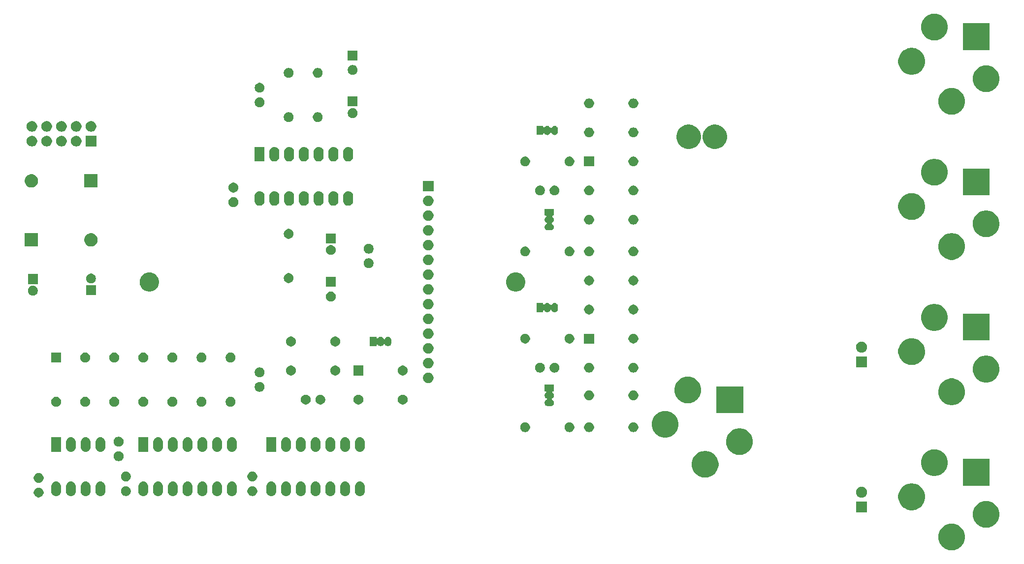
<source format=gbr>
G04 #@! TF.GenerationSoftware,KiCad,Pcbnew,5.1.5-52549c5~84~ubuntu18.04.1*
G04 #@! TF.CreationDate,2020-05-11T15:10:22-04:00*
G04 #@! TF.ProjectId,gategrinder,67617465-6772-4696-9e64-65722e6b6963,rev?*
G04 #@! TF.SameCoordinates,Original*
G04 #@! TF.FileFunction,Soldermask,Bot*
G04 #@! TF.FilePolarity,Negative*
%FSLAX46Y46*%
G04 Gerber Fmt 4.6, Leading zero omitted, Abs format (unit mm)*
G04 Created by KiCad (PCBNEW 5.1.5-52549c5~84~ubuntu18.04.1) date 2020-05-11 15:10:22*
%MOMM*%
%LPD*%
G04 APERTURE LIST*
%ADD10C,0.100000*%
G04 APERTURE END LIST*
D10*
G36*
X210448903Y-153643213D02*
G01*
X210671177Y-153687426D01*
X211089932Y-153860880D01*
X211466802Y-154112696D01*
X211787304Y-154433198D01*
X212039120Y-154810068D01*
X212212574Y-155228823D01*
X212301000Y-155673371D01*
X212301000Y-156126629D01*
X212212574Y-156571177D01*
X212039120Y-156989932D01*
X211787304Y-157366802D01*
X211466802Y-157687304D01*
X211089932Y-157939120D01*
X210671177Y-158112574D01*
X210448903Y-158156787D01*
X210226630Y-158201000D01*
X209773370Y-158201000D01*
X209551097Y-158156787D01*
X209328823Y-158112574D01*
X208910068Y-157939120D01*
X208533198Y-157687304D01*
X208212696Y-157366802D01*
X207960880Y-156989932D01*
X207787426Y-156571177D01*
X207699000Y-156126629D01*
X207699000Y-155673371D01*
X207787426Y-155228823D01*
X207960880Y-154810068D01*
X208212696Y-154433198D01*
X208533198Y-154112696D01*
X208910068Y-153860880D01*
X209328823Y-153687426D01*
X209551097Y-153643213D01*
X209773370Y-153599000D01*
X210226630Y-153599000D01*
X210448903Y-153643213D01*
G37*
G36*
X216348903Y-149743213D02*
G01*
X216571177Y-149787426D01*
X216989932Y-149960880D01*
X217366802Y-150212696D01*
X217687304Y-150533198D01*
X217939120Y-150910068D01*
X218112574Y-151328823D01*
X218201000Y-151773371D01*
X218201000Y-152226629D01*
X218112574Y-152671177D01*
X217939120Y-153089932D01*
X217687304Y-153466802D01*
X217366802Y-153787304D01*
X216989932Y-154039120D01*
X216571177Y-154212574D01*
X216348903Y-154256787D01*
X216126630Y-154301000D01*
X215673370Y-154301000D01*
X215451097Y-154256787D01*
X215228823Y-154212574D01*
X214810068Y-154039120D01*
X214433198Y-153787304D01*
X214112696Y-153466802D01*
X213860880Y-153089932D01*
X213687426Y-152671177D01*
X213599000Y-152226629D01*
X213599000Y-151773371D01*
X213687426Y-151328823D01*
X213860880Y-150910068D01*
X214112696Y-150533198D01*
X214433198Y-150212696D01*
X214810068Y-149960880D01*
X215228823Y-149787426D01*
X215451097Y-149743213D01*
X215673370Y-149699000D01*
X216126630Y-149699000D01*
X216348903Y-149743213D01*
G37*
G36*
X195451000Y-151701000D02*
G01*
X193549000Y-151701000D01*
X193549000Y-149799000D01*
X195451000Y-149799000D01*
X195451000Y-151701000D01*
G37*
G36*
X203548903Y-146743213D02*
G01*
X203771177Y-146787426D01*
X204189932Y-146960880D01*
X204566802Y-147212696D01*
X204887304Y-147533198D01*
X205139120Y-147910068D01*
X205312574Y-148328823D01*
X205401000Y-148773371D01*
X205401000Y-149226629D01*
X205312574Y-149671177D01*
X205139120Y-150089932D01*
X204887304Y-150466802D01*
X204566802Y-150787304D01*
X204189932Y-151039120D01*
X203771177Y-151212574D01*
X203548903Y-151256787D01*
X203326630Y-151301000D01*
X202873370Y-151301000D01*
X202651097Y-151256787D01*
X202428823Y-151212574D01*
X202010068Y-151039120D01*
X201633198Y-150787304D01*
X201312696Y-150466802D01*
X201060880Y-150089932D01*
X200887426Y-149671177D01*
X200799000Y-149226629D01*
X200799000Y-148773371D01*
X200887426Y-148328823D01*
X201060880Y-147910068D01*
X201312696Y-147533198D01*
X201633198Y-147212696D01*
X202010068Y-146960880D01*
X202428823Y-146787426D01*
X202651097Y-146743213D01*
X202873370Y-146699000D01*
X203326630Y-146699000D01*
X203548903Y-146743213D01*
G37*
G36*
X194777395Y-147295546D02*
G01*
X194950466Y-147367234D01*
X194950467Y-147367235D01*
X195106227Y-147471310D01*
X195238690Y-147603773D01*
X195238691Y-147603775D01*
X195342766Y-147759534D01*
X195414454Y-147932605D01*
X195451000Y-148116333D01*
X195451000Y-148303667D01*
X195414454Y-148487395D01*
X195342766Y-148660466D01*
X195342765Y-148660467D01*
X195238690Y-148816227D01*
X195106227Y-148948690D01*
X195027818Y-149001081D01*
X194950466Y-149052766D01*
X194777395Y-149124454D01*
X194593667Y-149161000D01*
X194406333Y-149161000D01*
X194222605Y-149124454D01*
X194049534Y-149052766D01*
X193972182Y-149001081D01*
X193893773Y-148948690D01*
X193761310Y-148816227D01*
X193657235Y-148660467D01*
X193657234Y-148660466D01*
X193585546Y-148487395D01*
X193549000Y-148303667D01*
X193549000Y-148116333D01*
X193585546Y-147932605D01*
X193657234Y-147759534D01*
X193761309Y-147603775D01*
X193761310Y-147603773D01*
X193893773Y-147471310D01*
X194049533Y-147367235D01*
X194049534Y-147367234D01*
X194222605Y-147295546D01*
X194406333Y-147259000D01*
X194593667Y-147259000D01*
X194777395Y-147295546D01*
G37*
G36*
X53220288Y-147431703D02*
G01*
X53375160Y-147495853D01*
X53514541Y-147588985D01*
X53633075Y-147707519D01*
X53726207Y-147846900D01*
X53790357Y-148001772D01*
X53823060Y-148166184D01*
X53823060Y-148333816D01*
X53790357Y-148498228D01*
X53726207Y-148653100D01*
X53633075Y-148792481D01*
X53514541Y-148911015D01*
X53375160Y-149004147D01*
X53220288Y-149068297D01*
X53055876Y-149101000D01*
X52888244Y-149101000D01*
X52723832Y-149068297D01*
X52568960Y-149004147D01*
X52429579Y-148911015D01*
X52311045Y-148792481D01*
X52217913Y-148653100D01*
X52153763Y-148498228D01*
X52121060Y-148333816D01*
X52121060Y-148166184D01*
X52153763Y-148001772D01*
X52217913Y-147846900D01*
X52311045Y-147707519D01*
X52429579Y-147588985D01*
X52568960Y-147495853D01*
X52723832Y-147431703D01*
X52888244Y-147399000D01*
X53055876Y-147399000D01*
X53220288Y-147431703D01*
G37*
G36*
X58678883Y-146381313D02*
G01*
X58839302Y-146429976D01*
X58971966Y-146500886D01*
X58987138Y-146508996D01*
X59116719Y-146615341D01*
X59223064Y-146744922D01*
X59223065Y-146744924D01*
X59302084Y-146892758D01*
X59350747Y-147053178D01*
X59363060Y-147178197D01*
X59363060Y-148061804D01*
X59350747Y-148186823D01*
X59302084Y-148347242D01*
X59272229Y-148403097D01*
X59223064Y-148495078D01*
X59184162Y-148542480D01*
X59116719Y-148624659D01*
X58987137Y-148731005D01*
X58839301Y-148810024D01*
X58678882Y-148858687D01*
X58512060Y-148875117D01*
X58345237Y-148858687D01*
X58184818Y-148810024D01*
X58036984Y-148731005D01*
X58036982Y-148731004D01*
X57907401Y-148624659D01*
X57839959Y-148542481D01*
X57801055Y-148495077D01*
X57722036Y-148347241D01*
X57717964Y-148333816D01*
X57692001Y-148248229D01*
X57673373Y-148186822D01*
X57661060Y-148061803D01*
X57661060Y-147178197D01*
X57673374Y-147053177D01*
X57722037Y-146892758D01*
X57801056Y-146744924D01*
X57801057Y-146744922D01*
X57907402Y-146615341D01*
X58036983Y-146508996D01*
X58052155Y-146500886D01*
X58184819Y-146429976D01*
X58345238Y-146381313D01*
X58512060Y-146364883D01*
X58678883Y-146381313D01*
G37*
G36*
X108378883Y-146381313D02*
G01*
X108539302Y-146429976D01*
X108671966Y-146500886D01*
X108687138Y-146508996D01*
X108816719Y-146615341D01*
X108923064Y-146744922D01*
X108923065Y-146744924D01*
X109002084Y-146892758D01*
X109050747Y-147053178D01*
X109063060Y-147178197D01*
X109063060Y-148061804D01*
X109050747Y-148186823D01*
X109002084Y-148347242D01*
X108972229Y-148403097D01*
X108923064Y-148495078D01*
X108884162Y-148542480D01*
X108816719Y-148624659D01*
X108687137Y-148731005D01*
X108539301Y-148810024D01*
X108378882Y-148858687D01*
X108212060Y-148875117D01*
X108045237Y-148858687D01*
X107884818Y-148810024D01*
X107736984Y-148731005D01*
X107736982Y-148731004D01*
X107607401Y-148624659D01*
X107539959Y-148542481D01*
X107501055Y-148495077D01*
X107422036Y-148347241D01*
X107417964Y-148333816D01*
X107392001Y-148248229D01*
X107373373Y-148186822D01*
X107361060Y-148061803D01*
X107361060Y-147178197D01*
X107373374Y-147053177D01*
X107422037Y-146892758D01*
X107501056Y-146744924D01*
X107501057Y-146744922D01*
X107607402Y-146615341D01*
X107736983Y-146508996D01*
X107752155Y-146500886D01*
X107884819Y-146429976D01*
X108045238Y-146381313D01*
X108212060Y-146364883D01*
X108378883Y-146381313D01*
G37*
G36*
X71138883Y-146381313D02*
G01*
X71299302Y-146429976D01*
X71431966Y-146500886D01*
X71447138Y-146508996D01*
X71576719Y-146615341D01*
X71683064Y-146744922D01*
X71683065Y-146744924D01*
X71762084Y-146892758D01*
X71810747Y-147053178D01*
X71823060Y-147178197D01*
X71823060Y-148061804D01*
X71810747Y-148186823D01*
X71762084Y-148347242D01*
X71732229Y-148403097D01*
X71683064Y-148495078D01*
X71644162Y-148542480D01*
X71576719Y-148624659D01*
X71447137Y-148731005D01*
X71299301Y-148810024D01*
X71138882Y-148858687D01*
X70972060Y-148875117D01*
X70805237Y-148858687D01*
X70644818Y-148810024D01*
X70496984Y-148731005D01*
X70496982Y-148731004D01*
X70367401Y-148624659D01*
X70299959Y-148542481D01*
X70261055Y-148495077D01*
X70182036Y-148347241D01*
X70177964Y-148333816D01*
X70152001Y-148248229D01*
X70133373Y-148186822D01*
X70121060Y-148061803D01*
X70121060Y-147178197D01*
X70133374Y-147053177D01*
X70182037Y-146892758D01*
X70261056Y-146744924D01*
X70261057Y-146744922D01*
X70367402Y-146615341D01*
X70496983Y-146508996D01*
X70512155Y-146500886D01*
X70644819Y-146429976D01*
X70805238Y-146381313D01*
X70972060Y-146364883D01*
X71138883Y-146381313D01*
G37*
G36*
X73678883Y-146381313D02*
G01*
X73839302Y-146429976D01*
X73971966Y-146500886D01*
X73987138Y-146508996D01*
X74116719Y-146615341D01*
X74223064Y-146744922D01*
X74223065Y-146744924D01*
X74302084Y-146892758D01*
X74350747Y-147053178D01*
X74363060Y-147178197D01*
X74363060Y-148061804D01*
X74350747Y-148186823D01*
X74302084Y-148347242D01*
X74272229Y-148403097D01*
X74223064Y-148495078D01*
X74184162Y-148542480D01*
X74116719Y-148624659D01*
X73987137Y-148731005D01*
X73839301Y-148810024D01*
X73678882Y-148858687D01*
X73512060Y-148875117D01*
X73345237Y-148858687D01*
X73184818Y-148810024D01*
X73036984Y-148731005D01*
X73036982Y-148731004D01*
X72907401Y-148624659D01*
X72839959Y-148542481D01*
X72801055Y-148495077D01*
X72722036Y-148347241D01*
X72717964Y-148333816D01*
X72692001Y-148248229D01*
X72673373Y-148186822D01*
X72661060Y-148061803D01*
X72661060Y-147178197D01*
X72673374Y-147053177D01*
X72722037Y-146892758D01*
X72801056Y-146744924D01*
X72801057Y-146744922D01*
X72907402Y-146615341D01*
X73036983Y-146508996D01*
X73052155Y-146500886D01*
X73184819Y-146429976D01*
X73345238Y-146381313D01*
X73512060Y-146364883D01*
X73678883Y-146381313D01*
G37*
G36*
X76218883Y-146381313D02*
G01*
X76379302Y-146429976D01*
X76511966Y-146500886D01*
X76527138Y-146508996D01*
X76656719Y-146615341D01*
X76763064Y-146744922D01*
X76763065Y-146744924D01*
X76842084Y-146892758D01*
X76890747Y-147053178D01*
X76903060Y-147178197D01*
X76903060Y-148061804D01*
X76890747Y-148186823D01*
X76842084Y-148347242D01*
X76812229Y-148403097D01*
X76763064Y-148495078D01*
X76724162Y-148542480D01*
X76656719Y-148624659D01*
X76527137Y-148731005D01*
X76379301Y-148810024D01*
X76218882Y-148858687D01*
X76052060Y-148875117D01*
X75885237Y-148858687D01*
X75724818Y-148810024D01*
X75576984Y-148731005D01*
X75576982Y-148731004D01*
X75447401Y-148624659D01*
X75379959Y-148542481D01*
X75341055Y-148495077D01*
X75262036Y-148347241D01*
X75257964Y-148333816D01*
X75232001Y-148248229D01*
X75213373Y-148186822D01*
X75201060Y-148061803D01*
X75201060Y-147178197D01*
X75213374Y-147053177D01*
X75262037Y-146892758D01*
X75341056Y-146744924D01*
X75341057Y-146744922D01*
X75447402Y-146615341D01*
X75576983Y-146508996D01*
X75592155Y-146500886D01*
X75724819Y-146429976D01*
X75885238Y-146381313D01*
X76052060Y-146364883D01*
X76218883Y-146381313D01*
G37*
G36*
X78758883Y-146381313D02*
G01*
X78919302Y-146429976D01*
X79051966Y-146500886D01*
X79067138Y-146508996D01*
X79196719Y-146615341D01*
X79303064Y-146744922D01*
X79303065Y-146744924D01*
X79382084Y-146892758D01*
X79430747Y-147053178D01*
X79443060Y-147178197D01*
X79443060Y-148061804D01*
X79430747Y-148186823D01*
X79382084Y-148347242D01*
X79352229Y-148403097D01*
X79303064Y-148495078D01*
X79264162Y-148542480D01*
X79196719Y-148624659D01*
X79067137Y-148731005D01*
X78919301Y-148810024D01*
X78758882Y-148858687D01*
X78592060Y-148875117D01*
X78425237Y-148858687D01*
X78264818Y-148810024D01*
X78116984Y-148731005D01*
X78116982Y-148731004D01*
X77987401Y-148624659D01*
X77919959Y-148542481D01*
X77881055Y-148495077D01*
X77802036Y-148347241D01*
X77797964Y-148333816D01*
X77772001Y-148248229D01*
X77753373Y-148186822D01*
X77741060Y-148061803D01*
X77741060Y-147178197D01*
X77753374Y-147053177D01*
X77802037Y-146892758D01*
X77881056Y-146744924D01*
X77881057Y-146744922D01*
X77987402Y-146615341D01*
X78116983Y-146508996D01*
X78132155Y-146500886D01*
X78264819Y-146429976D01*
X78425238Y-146381313D01*
X78592060Y-146364883D01*
X78758883Y-146381313D01*
G37*
G36*
X81298883Y-146381313D02*
G01*
X81459302Y-146429976D01*
X81591966Y-146500886D01*
X81607138Y-146508996D01*
X81736719Y-146615341D01*
X81843064Y-146744922D01*
X81843065Y-146744924D01*
X81922084Y-146892758D01*
X81970747Y-147053178D01*
X81983060Y-147178197D01*
X81983060Y-148061804D01*
X81970747Y-148186823D01*
X81922084Y-148347242D01*
X81892229Y-148403097D01*
X81843064Y-148495078D01*
X81804162Y-148542480D01*
X81736719Y-148624659D01*
X81607137Y-148731005D01*
X81459301Y-148810024D01*
X81298882Y-148858687D01*
X81132060Y-148875117D01*
X80965237Y-148858687D01*
X80804818Y-148810024D01*
X80656984Y-148731005D01*
X80656982Y-148731004D01*
X80527401Y-148624659D01*
X80459959Y-148542481D01*
X80421055Y-148495077D01*
X80342036Y-148347241D01*
X80337964Y-148333816D01*
X80312001Y-148248229D01*
X80293373Y-148186822D01*
X80281060Y-148061803D01*
X80281060Y-147178197D01*
X80293374Y-147053177D01*
X80342037Y-146892758D01*
X80421056Y-146744924D01*
X80421057Y-146744922D01*
X80527402Y-146615341D01*
X80656983Y-146508996D01*
X80672155Y-146500886D01*
X80804819Y-146429976D01*
X80965238Y-146381313D01*
X81132060Y-146364883D01*
X81298883Y-146381313D01*
G37*
G36*
X83838883Y-146381313D02*
G01*
X83999302Y-146429976D01*
X84131966Y-146500886D01*
X84147138Y-146508996D01*
X84276719Y-146615341D01*
X84383064Y-146744922D01*
X84383065Y-146744924D01*
X84462084Y-146892758D01*
X84510747Y-147053178D01*
X84523060Y-147178197D01*
X84523060Y-148061804D01*
X84510747Y-148186823D01*
X84462084Y-148347242D01*
X84432229Y-148403097D01*
X84383064Y-148495078D01*
X84344162Y-148542480D01*
X84276719Y-148624659D01*
X84147137Y-148731005D01*
X83999301Y-148810024D01*
X83838882Y-148858687D01*
X83672060Y-148875117D01*
X83505237Y-148858687D01*
X83344818Y-148810024D01*
X83196984Y-148731005D01*
X83196982Y-148731004D01*
X83067401Y-148624659D01*
X82999959Y-148542481D01*
X82961055Y-148495077D01*
X82882036Y-148347241D01*
X82877964Y-148333816D01*
X82852001Y-148248229D01*
X82833373Y-148186822D01*
X82821060Y-148061803D01*
X82821060Y-147178197D01*
X82833374Y-147053177D01*
X82882037Y-146892758D01*
X82961056Y-146744924D01*
X82961057Y-146744922D01*
X83067402Y-146615341D01*
X83196983Y-146508996D01*
X83212155Y-146500886D01*
X83344819Y-146429976D01*
X83505238Y-146381313D01*
X83672060Y-146364883D01*
X83838883Y-146381313D01*
G37*
G36*
X56138883Y-146381313D02*
G01*
X56299302Y-146429976D01*
X56431966Y-146500886D01*
X56447138Y-146508996D01*
X56576719Y-146615341D01*
X56683064Y-146744922D01*
X56683065Y-146744924D01*
X56762084Y-146892758D01*
X56810747Y-147053178D01*
X56823060Y-147178197D01*
X56823060Y-148061804D01*
X56810747Y-148186823D01*
X56762084Y-148347242D01*
X56732229Y-148403097D01*
X56683064Y-148495078D01*
X56644162Y-148542480D01*
X56576719Y-148624659D01*
X56447137Y-148731005D01*
X56299301Y-148810024D01*
X56138882Y-148858687D01*
X55972060Y-148875117D01*
X55805237Y-148858687D01*
X55644818Y-148810024D01*
X55496984Y-148731005D01*
X55496982Y-148731004D01*
X55367401Y-148624659D01*
X55299959Y-148542481D01*
X55261055Y-148495077D01*
X55182036Y-148347241D01*
X55177964Y-148333816D01*
X55152001Y-148248229D01*
X55133373Y-148186822D01*
X55121060Y-148061803D01*
X55121060Y-147178197D01*
X55133374Y-147053177D01*
X55182037Y-146892758D01*
X55261056Y-146744924D01*
X55261057Y-146744922D01*
X55367402Y-146615341D01*
X55496983Y-146508996D01*
X55512155Y-146500886D01*
X55644819Y-146429976D01*
X55805238Y-146381313D01*
X55972060Y-146364883D01*
X56138883Y-146381313D01*
G37*
G36*
X61218883Y-146381313D02*
G01*
X61379302Y-146429976D01*
X61511966Y-146500886D01*
X61527138Y-146508996D01*
X61656719Y-146615341D01*
X61763064Y-146744922D01*
X61763065Y-146744924D01*
X61842084Y-146892758D01*
X61890747Y-147053178D01*
X61903060Y-147178197D01*
X61903060Y-148061804D01*
X61890747Y-148186823D01*
X61842084Y-148347242D01*
X61812229Y-148403097D01*
X61763064Y-148495078D01*
X61724162Y-148542480D01*
X61656719Y-148624659D01*
X61527137Y-148731005D01*
X61379301Y-148810024D01*
X61218882Y-148858687D01*
X61052060Y-148875117D01*
X60885237Y-148858687D01*
X60724818Y-148810024D01*
X60576984Y-148731005D01*
X60576982Y-148731004D01*
X60447401Y-148624659D01*
X60379959Y-148542481D01*
X60341055Y-148495077D01*
X60262036Y-148347241D01*
X60257964Y-148333816D01*
X60232001Y-148248229D01*
X60213373Y-148186822D01*
X60201060Y-148061803D01*
X60201060Y-147178197D01*
X60213374Y-147053177D01*
X60262037Y-146892758D01*
X60341056Y-146744924D01*
X60341057Y-146744922D01*
X60447402Y-146615341D01*
X60576983Y-146508996D01*
X60592155Y-146500886D01*
X60724819Y-146429976D01*
X60885238Y-146381313D01*
X61052060Y-146364883D01*
X61218883Y-146381313D01*
G37*
G36*
X63758883Y-146381313D02*
G01*
X63919302Y-146429976D01*
X64051966Y-146500886D01*
X64067138Y-146508996D01*
X64196719Y-146615341D01*
X64303064Y-146744922D01*
X64303065Y-146744924D01*
X64382084Y-146892758D01*
X64430747Y-147053178D01*
X64443060Y-147178197D01*
X64443060Y-148061804D01*
X64430747Y-148186823D01*
X64382084Y-148347242D01*
X64352229Y-148403097D01*
X64303064Y-148495078D01*
X64264162Y-148542480D01*
X64196719Y-148624659D01*
X64067137Y-148731005D01*
X63919301Y-148810024D01*
X63758882Y-148858687D01*
X63592060Y-148875117D01*
X63425237Y-148858687D01*
X63264818Y-148810024D01*
X63116984Y-148731005D01*
X63116982Y-148731004D01*
X62987401Y-148624659D01*
X62919959Y-148542481D01*
X62881055Y-148495077D01*
X62802036Y-148347241D01*
X62797964Y-148333816D01*
X62772001Y-148248229D01*
X62753373Y-148186822D01*
X62741060Y-148061803D01*
X62741060Y-147178197D01*
X62753374Y-147053177D01*
X62802037Y-146892758D01*
X62881056Y-146744924D01*
X62881057Y-146744922D01*
X62987402Y-146615341D01*
X63116983Y-146508996D01*
X63132155Y-146500886D01*
X63264819Y-146429976D01*
X63425238Y-146381313D01*
X63592060Y-146364883D01*
X63758883Y-146381313D01*
G37*
G36*
X93138883Y-146381313D02*
G01*
X93299302Y-146429976D01*
X93431966Y-146500886D01*
X93447138Y-146508996D01*
X93576719Y-146615341D01*
X93683064Y-146744922D01*
X93683065Y-146744924D01*
X93762084Y-146892758D01*
X93810747Y-147053178D01*
X93823060Y-147178197D01*
X93823060Y-148061804D01*
X93810747Y-148186823D01*
X93762084Y-148347242D01*
X93732229Y-148403097D01*
X93683064Y-148495078D01*
X93644162Y-148542480D01*
X93576719Y-148624659D01*
X93447137Y-148731005D01*
X93299301Y-148810024D01*
X93138882Y-148858687D01*
X92972060Y-148875117D01*
X92805237Y-148858687D01*
X92644818Y-148810024D01*
X92496984Y-148731005D01*
X92496982Y-148731004D01*
X92367401Y-148624659D01*
X92299959Y-148542481D01*
X92261055Y-148495077D01*
X92182036Y-148347241D01*
X92177964Y-148333816D01*
X92152001Y-148248229D01*
X92133373Y-148186822D01*
X92121060Y-148061803D01*
X92121060Y-147178197D01*
X92133374Y-147053177D01*
X92182037Y-146892758D01*
X92261056Y-146744924D01*
X92261057Y-146744922D01*
X92367402Y-146615341D01*
X92496983Y-146508996D01*
X92512155Y-146500886D01*
X92644819Y-146429976D01*
X92805238Y-146381313D01*
X92972060Y-146364883D01*
X93138883Y-146381313D01*
G37*
G36*
X95678883Y-146381313D02*
G01*
X95839302Y-146429976D01*
X95971966Y-146500886D01*
X95987138Y-146508996D01*
X96116719Y-146615341D01*
X96223064Y-146744922D01*
X96223065Y-146744924D01*
X96302084Y-146892758D01*
X96350747Y-147053178D01*
X96363060Y-147178197D01*
X96363060Y-148061804D01*
X96350747Y-148186823D01*
X96302084Y-148347242D01*
X96272229Y-148403097D01*
X96223064Y-148495078D01*
X96184162Y-148542480D01*
X96116719Y-148624659D01*
X95987137Y-148731005D01*
X95839301Y-148810024D01*
X95678882Y-148858687D01*
X95512060Y-148875117D01*
X95345237Y-148858687D01*
X95184818Y-148810024D01*
X95036984Y-148731005D01*
X95036982Y-148731004D01*
X94907401Y-148624659D01*
X94839959Y-148542481D01*
X94801055Y-148495077D01*
X94722036Y-148347241D01*
X94717964Y-148333816D01*
X94692001Y-148248229D01*
X94673373Y-148186822D01*
X94661060Y-148061803D01*
X94661060Y-147178197D01*
X94673374Y-147053177D01*
X94722037Y-146892758D01*
X94801056Y-146744924D01*
X94801057Y-146744922D01*
X94907402Y-146615341D01*
X95036983Y-146508996D01*
X95052155Y-146500886D01*
X95184819Y-146429976D01*
X95345238Y-146381313D01*
X95512060Y-146364883D01*
X95678883Y-146381313D01*
G37*
G36*
X98218883Y-146381313D02*
G01*
X98379302Y-146429976D01*
X98511966Y-146500886D01*
X98527138Y-146508996D01*
X98656719Y-146615341D01*
X98763064Y-146744922D01*
X98763065Y-146744924D01*
X98842084Y-146892758D01*
X98890747Y-147053178D01*
X98903060Y-147178197D01*
X98903060Y-148061804D01*
X98890747Y-148186823D01*
X98842084Y-148347242D01*
X98812229Y-148403097D01*
X98763064Y-148495078D01*
X98724162Y-148542480D01*
X98656719Y-148624659D01*
X98527137Y-148731005D01*
X98379301Y-148810024D01*
X98218882Y-148858687D01*
X98052060Y-148875117D01*
X97885237Y-148858687D01*
X97724818Y-148810024D01*
X97576984Y-148731005D01*
X97576982Y-148731004D01*
X97447401Y-148624659D01*
X97379959Y-148542481D01*
X97341055Y-148495077D01*
X97262036Y-148347241D01*
X97257964Y-148333816D01*
X97232001Y-148248229D01*
X97213373Y-148186822D01*
X97201060Y-148061803D01*
X97201060Y-147178197D01*
X97213374Y-147053177D01*
X97262037Y-146892758D01*
X97341056Y-146744924D01*
X97341057Y-146744922D01*
X97447402Y-146615341D01*
X97576983Y-146508996D01*
X97592155Y-146500886D01*
X97724819Y-146429976D01*
X97885238Y-146381313D01*
X98052060Y-146364883D01*
X98218883Y-146381313D01*
G37*
G36*
X100758883Y-146381313D02*
G01*
X100919302Y-146429976D01*
X101051966Y-146500886D01*
X101067138Y-146508996D01*
X101196719Y-146615341D01*
X101303064Y-146744922D01*
X101303065Y-146744924D01*
X101382084Y-146892758D01*
X101430747Y-147053178D01*
X101443060Y-147178197D01*
X101443060Y-148061804D01*
X101430747Y-148186823D01*
X101382084Y-148347242D01*
X101352229Y-148403097D01*
X101303064Y-148495078D01*
X101264162Y-148542480D01*
X101196719Y-148624659D01*
X101067137Y-148731005D01*
X100919301Y-148810024D01*
X100758882Y-148858687D01*
X100592060Y-148875117D01*
X100425237Y-148858687D01*
X100264818Y-148810024D01*
X100116984Y-148731005D01*
X100116982Y-148731004D01*
X99987401Y-148624659D01*
X99919959Y-148542481D01*
X99881055Y-148495077D01*
X99802036Y-148347241D01*
X99797964Y-148333816D01*
X99772001Y-148248229D01*
X99753373Y-148186822D01*
X99741060Y-148061803D01*
X99741060Y-147178197D01*
X99753374Y-147053177D01*
X99802037Y-146892758D01*
X99881056Y-146744924D01*
X99881057Y-146744922D01*
X99987402Y-146615341D01*
X100116983Y-146508996D01*
X100132155Y-146500886D01*
X100264819Y-146429976D01*
X100425238Y-146381313D01*
X100592060Y-146364883D01*
X100758883Y-146381313D01*
G37*
G36*
X103298883Y-146381313D02*
G01*
X103459302Y-146429976D01*
X103591966Y-146500886D01*
X103607138Y-146508996D01*
X103736719Y-146615341D01*
X103843064Y-146744922D01*
X103843065Y-146744924D01*
X103922084Y-146892758D01*
X103970747Y-147053178D01*
X103983060Y-147178197D01*
X103983060Y-148061804D01*
X103970747Y-148186823D01*
X103922084Y-148347242D01*
X103892229Y-148403097D01*
X103843064Y-148495078D01*
X103804162Y-148542480D01*
X103736719Y-148624659D01*
X103607137Y-148731005D01*
X103459301Y-148810024D01*
X103298882Y-148858687D01*
X103132060Y-148875117D01*
X102965237Y-148858687D01*
X102804818Y-148810024D01*
X102656984Y-148731005D01*
X102656982Y-148731004D01*
X102527401Y-148624659D01*
X102459959Y-148542481D01*
X102421055Y-148495077D01*
X102342036Y-148347241D01*
X102337964Y-148333816D01*
X102312001Y-148248229D01*
X102293373Y-148186822D01*
X102281060Y-148061803D01*
X102281060Y-147178197D01*
X102293374Y-147053177D01*
X102342037Y-146892758D01*
X102421056Y-146744924D01*
X102421057Y-146744922D01*
X102527402Y-146615341D01*
X102656983Y-146508996D01*
X102672155Y-146500886D01*
X102804819Y-146429976D01*
X102965238Y-146381313D01*
X103132060Y-146364883D01*
X103298883Y-146381313D01*
G37*
G36*
X105838883Y-146381313D02*
G01*
X105999302Y-146429976D01*
X106131966Y-146500886D01*
X106147138Y-146508996D01*
X106276719Y-146615341D01*
X106383064Y-146744922D01*
X106383065Y-146744924D01*
X106462084Y-146892758D01*
X106510747Y-147053178D01*
X106523060Y-147178197D01*
X106523060Y-148061804D01*
X106510747Y-148186823D01*
X106462084Y-148347242D01*
X106432229Y-148403097D01*
X106383064Y-148495078D01*
X106344162Y-148542480D01*
X106276719Y-148624659D01*
X106147137Y-148731005D01*
X105999301Y-148810024D01*
X105838882Y-148858687D01*
X105672060Y-148875117D01*
X105505237Y-148858687D01*
X105344818Y-148810024D01*
X105196984Y-148731005D01*
X105196982Y-148731004D01*
X105067401Y-148624659D01*
X104999959Y-148542481D01*
X104961055Y-148495077D01*
X104882036Y-148347241D01*
X104877964Y-148333816D01*
X104852001Y-148248229D01*
X104833373Y-148186822D01*
X104821060Y-148061803D01*
X104821060Y-147178197D01*
X104833374Y-147053177D01*
X104882037Y-146892758D01*
X104961056Y-146744924D01*
X104961057Y-146744922D01*
X105067402Y-146615341D01*
X105196983Y-146508996D01*
X105212155Y-146500886D01*
X105344819Y-146429976D01*
X105505238Y-146381313D01*
X105672060Y-146364883D01*
X105838883Y-146381313D01*
G37*
G36*
X86378883Y-146381313D02*
G01*
X86539302Y-146429976D01*
X86671966Y-146500886D01*
X86687138Y-146508996D01*
X86816719Y-146615341D01*
X86923064Y-146744922D01*
X86923065Y-146744924D01*
X87002084Y-146892758D01*
X87050747Y-147053178D01*
X87063060Y-147178197D01*
X87063060Y-148061804D01*
X87050747Y-148186823D01*
X87002084Y-148347242D01*
X86972229Y-148403097D01*
X86923064Y-148495078D01*
X86884162Y-148542480D01*
X86816719Y-148624659D01*
X86687137Y-148731005D01*
X86539301Y-148810024D01*
X86378882Y-148858687D01*
X86212060Y-148875117D01*
X86045237Y-148858687D01*
X85884818Y-148810024D01*
X85736984Y-148731005D01*
X85736982Y-148731004D01*
X85607401Y-148624659D01*
X85539959Y-148542481D01*
X85501055Y-148495077D01*
X85422036Y-148347241D01*
X85417964Y-148333816D01*
X85392001Y-148248229D01*
X85373373Y-148186822D01*
X85361060Y-148061803D01*
X85361060Y-147178197D01*
X85373374Y-147053177D01*
X85422037Y-146892758D01*
X85501056Y-146744924D01*
X85501057Y-146744922D01*
X85607402Y-146615341D01*
X85736983Y-146508996D01*
X85752155Y-146500886D01*
X85884819Y-146429976D01*
X86045238Y-146381313D01*
X86212060Y-146364883D01*
X86378883Y-146381313D01*
G37*
G36*
X89970288Y-147181703D02*
G01*
X90125160Y-147245853D01*
X90264541Y-147338985D01*
X90383075Y-147457519D01*
X90476207Y-147596900D01*
X90540357Y-147751772D01*
X90573060Y-147916184D01*
X90573060Y-148083816D01*
X90540357Y-148248228D01*
X90476207Y-148403100D01*
X90383075Y-148542481D01*
X90264541Y-148661015D01*
X90125160Y-148754147D01*
X89970288Y-148818297D01*
X89805876Y-148851000D01*
X89638244Y-148851000D01*
X89473832Y-148818297D01*
X89318960Y-148754147D01*
X89179579Y-148661015D01*
X89061045Y-148542481D01*
X88967913Y-148403100D01*
X88903763Y-148248228D01*
X88871060Y-148083816D01*
X88871060Y-147916184D01*
X88903763Y-147751772D01*
X88967913Y-147596900D01*
X89061045Y-147457519D01*
X89179579Y-147338985D01*
X89318960Y-147245853D01*
X89473832Y-147181703D01*
X89638244Y-147149000D01*
X89805876Y-147149000D01*
X89970288Y-147181703D01*
G37*
G36*
X68220288Y-147181703D02*
G01*
X68375160Y-147245853D01*
X68514541Y-147338985D01*
X68633075Y-147457519D01*
X68726207Y-147596900D01*
X68790357Y-147751772D01*
X68823060Y-147916184D01*
X68823060Y-148083816D01*
X68790357Y-148248228D01*
X68726207Y-148403100D01*
X68633075Y-148542481D01*
X68514541Y-148661015D01*
X68375160Y-148754147D01*
X68220288Y-148818297D01*
X68055876Y-148851000D01*
X67888244Y-148851000D01*
X67723832Y-148818297D01*
X67568960Y-148754147D01*
X67429579Y-148661015D01*
X67311045Y-148542481D01*
X67217913Y-148403100D01*
X67153763Y-148248228D01*
X67121060Y-148083816D01*
X67121060Y-147916184D01*
X67153763Y-147751772D01*
X67217913Y-147596900D01*
X67311045Y-147457519D01*
X67429579Y-147338985D01*
X67568960Y-147245853D01*
X67723832Y-147181703D01*
X67888244Y-147149000D01*
X68055876Y-147149000D01*
X68220288Y-147181703D01*
G37*
G36*
X216541000Y-147061000D02*
G01*
X211939000Y-147061000D01*
X211939000Y-142459000D01*
X216541000Y-142459000D01*
X216541000Y-147061000D01*
G37*
G36*
X53220288Y-144931703D02*
G01*
X53375160Y-144995853D01*
X53514541Y-145088985D01*
X53633075Y-145207519D01*
X53726207Y-145346900D01*
X53790357Y-145501772D01*
X53823060Y-145666184D01*
X53823060Y-145833816D01*
X53790357Y-145998228D01*
X53726207Y-146153100D01*
X53633075Y-146292481D01*
X53514541Y-146411015D01*
X53375160Y-146504147D01*
X53220288Y-146568297D01*
X53055876Y-146601000D01*
X52888244Y-146601000D01*
X52723832Y-146568297D01*
X52568960Y-146504147D01*
X52429579Y-146411015D01*
X52311045Y-146292481D01*
X52217913Y-146153100D01*
X52153763Y-145998228D01*
X52121060Y-145833816D01*
X52121060Y-145666184D01*
X52153763Y-145501772D01*
X52217913Y-145346900D01*
X52311045Y-145207519D01*
X52429579Y-145088985D01*
X52568960Y-144995853D01*
X52723832Y-144931703D01*
X52888244Y-144899000D01*
X53055876Y-144899000D01*
X53220288Y-144931703D01*
G37*
G36*
X89970288Y-144681703D02*
G01*
X90125160Y-144745853D01*
X90264541Y-144838985D01*
X90383075Y-144957519D01*
X90476207Y-145096900D01*
X90540357Y-145251772D01*
X90573060Y-145416184D01*
X90573060Y-145583816D01*
X90540357Y-145748228D01*
X90476207Y-145903100D01*
X90383075Y-146042481D01*
X90264541Y-146161015D01*
X90125160Y-146254147D01*
X89970288Y-146318297D01*
X89805876Y-146351000D01*
X89638244Y-146351000D01*
X89473832Y-146318297D01*
X89318960Y-146254147D01*
X89179579Y-146161015D01*
X89061045Y-146042481D01*
X88967913Y-145903100D01*
X88903763Y-145748228D01*
X88871060Y-145583816D01*
X88871060Y-145416184D01*
X88903763Y-145251772D01*
X88967913Y-145096900D01*
X89061045Y-144957519D01*
X89179579Y-144838985D01*
X89318960Y-144745853D01*
X89473832Y-144681703D01*
X89638244Y-144649000D01*
X89805876Y-144649000D01*
X89970288Y-144681703D01*
G37*
G36*
X68220288Y-144681703D02*
G01*
X68375160Y-144745853D01*
X68514541Y-144838985D01*
X68633075Y-144957519D01*
X68726207Y-145096900D01*
X68790357Y-145251772D01*
X68823060Y-145416184D01*
X68823060Y-145583816D01*
X68790357Y-145748228D01*
X68726207Y-145903100D01*
X68633075Y-146042481D01*
X68514541Y-146161015D01*
X68375160Y-146254147D01*
X68220288Y-146318297D01*
X68055876Y-146351000D01*
X67888244Y-146351000D01*
X67723832Y-146318297D01*
X67568960Y-146254147D01*
X67429579Y-146161015D01*
X67311045Y-146042481D01*
X67217913Y-145903100D01*
X67153763Y-145748228D01*
X67121060Y-145583816D01*
X67121060Y-145416184D01*
X67153763Y-145251772D01*
X67217913Y-145096900D01*
X67311045Y-144957519D01*
X67429579Y-144838985D01*
X67568960Y-144745853D01*
X67723832Y-144681703D01*
X67888244Y-144649000D01*
X68055876Y-144649000D01*
X68220288Y-144681703D01*
G37*
G36*
X168048903Y-141143213D02*
G01*
X168271177Y-141187426D01*
X168689932Y-141360880D01*
X169066802Y-141612696D01*
X169387304Y-141933198D01*
X169639120Y-142310068D01*
X169812574Y-142728823D01*
X169901000Y-143173371D01*
X169901000Y-143626629D01*
X169812574Y-144071177D01*
X169639120Y-144489932D01*
X169387304Y-144866802D01*
X169066802Y-145187304D01*
X168689932Y-145439120D01*
X168271177Y-145612574D01*
X168048903Y-145656787D01*
X167826630Y-145701000D01*
X167373370Y-145701000D01*
X167151097Y-145656787D01*
X166928823Y-145612574D01*
X166510068Y-145439120D01*
X166133198Y-145187304D01*
X165812696Y-144866802D01*
X165560880Y-144489932D01*
X165387426Y-144071177D01*
X165299000Y-143626629D01*
X165299000Y-143173371D01*
X165387426Y-142728823D01*
X165560880Y-142310068D01*
X165812696Y-141933198D01*
X166133198Y-141612696D01*
X166510068Y-141360880D01*
X166928823Y-141187426D01*
X167151097Y-141143213D01*
X167373370Y-141099000D01*
X167826630Y-141099000D01*
X168048903Y-141143213D01*
G37*
G36*
X207448903Y-140843213D02*
G01*
X207671177Y-140887426D01*
X208089932Y-141060880D01*
X208466802Y-141312696D01*
X208787304Y-141633198D01*
X209039120Y-142010068D01*
X209212574Y-142428823D01*
X209301000Y-142873371D01*
X209301000Y-143326629D01*
X209212574Y-143771177D01*
X209039120Y-144189932D01*
X208787304Y-144566802D01*
X208466802Y-144887304D01*
X208089932Y-145139120D01*
X207671177Y-145312574D01*
X207498608Y-145346900D01*
X207226630Y-145401000D01*
X206773370Y-145401000D01*
X206501392Y-145346900D01*
X206328823Y-145312574D01*
X205910068Y-145139120D01*
X205533198Y-144887304D01*
X205212696Y-144566802D01*
X204960880Y-144189932D01*
X204787426Y-143771177D01*
X204699000Y-143326629D01*
X204699000Y-142873371D01*
X204787426Y-142428823D01*
X204960880Y-142010068D01*
X205212696Y-141633198D01*
X205533198Y-141312696D01*
X205910068Y-141060880D01*
X206328823Y-140887426D01*
X206551097Y-140843213D01*
X206773370Y-140799000D01*
X207226630Y-140799000D01*
X207448903Y-140843213D01*
G37*
G36*
X66970288Y-141181703D02*
G01*
X67125160Y-141245853D01*
X67264541Y-141338985D01*
X67383075Y-141457519D01*
X67476207Y-141596900D01*
X67540357Y-141751772D01*
X67573060Y-141916184D01*
X67573060Y-142083816D01*
X67540357Y-142248228D01*
X67476207Y-142403100D01*
X67383075Y-142542481D01*
X67264541Y-142661015D01*
X67125160Y-142754147D01*
X66970288Y-142818297D01*
X66805876Y-142851000D01*
X66638244Y-142851000D01*
X66473832Y-142818297D01*
X66318960Y-142754147D01*
X66179579Y-142661015D01*
X66061045Y-142542481D01*
X65967913Y-142403100D01*
X65903763Y-142248228D01*
X65871060Y-142083816D01*
X65871060Y-141916184D01*
X65903763Y-141751772D01*
X65967913Y-141596900D01*
X66061045Y-141457519D01*
X66179579Y-141338985D01*
X66318960Y-141245853D01*
X66473832Y-141181703D01*
X66638244Y-141149000D01*
X66805876Y-141149000D01*
X66970288Y-141181703D01*
G37*
G36*
X173948903Y-137243213D02*
G01*
X174171177Y-137287426D01*
X174589932Y-137460880D01*
X174966802Y-137712696D01*
X175287304Y-138033198D01*
X175539120Y-138410068D01*
X175704767Y-138809976D01*
X175712574Y-138828824D01*
X175801000Y-139273370D01*
X175801000Y-139726630D01*
X175765898Y-139903097D01*
X175712574Y-140171177D01*
X175539120Y-140589932D01*
X175287304Y-140966802D01*
X174966802Y-141287304D01*
X174589932Y-141539120D01*
X174171177Y-141712574D01*
X173974120Y-141751771D01*
X173726630Y-141801000D01*
X173273370Y-141801000D01*
X173025880Y-141751771D01*
X172828823Y-141712574D01*
X172410068Y-141539120D01*
X172033198Y-141287304D01*
X171712696Y-140966802D01*
X171460880Y-140589932D01*
X171287426Y-140171177D01*
X171234102Y-139903097D01*
X171199000Y-139726630D01*
X171199000Y-139273370D01*
X171287426Y-138828824D01*
X171295233Y-138809976D01*
X171460880Y-138410068D01*
X171712696Y-138033198D01*
X172033198Y-137712696D01*
X172410068Y-137460880D01*
X172828823Y-137287426D01*
X173051097Y-137243213D01*
X173273370Y-137199000D01*
X173726630Y-137199000D01*
X173948903Y-137243213D01*
G37*
G36*
X95678883Y-138761313D02*
G01*
X95839302Y-138809976D01*
X95971966Y-138880886D01*
X95987138Y-138888996D01*
X96116719Y-138995341D01*
X96223064Y-139124922D01*
X96223065Y-139124924D01*
X96302084Y-139272758D01*
X96350747Y-139433178D01*
X96363060Y-139558197D01*
X96363060Y-140441804D01*
X96350747Y-140566823D01*
X96302084Y-140727242D01*
X96231174Y-140859906D01*
X96223064Y-140875078D01*
X96116719Y-141004659D01*
X95987137Y-141111005D01*
X95839301Y-141190024D01*
X95678882Y-141238687D01*
X95512060Y-141255117D01*
X95345237Y-141238687D01*
X95184818Y-141190024D01*
X95036984Y-141111005D01*
X95036982Y-141111004D01*
X94907401Y-141004659D01*
X94801055Y-140875077D01*
X94722036Y-140727241D01*
X94673373Y-140566822D01*
X94661060Y-140441803D01*
X94661060Y-139558197D01*
X94673374Y-139433177D01*
X94722037Y-139272758D01*
X94801056Y-139124924D01*
X94801057Y-139124922D01*
X94907402Y-138995341D01*
X95036983Y-138888996D01*
X95052155Y-138880886D01*
X95184819Y-138809976D01*
X95345238Y-138761313D01*
X95512060Y-138744883D01*
X95678883Y-138761313D01*
G37*
G36*
X100758883Y-138761313D02*
G01*
X100919302Y-138809976D01*
X101051966Y-138880886D01*
X101067138Y-138888996D01*
X101196719Y-138995341D01*
X101303064Y-139124922D01*
X101303065Y-139124924D01*
X101382084Y-139272758D01*
X101430747Y-139433178D01*
X101443060Y-139558197D01*
X101443060Y-140441804D01*
X101430747Y-140566823D01*
X101382084Y-140727242D01*
X101311174Y-140859906D01*
X101303064Y-140875078D01*
X101196719Y-141004659D01*
X101067137Y-141111005D01*
X100919301Y-141190024D01*
X100758882Y-141238687D01*
X100592060Y-141255117D01*
X100425237Y-141238687D01*
X100264818Y-141190024D01*
X100116984Y-141111005D01*
X100116982Y-141111004D01*
X99987401Y-141004659D01*
X99881055Y-140875077D01*
X99802036Y-140727241D01*
X99753373Y-140566822D01*
X99741060Y-140441803D01*
X99741060Y-139558197D01*
X99753374Y-139433177D01*
X99802037Y-139272758D01*
X99881056Y-139124924D01*
X99881057Y-139124922D01*
X99987402Y-138995341D01*
X100116983Y-138888996D01*
X100132155Y-138880886D01*
X100264819Y-138809976D01*
X100425238Y-138761313D01*
X100592060Y-138744883D01*
X100758883Y-138761313D01*
G37*
G36*
X103298883Y-138761313D02*
G01*
X103459302Y-138809976D01*
X103591966Y-138880886D01*
X103607138Y-138888996D01*
X103736719Y-138995341D01*
X103843064Y-139124922D01*
X103843065Y-139124924D01*
X103922084Y-139272758D01*
X103970747Y-139433178D01*
X103983060Y-139558197D01*
X103983060Y-140441804D01*
X103970747Y-140566823D01*
X103922084Y-140727242D01*
X103851174Y-140859906D01*
X103843064Y-140875078D01*
X103736719Y-141004659D01*
X103607137Y-141111005D01*
X103459301Y-141190024D01*
X103298882Y-141238687D01*
X103132060Y-141255117D01*
X102965237Y-141238687D01*
X102804818Y-141190024D01*
X102656984Y-141111005D01*
X102656982Y-141111004D01*
X102527401Y-141004659D01*
X102421055Y-140875077D01*
X102342036Y-140727241D01*
X102293373Y-140566822D01*
X102281060Y-140441803D01*
X102281060Y-139558197D01*
X102293374Y-139433177D01*
X102342037Y-139272758D01*
X102421056Y-139124924D01*
X102421057Y-139124922D01*
X102527402Y-138995341D01*
X102656983Y-138888996D01*
X102672155Y-138880886D01*
X102804819Y-138809976D01*
X102965238Y-138761313D01*
X103132060Y-138744883D01*
X103298883Y-138761313D01*
G37*
G36*
X98218883Y-138761313D02*
G01*
X98379302Y-138809976D01*
X98511966Y-138880886D01*
X98527138Y-138888996D01*
X98656719Y-138995341D01*
X98763064Y-139124922D01*
X98763065Y-139124924D01*
X98842084Y-139272758D01*
X98890747Y-139433178D01*
X98903060Y-139558197D01*
X98903060Y-140441804D01*
X98890747Y-140566823D01*
X98842084Y-140727242D01*
X98771174Y-140859906D01*
X98763064Y-140875078D01*
X98656719Y-141004659D01*
X98527137Y-141111005D01*
X98379301Y-141190024D01*
X98218882Y-141238687D01*
X98052060Y-141255117D01*
X97885237Y-141238687D01*
X97724818Y-141190024D01*
X97576984Y-141111005D01*
X97576982Y-141111004D01*
X97447401Y-141004659D01*
X97341055Y-140875077D01*
X97262036Y-140727241D01*
X97213373Y-140566822D01*
X97201060Y-140441803D01*
X97201060Y-139558197D01*
X97213374Y-139433177D01*
X97262037Y-139272758D01*
X97341056Y-139124924D01*
X97341057Y-139124922D01*
X97447402Y-138995341D01*
X97576983Y-138888996D01*
X97592155Y-138880886D01*
X97724819Y-138809976D01*
X97885238Y-138761313D01*
X98052060Y-138744883D01*
X98218883Y-138761313D01*
G37*
G36*
X105838883Y-138761313D02*
G01*
X105999302Y-138809976D01*
X106131966Y-138880886D01*
X106147138Y-138888996D01*
X106276719Y-138995341D01*
X106383064Y-139124922D01*
X106383065Y-139124924D01*
X106462084Y-139272758D01*
X106510747Y-139433178D01*
X106523060Y-139558197D01*
X106523060Y-140441804D01*
X106510747Y-140566823D01*
X106462084Y-140727242D01*
X106391174Y-140859906D01*
X106383064Y-140875078D01*
X106276719Y-141004659D01*
X106147137Y-141111005D01*
X105999301Y-141190024D01*
X105838882Y-141238687D01*
X105672060Y-141255117D01*
X105505237Y-141238687D01*
X105344818Y-141190024D01*
X105196984Y-141111005D01*
X105196982Y-141111004D01*
X105067401Y-141004659D01*
X104961055Y-140875077D01*
X104882036Y-140727241D01*
X104833373Y-140566822D01*
X104821060Y-140441803D01*
X104821060Y-139558197D01*
X104833374Y-139433177D01*
X104882037Y-139272758D01*
X104961056Y-139124924D01*
X104961057Y-139124922D01*
X105067402Y-138995341D01*
X105196983Y-138888996D01*
X105212155Y-138880886D01*
X105344819Y-138809976D01*
X105505238Y-138761313D01*
X105672060Y-138744883D01*
X105838883Y-138761313D01*
G37*
G36*
X73678883Y-138761313D02*
G01*
X73839302Y-138809976D01*
X73971966Y-138880886D01*
X73987138Y-138888996D01*
X74116719Y-138995341D01*
X74223064Y-139124922D01*
X74223065Y-139124924D01*
X74302084Y-139272758D01*
X74350747Y-139433178D01*
X74363060Y-139558197D01*
X74363060Y-140441804D01*
X74350747Y-140566823D01*
X74302084Y-140727242D01*
X74231174Y-140859906D01*
X74223064Y-140875078D01*
X74116719Y-141004659D01*
X73987137Y-141111005D01*
X73839301Y-141190024D01*
X73678882Y-141238687D01*
X73512060Y-141255117D01*
X73345237Y-141238687D01*
X73184818Y-141190024D01*
X73036984Y-141111005D01*
X73036982Y-141111004D01*
X72907401Y-141004659D01*
X72801055Y-140875077D01*
X72722036Y-140727241D01*
X72673373Y-140566822D01*
X72661060Y-140441803D01*
X72661060Y-139558197D01*
X72673374Y-139433177D01*
X72722037Y-139272758D01*
X72801056Y-139124924D01*
X72801057Y-139124922D01*
X72907402Y-138995341D01*
X73036983Y-138888996D01*
X73052155Y-138880886D01*
X73184819Y-138809976D01*
X73345238Y-138761313D01*
X73512060Y-138744883D01*
X73678883Y-138761313D01*
G37*
G36*
X76218883Y-138761313D02*
G01*
X76379302Y-138809976D01*
X76511966Y-138880886D01*
X76527138Y-138888996D01*
X76656719Y-138995341D01*
X76763064Y-139124922D01*
X76763065Y-139124924D01*
X76842084Y-139272758D01*
X76890747Y-139433178D01*
X76903060Y-139558197D01*
X76903060Y-140441804D01*
X76890747Y-140566823D01*
X76842084Y-140727242D01*
X76771174Y-140859906D01*
X76763064Y-140875078D01*
X76656719Y-141004659D01*
X76527137Y-141111005D01*
X76379301Y-141190024D01*
X76218882Y-141238687D01*
X76052060Y-141255117D01*
X75885237Y-141238687D01*
X75724818Y-141190024D01*
X75576984Y-141111005D01*
X75576982Y-141111004D01*
X75447401Y-141004659D01*
X75341055Y-140875077D01*
X75262036Y-140727241D01*
X75213373Y-140566822D01*
X75201060Y-140441803D01*
X75201060Y-139558197D01*
X75213374Y-139433177D01*
X75262037Y-139272758D01*
X75341056Y-139124924D01*
X75341057Y-139124922D01*
X75447402Y-138995341D01*
X75576983Y-138888996D01*
X75592155Y-138880886D01*
X75724819Y-138809976D01*
X75885238Y-138761313D01*
X76052060Y-138744883D01*
X76218883Y-138761313D01*
G37*
G36*
X78758883Y-138761313D02*
G01*
X78919302Y-138809976D01*
X79051966Y-138880886D01*
X79067138Y-138888996D01*
X79196719Y-138995341D01*
X79303064Y-139124922D01*
X79303065Y-139124924D01*
X79382084Y-139272758D01*
X79430747Y-139433178D01*
X79443060Y-139558197D01*
X79443060Y-140441804D01*
X79430747Y-140566823D01*
X79382084Y-140727242D01*
X79311174Y-140859906D01*
X79303064Y-140875078D01*
X79196719Y-141004659D01*
X79067137Y-141111005D01*
X78919301Y-141190024D01*
X78758882Y-141238687D01*
X78592060Y-141255117D01*
X78425237Y-141238687D01*
X78264818Y-141190024D01*
X78116984Y-141111005D01*
X78116982Y-141111004D01*
X77987401Y-141004659D01*
X77881055Y-140875077D01*
X77802036Y-140727241D01*
X77753373Y-140566822D01*
X77741060Y-140441803D01*
X77741060Y-139558197D01*
X77753374Y-139433177D01*
X77802037Y-139272758D01*
X77881056Y-139124924D01*
X77881057Y-139124922D01*
X77987402Y-138995341D01*
X78116983Y-138888996D01*
X78132155Y-138880886D01*
X78264819Y-138809976D01*
X78425238Y-138761313D01*
X78592060Y-138744883D01*
X78758883Y-138761313D01*
G37*
G36*
X58678883Y-138761313D02*
G01*
X58839302Y-138809976D01*
X58971966Y-138880886D01*
X58987138Y-138888996D01*
X59116719Y-138995341D01*
X59223064Y-139124922D01*
X59223065Y-139124924D01*
X59302084Y-139272758D01*
X59350747Y-139433178D01*
X59363060Y-139558197D01*
X59363060Y-140441804D01*
X59350747Y-140566823D01*
X59302084Y-140727242D01*
X59231174Y-140859906D01*
X59223064Y-140875078D01*
X59116719Y-141004659D01*
X58987137Y-141111005D01*
X58839301Y-141190024D01*
X58678882Y-141238687D01*
X58512060Y-141255117D01*
X58345237Y-141238687D01*
X58184818Y-141190024D01*
X58036984Y-141111005D01*
X58036982Y-141111004D01*
X57907401Y-141004659D01*
X57801055Y-140875077D01*
X57722036Y-140727241D01*
X57673373Y-140566822D01*
X57661060Y-140441803D01*
X57661060Y-139558197D01*
X57673374Y-139433177D01*
X57722037Y-139272758D01*
X57801056Y-139124924D01*
X57801057Y-139124922D01*
X57907402Y-138995341D01*
X58036983Y-138888996D01*
X58052155Y-138880886D01*
X58184819Y-138809976D01*
X58345238Y-138761313D01*
X58512060Y-138744883D01*
X58678883Y-138761313D01*
G37*
G36*
X81298883Y-138761313D02*
G01*
X81459302Y-138809976D01*
X81591966Y-138880886D01*
X81607138Y-138888996D01*
X81736719Y-138995341D01*
X81843064Y-139124922D01*
X81843065Y-139124924D01*
X81922084Y-139272758D01*
X81970747Y-139433178D01*
X81983060Y-139558197D01*
X81983060Y-140441804D01*
X81970747Y-140566823D01*
X81922084Y-140727242D01*
X81851174Y-140859906D01*
X81843064Y-140875078D01*
X81736719Y-141004659D01*
X81607137Y-141111005D01*
X81459301Y-141190024D01*
X81298882Y-141238687D01*
X81132060Y-141255117D01*
X80965237Y-141238687D01*
X80804818Y-141190024D01*
X80656984Y-141111005D01*
X80656982Y-141111004D01*
X80527401Y-141004659D01*
X80421055Y-140875077D01*
X80342036Y-140727241D01*
X80293373Y-140566822D01*
X80281060Y-140441803D01*
X80281060Y-139558197D01*
X80293374Y-139433177D01*
X80342037Y-139272758D01*
X80421056Y-139124924D01*
X80421057Y-139124922D01*
X80527402Y-138995341D01*
X80656983Y-138888996D01*
X80672155Y-138880886D01*
X80804819Y-138809976D01*
X80965238Y-138761313D01*
X81132060Y-138744883D01*
X81298883Y-138761313D01*
G37*
G36*
X61218883Y-138761313D02*
G01*
X61379302Y-138809976D01*
X61511966Y-138880886D01*
X61527138Y-138888996D01*
X61656719Y-138995341D01*
X61763064Y-139124922D01*
X61763065Y-139124924D01*
X61842084Y-139272758D01*
X61890747Y-139433178D01*
X61903060Y-139558197D01*
X61903060Y-140441804D01*
X61890747Y-140566823D01*
X61842084Y-140727242D01*
X61771174Y-140859906D01*
X61763064Y-140875078D01*
X61656719Y-141004659D01*
X61527137Y-141111005D01*
X61379301Y-141190024D01*
X61218882Y-141238687D01*
X61052060Y-141255117D01*
X60885237Y-141238687D01*
X60724818Y-141190024D01*
X60576984Y-141111005D01*
X60576982Y-141111004D01*
X60447401Y-141004659D01*
X60341055Y-140875077D01*
X60262036Y-140727241D01*
X60213373Y-140566822D01*
X60201060Y-140441803D01*
X60201060Y-139558197D01*
X60213374Y-139433177D01*
X60262037Y-139272758D01*
X60341056Y-139124924D01*
X60341057Y-139124922D01*
X60447402Y-138995341D01*
X60576983Y-138888996D01*
X60592155Y-138880886D01*
X60724819Y-138809976D01*
X60885238Y-138761313D01*
X61052060Y-138744883D01*
X61218883Y-138761313D01*
G37*
G36*
X83838883Y-138761313D02*
G01*
X83999302Y-138809976D01*
X84131966Y-138880886D01*
X84147138Y-138888996D01*
X84276719Y-138995341D01*
X84383064Y-139124922D01*
X84383065Y-139124924D01*
X84462084Y-139272758D01*
X84510747Y-139433178D01*
X84523060Y-139558197D01*
X84523060Y-140441804D01*
X84510747Y-140566823D01*
X84462084Y-140727242D01*
X84391174Y-140859906D01*
X84383064Y-140875078D01*
X84276719Y-141004659D01*
X84147137Y-141111005D01*
X83999301Y-141190024D01*
X83838882Y-141238687D01*
X83672060Y-141255117D01*
X83505237Y-141238687D01*
X83344818Y-141190024D01*
X83196984Y-141111005D01*
X83196982Y-141111004D01*
X83067401Y-141004659D01*
X82961055Y-140875077D01*
X82882036Y-140727241D01*
X82833373Y-140566822D01*
X82821060Y-140441803D01*
X82821060Y-139558197D01*
X82833374Y-139433177D01*
X82882037Y-139272758D01*
X82961056Y-139124924D01*
X82961057Y-139124922D01*
X83067402Y-138995341D01*
X83196983Y-138888996D01*
X83212155Y-138880886D01*
X83344819Y-138809976D01*
X83505238Y-138761313D01*
X83672060Y-138744883D01*
X83838883Y-138761313D01*
G37*
G36*
X63758883Y-138761313D02*
G01*
X63919302Y-138809976D01*
X64051966Y-138880886D01*
X64067138Y-138888996D01*
X64196719Y-138995341D01*
X64303064Y-139124922D01*
X64303065Y-139124924D01*
X64382084Y-139272758D01*
X64430747Y-139433178D01*
X64443060Y-139558197D01*
X64443060Y-140441804D01*
X64430747Y-140566823D01*
X64382084Y-140727242D01*
X64311174Y-140859906D01*
X64303064Y-140875078D01*
X64196719Y-141004659D01*
X64067137Y-141111005D01*
X63919301Y-141190024D01*
X63758882Y-141238687D01*
X63592060Y-141255117D01*
X63425237Y-141238687D01*
X63264818Y-141190024D01*
X63116984Y-141111005D01*
X63116982Y-141111004D01*
X62987401Y-141004659D01*
X62881055Y-140875077D01*
X62802036Y-140727241D01*
X62753373Y-140566822D01*
X62741060Y-140441803D01*
X62741060Y-139558197D01*
X62753374Y-139433177D01*
X62802037Y-139272758D01*
X62881056Y-139124924D01*
X62881057Y-139124922D01*
X62987402Y-138995341D01*
X63116983Y-138888996D01*
X63132155Y-138880886D01*
X63264819Y-138809976D01*
X63425238Y-138761313D01*
X63592060Y-138744883D01*
X63758883Y-138761313D01*
G37*
G36*
X86378883Y-138761313D02*
G01*
X86539302Y-138809976D01*
X86671966Y-138880886D01*
X86687138Y-138888996D01*
X86816719Y-138995341D01*
X86923064Y-139124922D01*
X86923065Y-139124924D01*
X87002084Y-139272758D01*
X87050747Y-139433178D01*
X87063060Y-139558197D01*
X87063060Y-140441804D01*
X87050747Y-140566823D01*
X87002084Y-140727242D01*
X86931174Y-140859906D01*
X86923064Y-140875078D01*
X86816719Y-141004659D01*
X86687137Y-141111005D01*
X86539301Y-141190024D01*
X86378882Y-141238687D01*
X86212060Y-141255117D01*
X86045237Y-141238687D01*
X85884818Y-141190024D01*
X85736984Y-141111005D01*
X85736982Y-141111004D01*
X85607401Y-141004659D01*
X85501055Y-140875077D01*
X85422036Y-140727241D01*
X85373373Y-140566822D01*
X85361060Y-140441803D01*
X85361060Y-139558197D01*
X85373374Y-139433177D01*
X85422037Y-139272758D01*
X85501056Y-139124924D01*
X85501057Y-139124922D01*
X85607402Y-138995341D01*
X85736983Y-138888996D01*
X85752155Y-138880886D01*
X85884819Y-138809976D01*
X86045238Y-138761313D01*
X86212060Y-138744883D01*
X86378883Y-138761313D01*
G37*
G36*
X108378883Y-138761313D02*
G01*
X108539302Y-138809976D01*
X108671966Y-138880886D01*
X108687138Y-138888996D01*
X108816719Y-138995341D01*
X108923064Y-139124922D01*
X108923065Y-139124924D01*
X109002084Y-139272758D01*
X109050747Y-139433178D01*
X109063060Y-139558197D01*
X109063060Y-140441804D01*
X109050747Y-140566823D01*
X109002084Y-140727242D01*
X108931174Y-140859906D01*
X108923064Y-140875078D01*
X108816719Y-141004659D01*
X108687137Y-141111005D01*
X108539301Y-141190024D01*
X108378882Y-141238687D01*
X108212060Y-141255117D01*
X108045237Y-141238687D01*
X107884818Y-141190024D01*
X107736984Y-141111005D01*
X107736982Y-141111004D01*
X107607401Y-141004659D01*
X107501055Y-140875077D01*
X107422036Y-140727241D01*
X107373373Y-140566822D01*
X107361060Y-140441803D01*
X107361060Y-139558197D01*
X107373374Y-139433177D01*
X107422037Y-139272758D01*
X107501056Y-139124924D01*
X107501057Y-139124922D01*
X107607402Y-138995341D01*
X107736983Y-138888996D01*
X107752155Y-138880886D01*
X107884819Y-138809976D01*
X108045238Y-138761313D01*
X108212060Y-138744883D01*
X108378883Y-138761313D01*
G37*
G36*
X71823060Y-141251000D02*
G01*
X70121060Y-141251000D01*
X70121060Y-138749000D01*
X71823060Y-138749000D01*
X71823060Y-141251000D01*
G37*
G36*
X93823060Y-141251000D02*
G01*
X92121060Y-141251000D01*
X92121060Y-138749000D01*
X93823060Y-138749000D01*
X93823060Y-141251000D01*
G37*
G36*
X56823060Y-141251000D02*
G01*
X55121060Y-141251000D01*
X55121060Y-138749000D01*
X56823060Y-138749000D01*
X56823060Y-141251000D01*
G37*
G36*
X66970288Y-138681703D02*
G01*
X67125160Y-138745853D01*
X67264541Y-138838985D01*
X67383075Y-138957519D01*
X67476207Y-139096900D01*
X67540357Y-139251772D01*
X67573060Y-139416184D01*
X67573060Y-139583816D01*
X67540357Y-139748228D01*
X67476207Y-139903100D01*
X67383075Y-140042481D01*
X67264541Y-140161015D01*
X67125160Y-140254147D01*
X66970288Y-140318297D01*
X66805876Y-140351000D01*
X66638244Y-140351000D01*
X66473832Y-140318297D01*
X66318960Y-140254147D01*
X66179579Y-140161015D01*
X66061045Y-140042481D01*
X65967913Y-139903100D01*
X65903763Y-139748228D01*
X65871060Y-139583816D01*
X65871060Y-139416184D01*
X65903763Y-139251772D01*
X65967913Y-139096900D01*
X66061045Y-138957519D01*
X66179579Y-138838985D01*
X66318960Y-138745853D01*
X66473832Y-138681703D01*
X66638244Y-138649000D01*
X66805876Y-138649000D01*
X66970288Y-138681703D01*
G37*
G36*
X161148903Y-134243213D02*
G01*
X161371177Y-134287426D01*
X161789932Y-134460880D01*
X162166802Y-134712696D01*
X162487304Y-135033198D01*
X162739120Y-135410068D01*
X162912574Y-135828823D01*
X162912574Y-135828824D01*
X162995527Y-136245853D01*
X163001000Y-136273371D01*
X163001000Y-136726629D01*
X162912574Y-137171177D01*
X162739120Y-137589932D01*
X162487304Y-137966802D01*
X162166802Y-138287304D01*
X161789932Y-138539120D01*
X161371177Y-138712574D01*
X161203877Y-138745852D01*
X160926630Y-138801000D01*
X160473370Y-138801000D01*
X160196123Y-138745852D01*
X160028823Y-138712574D01*
X159610068Y-138539120D01*
X159233198Y-138287304D01*
X158912696Y-137966802D01*
X158660880Y-137589932D01*
X158487426Y-137171177D01*
X158399000Y-136726629D01*
X158399000Y-136273371D01*
X158404474Y-136245853D01*
X158487426Y-135828824D01*
X158487426Y-135828823D01*
X158660880Y-135410068D01*
X158912696Y-135033198D01*
X159233198Y-134712696D01*
X159610068Y-134460880D01*
X160028823Y-134287426D01*
X160251097Y-134243213D01*
X160473370Y-134199000D01*
X160926630Y-134199000D01*
X161148903Y-134243213D01*
G37*
G36*
X155498228Y-136181703D02*
G01*
X155653100Y-136245853D01*
X155792481Y-136338985D01*
X155911015Y-136457519D01*
X156004147Y-136596900D01*
X156068297Y-136751772D01*
X156101000Y-136916184D01*
X156101000Y-137083816D01*
X156068297Y-137248228D01*
X156004147Y-137403100D01*
X155911015Y-137542481D01*
X155792481Y-137661015D01*
X155653100Y-137754147D01*
X155498228Y-137818297D01*
X155333816Y-137851000D01*
X155166184Y-137851000D01*
X155001772Y-137818297D01*
X154846900Y-137754147D01*
X154707519Y-137661015D01*
X154588985Y-137542481D01*
X154495853Y-137403100D01*
X154431703Y-137248228D01*
X154399000Y-137083816D01*
X154399000Y-136916184D01*
X154431703Y-136751772D01*
X154495853Y-136596900D01*
X154588985Y-136457519D01*
X154707519Y-136338985D01*
X154846900Y-136245853D01*
X155001772Y-136181703D01*
X155166184Y-136149000D01*
X155333816Y-136149000D01*
X155498228Y-136181703D01*
G37*
G36*
X144498228Y-136181703D02*
G01*
X144653100Y-136245853D01*
X144792481Y-136338985D01*
X144911015Y-136457519D01*
X145004147Y-136596900D01*
X145068297Y-136751772D01*
X145101000Y-136916184D01*
X145101000Y-137083816D01*
X145068297Y-137248228D01*
X145004147Y-137403100D01*
X144911015Y-137542481D01*
X144792481Y-137661015D01*
X144653100Y-137754147D01*
X144498228Y-137818297D01*
X144333816Y-137851000D01*
X144166184Y-137851000D01*
X144001772Y-137818297D01*
X143846900Y-137754147D01*
X143707519Y-137661015D01*
X143588985Y-137542481D01*
X143495853Y-137403100D01*
X143431703Y-137248228D01*
X143399000Y-137083816D01*
X143399000Y-136916184D01*
X143431703Y-136751772D01*
X143495853Y-136596900D01*
X143588985Y-136457519D01*
X143707519Y-136338985D01*
X143846900Y-136245853D01*
X144001772Y-136181703D01*
X144166184Y-136149000D01*
X144333816Y-136149000D01*
X144498228Y-136181703D01*
G37*
G36*
X147878228Y-136181703D02*
G01*
X148033100Y-136245853D01*
X148172481Y-136338985D01*
X148291015Y-136457519D01*
X148384147Y-136596900D01*
X148448297Y-136751772D01*
X148481000Y-136916184D01*
X148481000Y-137083816D01*
X148448297Y-137248228D01*
X148384147Y-137403100D01*
X148291015Y-137542481D01*
X148172481Y-137661015D01*
X148033100Y-137754147D01*
X147878228Y-137818297D01*
X147713816Y-137851000D01*
X147546184Y-137851000D01*
X147381772Y-137818297D01*
X147226900Y-137754147D01*
X147087519Y-137661015D01*
X146968985Y-137542481D01*
X146875853Y-137403100D01*
X146811703Y-137248228D01*
X146779000Y-137083816D01*
X146779000Y-136916184D01*
X146811703Y-136751772D01*
X146875853Y-136596900D01*
X146968985Y-136457519D01*
X147087519Y-136338985D01*
X147226900Y-136245853D01*
X147381772Y-136181703D01*
X147546184Y-136149000D01*
X147713816Y-136149000D01*
X147878228Y-136181703D01*
G37*
G36*
X136878228Y-136181703D02*
G01*
X137033100Y-136245853D01*
X137172481Y-136338985D01*
X137291015Y-136457519D01*
X137384147Y-136596900D01*
X137448297Y-136751772D01*
X137481000Y-136916184D01*
X137481000Y-137083816D01*
X137448297Y-137248228D01*
X137384147Y-137403100D01*
X137291015Y-137542481D01*
X137172481Y-137661015D01*
X137033100Y-137754147D01*
X136878228Y-137818297D01*
X136713816Y-137851000D01*
X136546184Y-137851000D01*
X136381772Y-137818297D01*
X136226900Y-137754147D01*
X136087519Y-137661015D01*
X135968985Y-137542481D01*
X135875853Y-137403100D01*
X135811703Y-137248228D01*
X135779000Y-137083816D01*
X135779000Y-136916184D01*
X135811703Y-136751772D01*
X135875853Y-136596900D01*
X135968985Y-136457519D01*
X136087519Y-136338985D01*
X136226900Y-136245853D01*
X136381772Y-136181703D01*
X136546184Y-136149000D01*
X136713816Y-136149000D01*
X136878228Y-136181703D01*
G37*
G36*
X174141000Y-134561000D02*
G01*
X169539000Y-134561000D01*
X169539000Y-129959000D01*
X174141000Y-129959000D01*
X174141000Y-134561000D01*
G37*
G36*
X56220288Y-131801703D02*
G01*
X56375160Y-131865853D01*
X56514541Y-131958985D01*
X56633075Y-132077519D01*
X56726207Y-132216900D01*
X56790357Y-132371772D01*
X56823060Y-132536184D01*
X56823060Y-132703816D01*
X56790357Y-132868228D01*
X56726207Y-133023100D01*
X56633075Y-133162481D01*
X56514541Y-133281015D01*
X56375160Y-133374147D01*
X56220288Y-133438297D01*
X56055876Y-133471000D01*
X55888244Y-133471000D01*
X55723832Y-133438297D01*
X55568960Y-133374147D01*
X55429579Y-133281015D01*
X55311045Y-133162481D01*
X55217913Y-133023100D01*
X55153763Y-132868228D01*
X55121060Y-132703816D01*
X55121060Y-132536184D01*
X55153763Y-132371772D01*
X55217913Y-132216900D01*
X55311045Y-132077519D01*
X55429579Y-131958985D01*
X55568960Y-131865853D01*
X55723832Y-131801703D01*
X55888244Y-131769000D01*
X56055876Y-131769000D01*
X56220288Y-131801703D01*
G37*
G36*
X81220288Y-131801703D02*
G01*
X81375160Y-131865853D01*
X81514541Y-131958985D01*
X81633075Y-132077519D01*
X81726207Y-132216900D01*
X81790357Y-132371772D01*
X81823060Y-132536184D01*
X81823060Y-132703816D01*
X81790357Y-132868228D01*
X81726207Y-133023100D01*
X81633075Y-133162481D01*
X81514541Y-133281015D01*
X81375160Y-133374147D01*
X81220288Y-133438297D01*
X81055876Y-133471000D01*
X80888244Y-133471000D01*
X80723832Y-133438297D01*
X80568960Y-133374147D01*
X80429579Y-133281015D01*
X80311045Y-133162481D01*
X80217913Y-133023100D01*
X80153763Y-132868228D01*
X80121060Y-132703816D01*
X80121060Y-132536184D01*
X80153763Y-132371772D01*
X80217913Y-132216900D01*
X80311045Y-132077519D01*
X80429579Y-131958985D01*
X80568960Y-131865853D01*
X80723832Y-131801703D01*
X80888244Y-131769000D01*
X81055876Y-131769000D01*
X81220288Y-131801703D01*
G37*
G36*
X86220288Y-131801703D02*
G01*
X86375160Y-131865853D01*
X86514541Y-131958985D01*
X86633075Y-132077519D01*
X86726207Y-132216900D01*
X86790357Y-132371772D01*
X86823060Y-132536184D01*
X86823060Y-132703816D01*
X86790357Y-132868228D01*
X86726207Y-133023100D01*
X86633075Y-133162481D01*
X86514541Y-133281015D01*
X86375160Y-133374147D01*
X86220288Y-133438297D01*
X86055876Y-133471000D01*
X85888244Y-133471000D01*
X85723832Y-133438297D01*
X85568960Y-133374147D01*
X85429579Y-133281015D01*
X85311045Y-133162481D01*
X85217913Y-133023100D01*
X85153763Y-132868228D01*
X85121060Y-132703816D01*
X85121060Y-132536184D01*
X85153763Y-132371772D01*
X85217913Y-132216900D01*
X85311045Y-132077519D01*
X85429579Y-131958985D01*
X85568960Y-131865853D01*
X85723832Y-131801703D01*
X85888244Y-131769000D01*
X86055876Y-131769000D01*
X86220288Y-131801703D01*
G37*
G36*
X71220288Y-131801703D02*
G01*
X71375160Y-131865853D01*
X71514541Y-131958985D01*
X71633075Y-132077519D01*
X71726207Y-132216900D01*
X71790357Y-132371772D01*
X71823060Y-132536184D01*
X71823060Y-132703816D01*
X71790357Y-132868228D01*
X71726207Y-133023100D01*
X71633075Y-133162481D01*
X71514541Y-133281015D01*
X71375160Y-133374147D01*
X71220288Y-133438297D01*
X71055876Y-133471000D01*
X70888244Y-133471000D01*
X70723832Y-133438297D01*
X70568960Y-133374147D01*
X70429579Y-133281015D01*
X70311045Y-133162481D01*
X70217913Y-133023100D01*
X70153763Y-132868228D01*
X70121060Y-132703816D01*
X70121060Y-132536184D01*
X70153763Y-132371772D01*
X70217913Y-132216900D01*
X70311045Y-132077519D01*
X70429579Y-131958985D01*
X70568960Y-131865853D01*
X70723832Y-131801703D01*
X70888244Y-131769000D01*
X71055876Y-131769000D01*
X71220288Y-131801703D01*
G37*
G36*
X76220288Y-131801703D02*
G01*
X76375160Y-131865853D01*
X76514541Y-131958985D01*
X76633075Y-132077519D01*
X76726207Y-132216900D01*
X76790357Y-132371772D01*
X76823060Y-132536184D01*
X76823060Y-132703816D01*
X76790357Y-132868228D01*
X76726207Y-133023100D01*
X76633075Y-133162481D01*
X76514541Y-133281015D01*
X76375160Y-133374147D01*
X76220288Y-133438297D01*
X76055876Y-133471000D01*
X75888244Y-133471000D01*
X75723832Y-133438297D01*
X75568960Y-133374147D01*
X75429579Y-133281015D01*
X75311045Y-133162481D01*
X75217913Y-133023100D01*
X75153763Y-132868228D01*
X75121060Y-132703816D01*
X75121060Y-132536184D01*
X75153763Y-132371772D01*
X75217913Y-132216900D01*
X75311045Y-132077519D01*
X75429579Y-131958985D01*
X75568960Y-131865853D01*
X75723832Y-131801703D01*
X75888244Y-131769000D01*
X76055876Y-131769000D01*
X76220288Y-131801703D01*
G37*
G36*
X61220288Y-131801703D02*
G01*
X61375160Y-131865853D01*
X61514541Y-131958985D01*
X61633075Y-132077519D01*
X61726207Y-132216900D01*
X61790357Y-132371772D01*
X61823060Y-132536184D01*
X61823060Y-132703816D01*
X61790357Y-132868228D01*
X61726207Y-133023100D01*
X61633075Y-133162481D01*
X61514541Y-133281015D01*
X61375160Y-133374147D01*
X61220288Y-133438297D01*
X61055876Y-133471000D01*
X60888244Y-133471000D01*
X60723832Y-133438297D01*
X60568960Y-133374147D01*
X60429579Y-133281015D01*
X60311045Y-133162481D01*
X60217913Y-133023100D01*
X60153763Y-132868228D01*
X60121060Y-132703816D01*
X60121060Y-132536184D01*
X60153763Y-132371772D01*
X60217913Y-132216900D01*
X60311045Y-132077519D01*
X60429579Y-131958985D01*
X60568960Y-131865853D01*
X60723832Y-131801703D01*
X60888244Y-131769000D01*
X61055876Y-131769000D01*
X61220288Y-131801703D01*
G37*
G36*
X66220288Y-131801703D02*
G01*
X66375160Y-131865853D01*
X66514541Y-131958985D01*
X66633075Y-132077519D01*
X66726207Y-132216900D01*
X66790357Y-132371772D01*
X66823060Y-132536184D01*
X66823060Y-132703816D01*
X66790357Y-132868228D01*
X66726207Y-133023100D01*
X66633075Y-133162481D01*
X66514541Y-133281015D01*
X66375160Y-133374147D01*
X66220288Y-133438297D01*
X66055876Y-133471000D01*
X65888244Y-133471000D01*
X65723832Y-133438297D01*
X65568960Y-133374147D01*
X65429579Y-133281015D01*
X65311045Y-133162481D01*
X65217913Y-133023100D01*
X65153763Y-132868228D01*
X65121060Y-132703816D01*
X65121060Y-132536184D01*
X65153763Y-132371772D01*
X65217913Y-132216900D01*
X65311045Y-132077519D01*
X65429579Y-131958985D01*
X65568960Y-131865853D01*
X65723832Y-131801703D01*
X65888244Y-131769000D01*
X66055876Y-131769000D01*
X66220288Y-131801703D01*
G37*
G36*
X141601000Y-130826000D02*
G01*
X141436660Y-130826000D01*
X141412274Y-130828402D01*
X141388825Y-130835515D01*
X141367214Y-130847066D01*
X141348272Y-130862611D01*
X141332727Y-130881553D01*
X141321176Y-130903164D01*
X141314063Y-130926613D01*
X141311661Y-130950999D01*
X141314063Y-130975385D01*
X141321176Y-130998834D01*
X141332727Y-131020445D01*
X141348272Y-131039387D01*
X141357345Y-131047609D01*
X141434264Y-131110736D01*
X141506244Y-131198443D01*
X141540429Y-131262399D01*
X141559728Y-131298505D01*
X141559729Y-131298508D01*
X141592666Y-131407084D01*
X141603787Y-131520000D01*
X141592666Y-131632916D01*
X141559729Y-131741492D01*
X141559728Y-131741495D01*
X141545439Y-131768228D01*
X141506244Y-131841557D01*
X141434264Y-131929264D01*
X141346557Y-132001244D01*
X141265141Y-132044761D01*
X141244766Y-132058375D01*
X141227439Y-132075702D01*
X141213826Y-132096076D01*
X141204448Y-132118715D01*
X141199668Y-132142748D01*
X141199668Y-132167252D01*
X141204448Y-132191285D01*
X141213826Y-132213924D01*
X141227440Y-132234299D01*
X141244767Y-132251626D01*
X141265141Y-132265239D01*
X141346557Y-132308756D01*
X141434264Y-132380736D01*
X141506244Y-132468443D01*
X141540429Y-132532399D01*
X141559728Y-132568505D01*
X141559729Y-132568508D01*
X141592666Y-132677084D01*
X141603787Y-132790000D01*
X141592666Y-132902916D01*
X141561957Y-133004147D01*
X141559728Y-133011495D01*
X141540429Y-133047601D01*
X141506244Y-133111557D01*
X141434264Y-133199264D01*
X141346557Y-133271244D01*
X141282601Y-133305429D01*
X141246495Y-133324728D01*
X141246492Y-133324729D01*
X141137916Y-133357666D01*
X141053298Y-133366000D01*
X140546702Y-133366000D01*
X140462084Y-133357666D01*
X140353508Y-133324729D01*
X140353505Y-133324728D01*
X140317399Y-133305429D01*
X140253443Y-133271244D01*
X140165736Y-133199264D01*
X140093756Y-133111557D01*
X140059571Y-133047601D01*
X140040272Y-133011495D01*
X140038043Y-133004147D01*
X140007334Y-132902916D01*
X139996213Y-132790000D01*
X140007334Y-132677084D01*
X140040271Y-132568508D01*
X140040272Y-132568505D01*
X140059571Y-132532399D01*
X140093756Y-132468443D01*
X140165736Y-132380736D01*
X140253443Y-132308756D01*
X140334859Y-132265239D01*
X140355234Y-132251625D01*
X140372561Y-132234298D01*
X140386174Y-132213924D01*
X140395552Y-132191285D01*
X140400332Y-132167252D01*
X140400332Y-132142748D01*
X140395552Y-132118715D01*
X140386174Y-132096076D01*
X140372560Y-132075701D01*
X140355233Y-132058374D01*
X140334859Y-132044761D01*
X140253443Y-132001244D01*
X140165736Y-131929264D01*
X140093756Y-131841557D01*
X140054561Y-131768228D01*
X140040272Y-131741495D01*
X140040271Y-131741492D01*
X140007334Y-131632916D01*
X139996213Y-131520000D01*
X140007334Y-131407084D01*
X140040271Y-131298508D01*
X140040272Y-131298505D01*
X140059571Y-131262399D01*
X140093756Y-131198443D01*
X140165736Y-131110736D01*
X140242646Y-131047617D01*
X140259965Y-131030298D01*
X140273579Y-131009923D01*
X140282957Y-130987284D01*
X140287737Y-130963251D01*
X140287737Y-130938747D01*
X140282957Y-130914714D01*
X140273579Y-130892075D01*
X140259966Y-130871701D01*
X140242639Y-130854374D01*
X140222264Y-130840760D01*
X140199625Y-130831382D01*
X140175592Y-130826602D01*
X140163340Y-130826000D01*
X139999000Y-130826000D01*
X139999000Y-129674000D01*
X141601000Y-129674000D01*
X141601000Y-130826000D01*
G37*
G36*
X210448903Y-128643213D02*
G01*
X210671177Y-128687426D01*
X211089932Y-128860880D01*
X211466802Y-129112696D01*
X211787304Y-129433198D01*
X212039120Y-129810068D01*
X212212574Y-130228823D01*
X212228369Y-130308229D01*
X212301000Y-130673370D01*
X212301000Y-131126630D01*
X212272129Y-131271772D01*
X212212574Y-131571177D01*
X212039120Y-131989932D01*
X211787304Y-132366802D01*
X211466802Y-132687304D01*
X211089932Y-132939120D01*
X210671177Y-133112574D01*
X210448903Y-133156787D01*
X210226630Y-133201000D01*
X209773370Y-133201000D01*
X209551097Y-133156787D01*
X209328823Y-133112574D01*
X208910068Y-132939120D01*
X208533198Y-132687304D01*
X208212696Y-132366802D01*
X207960880Y-131989932D01*
X207787426Y-131571177D01*
X207727871Y-131271772D01*
X207699000Y-131126630D01*
X207699000Y-130673370D01*
X207771631Y-130308229D01*
X207787426Y-130228823D01*
X207960880Y-129810068D01*
X208212696Y-129433198D01*
X208533198Y-129112696D01*
X208910068Y-128860880D01*
X209328823Y-128687426D01*
X209551097Y-128643213D01*
X209773370Y-128599000D01*
X210226630Y-128599000D01*
X210448903Y-128643213D01*
G37*
G36*
X115840288Y-131431703D02*
G01*
X115995160Y-131495853D01*
X116134541Y-131588985D01*
X116253075Y-131707519D01*
X116346207Y-131846900D01*
X116410357Y-132001772D01*
X116443060Y-132166184D01*
X116443060Y-132333816D01*
X116410357Y-132498228D01*
X116346207Y-132653100D01*
X116253075Y-132792481D01*
X116134541Y-132911015D01*
X115995160Y-133004147D01*
X115840288Y-133068297D01*
X115675876Y-133101000D01*
X115508244Y-133101000D01*
X115343832Y-133068297D01*
X115188960Y-133004147D01*
X115049579Y-132911015D01*
X114931045Y-132792481D01*
X114837913Y-132653100D01*
X114773763Y-132498228D01*
X114741060Y-132333816D01*
X114741060Y-132166184D01*
X114773763Y-132001772D01*
X114837913Y-131846900D01*
X114931045Y-131707519D01*
X115049579Y-131588985D01*
X115188960Y-131495853D01*
X115343832Y-131431703D01*
X115508244Y-131399000D01*
X115675876Y-131399000D01*
X115840288Y-131431703D01*
G37*
G36*
X108220288Y-131431703D02*
G01*
X108375160Y-131495853D01*
X108514541Y-131588985D01*
X108633075Y-131707519D01*
X108726207Y-131846900D01*
X108790357Y-132001772D01*
X108823060Y-132166184D01*
X108823060Y-132333816D01*
X108790357Y-132498228D01*
X108726207Y-132653100D01*
X108633075Y-132792481D01*
X108514541Y-132911015D01*
X108375160Y-133004147D01*
X108220288Y-133068297D01*
X108055876Y-133101000D01*
X107888244Y-133101000D01*
X107723832Y-133068297D01*
X107568960Y-133004147D01*
X107429579Y-132911015D01*
X107311045Y-132792481D01*
X107217913Y-132653100D01*
X107153763Y-132498228D01*
X107121060Y-132333816D01*
X107121060Y-132166184D01*
X107153763Y-132001772D01*
X107217913Y-131846900D01*
X107311045Y-131707519D01*
X107429579Y-131588985D01*
X107568960Y-131495853D01*
X107723832Y-131431703D01*
X107888244Y-131399000D01*
X108055876Y-131399000D01*
X108220288Y-131431703D01*
G37*
G36*
X99160288Y-131431703D02*
G01*
X99315160Y-131495853D01*
X99454541Y-131588985D01*
X99573075Y-131707519D01*
X99666207Y-131846900D01*
X99730357Y-132001772D01*
X99763060Y-132166184D01*
X99763060Y-132333816D01*
X99730357Y-132498228D01*
X99666207Y-132653100D01*
X99573075Y-132792481D01*
X99454541Y-132911015D01*
X99315160Y-133004147D01*
X99160288Y-133068297D01*
X98995876Y-133101000D01*
X98828244Y-133101000D01*
X98663832Y-133068297D01*
X98508960Y-133004147D01*
X98369579Y-132911015D01*
X98251045Y-132792481D01*
X98157913Y-132653100D01*
X98093763Y-132498228D01*
X98061060Y-132333816D01*
X98061060Y-132166184D01*
X98093763Y-132001772D01*
X98157913Y-131846900D01*
X98251045Y-131707519D01*
X98369579Y-131588985D01*
X98508960Y-131495853D01*
X98663832Y-131431703D01*
X98828244Y-131399000D01*
X98995876Y-131399000D01*
X99160288Y-131431703D01*
G37*
G36*
X101660288Y-131431703D02*
G01*
X101815160Y-131495853D01*
X101954541Y-131588985D01*
X102073075Y-131707519D01*
X102166207Y-131846900D01*
X102230357Y-132001772D01*
X102263060Y-132166184D01*
X102263060Y-132333816D01*
X102230357Y-132498228D01*
X102166207Y-132653100D01*
X102073075Y-132792481D01*
X101954541Y-132911015D01*
X101815160Y-133004147D01*
X101660288Y-133068297D01*
X101495876Y-133101000D01*
X101328244Y-133101000D01*
X101163832Y-133068297D01*
X101008960Y-133004147D01*
X100869579Y-132911015D01*
X100751045Y-132792481D01*
X100657913Y-132653100D01*
X100593763Y-132498228D01*
X100561060Y-132333816D01*
X100561060Y-132166184D01*
X100593763Y-132001772D01*
X100657913Y-131846900D01*
X100751045Y-131707519D01*
X100869579Y-131588985D01*
X101008960Y-131495853D01*
X101163832Y-131431703D01*
X101328244Y-131399000D01*
X101495876Y-131399000D01*
X101660288Y-131431703D01*
G37*
G36*
X165048903Y-128343213D02*
G01*
X165271177Y-128387426D01*
X165689932Y-128560880D01*
X166066802Y-128812696D01*
X166387304Y-129133198D01*
X166639120Y-129510068D01*
X166812574Y-129928823D01*
X166821995Y-129976184D01*
X166901000Y-130373370D01*
X166901000Y-130826630D01*
X166876261Y-130950999D01*
X166812574Y-131271177D01*
X166639120Y-131689932D01*
X166387304Y-132066802D01*
X166066802Y-132387304D01*
X165689932Y-132639120D01*
X165271177Y-132812574D01*
X165048903Y-132856787D01*
X164826630Y-132901000D01*
X164373370Y-132901000D01*
X164151097Y-132856787D01*
X163928823Y-132812574D01*
X163510068Y-132639120D01*
X163133198Y-132387304D01*
X162812696Y-132066802D01*
X162560880Y-131689932D01*
X162387426Y-131271177D01*
X162323739Y-130950999D01*
X162299000Y-130826630D01*
X162299000Y-130373370D01*
X162378005Y-129976184D01*
X162387426Y-129928823D01*
X162560880Y-129510068D01*
X162812696Y-129133198D01*
X163133198Y-128812696D01*
X163510068Y-128560880D01*
X163928823Y-128387426D01*
X164151097Y-128343213D01*
X164373370Y-128299000D01*
X164826630Y-128299000D01*
X165048903Y-128343213D01*
G37*
G36*
X147878228Y-130701703D02*
G01*
X148033100Y-130765853D01*
X148172481Y-130858985D01*
X148291015Y-130977519D01*
X148384147Y-131116900D01*
X148448297Y-131271772D01*
X148481000Y-131436184D01*
X148481000Y-131603816D01*
X148448297Y-131768228D01*
X148384147Y-131923100D01*
X148291015Y-132062481D01*
X148172481Y-132181015D01*
X148033100Y-132274147D01*
X147878228Y-132338297D01*
X147713816Y-132371000D01*
X147546184Y-132371000D01*
X147381772Y-132338297D01*
X147226900Y-132274147D01*
X147087519Y-132181015D01*
X146968985Y-132062481D01*
X146875853Y-131923100D01*
X146811703Y-131768228D01*
X146779000Y-131603816D01*
X146779000Y-131436184D01*
X146811703Y-131271772D01*
X146875853Y-131116900D01*
X146968985Y-130977519D01*
X147087519Y-130858985D01*
X147226900Y-130765853D01*
X147381772Y-130701703D01*
X147546184Y-130669000D01*
X147713816Y-130669000D01*
X147878228Y-130701703D01*
G37*
G36*
X155498228Y-130701703D02*
G01*
X155653100Y-130765853D01*
X155792481Y-130858985D01*
X155911015Y-130977519D01*
X156004147Y-131116900D01*
X156068297Y-131271772D01*
X156101000Y-131436184D01*
X156101000Y-131603816D01*
X156068297Y-131768228D01*
X156004147Y-131923100D01*
X155911015Y-132062481D01*
X155792481Y-132181015D01*
X155653100Y-132274147D01*
X155498228Y-132338297D01*
X155333816Y-132371000D01*
X155166184Y-132371000D01*
X155001772Y-132338297D01*
X154846900Y-132274147D01*
X154707519Y-132181015D01*
X154588985Y-132062481D01*
X154495853Y-131923100D01*
X154431703Y-131768228D01*
X154399000Y-131603816D01*
X154399000Y-131436184D01*
X154431703Y-131271772D01*
X154495853Y-131116900D01*
X154588985Y-130977519D01*
X154707519Y-130858985D01*
X154846900Y-130765853D01*
X155001772Y-130701703D01*
X155166184Y-130669000D01*
X155333816Y-130669000D01*
X155498228Y-130701703D01*
G37*
G36*
X91220288Y-129241703D02*
G01*
X91375160Y-129305853D01*
X91514541Y-129398985D01*
X91633075Y-129517519D01*
X91726207Y-129656900D01*
X91790357Y-129811772D01*
X91823060Y-129976184D01*
X91823060Y-130143816D01*
X91790357Y-130308228D01*
X91726207Y-130463100D01*
X91633075Y-130602481D01*
X91514541Y-130721015D01*
X91375160Y-130814147D01*
X91220288Y-130878297D01*
X91055876Y-130911000D01*
X90888244Y-130911000D01*
X90723832Y-130878297D01*
X90568960Y-130814147D01*
X90429579Y-130721015D01*
X90311045Y-130602481D01*
X90217913Y-130463100D01*
X90153763Y-130308228D01*
X90121060Y-130143816D01*
X90121060Y-129976184D01*
X90153763Y-129811772D01*
X90217913Y-129656900D01*
X90311045Y-129517519D01*
X90429579Y-129398985D01*
X90568960Y-129305853D01*
X90723832Y-129241703D01*
X90888244Y-129209000D01*
X91055876Y-129209000D01*
X91220288Y-129241703D01*
G37*
G36*
X120093512Y-127613927D02*
G01*
X120242812Y-127643624D01*
X120406784Y-127711544D01*
X120554354Y-127810147D01*
X120679853Y-127935646D01*
X120778456Y-128083216D01*
X120846376Y-128247188D01*
X120874270Y-128387426D01*
X120881000Y-128421258D01*
X120881000Y-128598742D01*
X120876073Y-128623512D01*
X120846376Y-128772812D01*
X120778456Y-128936784D01*
X120679853Y-129084354D01*
X120554354Y-129209853D01*
X120406784Y-129308456D01*
X120242812Y-129376376D01*
X120093512Y-129406073D01*
X120068742Y-129411000D01*
X119891258Y-129411000D01*
X119866488Y-129406073D01*
X119717188Y-129376376D01*
X119553216Y-129308456D01*
X119405646Y-129209853D01*
X119280147Y-129084354D01*
X119181544Y-128936784D01*
X119113624Y-128772812D01*
X119083927Y-128623512D01*
X119079000Y-128598742D01*
X119079000Y-128421258D01*
X119085730Y-128387426D01*
X119113624Y-128247188D01*
X119181544Y-128083216D01*
X119280147Y-127935646D01*
X119405646Y-127810147D01*
X119553216Y-127711544D01*
X119717188Y-127643624D01*
X119866488Y-127613927D01*
X119891258Y-127609000D01*
X120068742Y-127609000D01*
X120093512Y-127613927D01*
G37*
G36*
X216348903Y-124743213D02*
G01*
X216571177Y-124787426D01*
X216989932Y-124960880D01*
X217366802Y-125212696D01*
X217687304Y-125533198D01*
X217939120Y-125910068D01*
X218101049Y-126301000D01*
X218112574Y-126328824D01*
X218201000Y-126773370D01*
X218201000Y-127226630D01*
X218179679Y-127333816D01*
X218112574Y-127671177D01*
X217939120Y-128089932D01*
X217687304Y-128466802D01*
X217366802Y-128787304D01*
X216989932Y-129039120D01*
X216571177Y-129212574D01*
X216424735Y-129241703D01*
X216126630Y-129301000D01*
X215673370Y-129301000D01*
X215375265Y-129241703D01*
X215228823Y-129212574D01*
X214810068Y-129039120D01*
X214433198Y-128787304D01*
X214112696Y-128466802D01*
X213860880Y-128089932D01*
X213687426Y-127671177D01*
X213620321Y-127333816D01*
X213599000Y-127226630D01*
X213599000Y-126773370D01*
X213687426Y-126328824D01*
X213698951Y-126301000D01*
X213860880Y-125910068D01*
X214112696Y-125533198D01*
X214433198Y-125212696D01*
X214810068Y-124960880D01*
X215228823Y-124787426D01*
X215451097Y-124743213D01*
X215673370Y-124699000D01*
X216126630Y-124699000D01*
X216348903Y-124743213D01*
G37*
G36*
X91220288Y-126741703D02*
G01*
X91375160Y-126805853D01*
X91514541Y-126898985D01*
X91633075Y-127017519D01*
X91726207Y-127156900D01*
X91790357Y-127311772D01*
X91823060Y-127476184D01*
X91823060Y-127643816D01*
X91790357Y-127808228D01*
X91726207Y-127963100D01*
X91633075Y-128102481D01*
X91514541Y-128221015D01*
X91375160Y-128314147D01*
X91220288Y-128378297D01*
X91055876Y-128411000D01*
X90888244Y-128411000D01*
X90723832Y-128378297D01*
X90568960Y-128314147D01*
X90429579Y-128221015D01*
X90311045Y-128102481D01*
X90217913Y-127963100D01*
X90153763Y-127808228D01*
X90121060Y-127643816D01*
X90121060Y-127476184D01*
X90153763Y-127311772D01*
X90217913Y-127156900D01*
X90311045Y-127017519D01*
X90429579Y-126898985D01*
X90568960Y-126805853D01*
X90723832Y-126741703D01*
X90888244Y-126709000D01*
X91055876Y-126709000D01*
X91220288Y-126741703D01*
G37*
G36*
X96600288Y-126431703D02*
G01*
X96755160Y-126495853D01*
X96894541Y-126588985D01*
X97013075Y-126707519D01*
X97106207Y-126846900D01*
X97170357Y-127001772D01*
X97203060Y-127166184D01*
X97203060Y-127333816D01*
X97170357Y-127498228D01*
X97106207Y-127653100D01*
X97013075Y-127792481D01*
X96894541Y-127911015D01*
X96755160Y-128004147D01*
X96600288Y-128068297D01*
X96435876Y-128101000D01*
X96268244Y-128101000D01*
X96103832Y-128068297D01*
X95948960Y-128004147D01*
X95809579Y-127911015D01*
X95691045Y-127792481D01*
X95597913Y-127653100D01*
X95533763Y-127498228D01*
X95501060Y-127333816D01*
X95501060Y-127166184D01*
X95533763Y-127001772D01*
X95597913Y-126846900D01*
X95691045Y-126707519D01*
X95809579Y-126588985D01*
X95948960Y-126495853D01*
X96103832Y-126431703D01*
X96268244Y-126399000D01*
X96435876Y-126399000D01*
X96600288Y-126431703D01*
G37*
G36*
X104220288Y-126431703D02*
G01*
X104375160Y-126495853D01*
X104514541Y-126588985D01*
X104633075Y-126707519D01*
X104726207Y-126846900D01*
X104790357Y-127001772D01*
X104823060Y-127166184D01*
X104823060Y-127333816D01*
X104790357Y-127498228D01*
X104726207Y-127653100D01*
X104633075Y-127792481D01*
X104514541Y-127911015D01*
X104375160Y-128004147D01*
X104220288Y-128068297D01*
X104055876Y-128101000D01*
X103888244Y-128101000D01*
X103723832Y-128068297D01*
X103568960Y-128004147D01*
X103429579Y-127911015D01*
X103311045Y-127792481D01*
X103217913Y-127653100D01*
X103153763Y-127498228D01*
X103121060Y-127333816D01*
X103121060Y-127166184D01*
X103153763Y-127001772D01*
X103217913Y-126846900D01*
X103311045Y-126707519D01*
X103429579Y-126588985D01*
X103568960Y-126495853D01*
X103723832Y-126431703D01*
X103888244Y-126399000D01*
X104055876Y-126399000D01*
X104220288Y-126431703D01*
G37*
G36*
X115840288Y-126431703D02*
G01*
X115995160Y-126495853D01*
X116134541Y-126588985D01*
X116253075Y-126707519D01*
X116346207Y-126846900D01*
X116410357Y-127001772D01*
X116443060Y-127166184D01*
X116443060Y-127333816D01*
X116410357Y-127498228D01*
X116346207Y-127653100D01*
X116253075Y-127792481D01*
X116134541Y-127911015D01*
X115995160Y-128004147D01*
X115840288Y-128068297D01*
X115675876Y-128101000D01*
X115508244Y-128101000D01*
X115343832Y-128068297D01*
X115188960Y-128004147D01*
X115049579Y-127911015D01*
X114931045Y-127792481D01*
X114837913Y-127653100D01*
X114773763Y-127498228D01*
X114741060Y-127333816D01*
X114741060Y-127166184D01*
X114773763Y-127001772D01*
X114837913Y-126846900D01*
X114931045Y-126707519D01*
X115049579Y-126588985D01*
X115188960Y-126495853D01*
X115343832Y-126431703D01*
X115508244Y-126399000D01*
X115675876Y-126399000D01*
X115840288Y-126431703D01*
G37*
G36*
X108823060Y-128101000D02*
G01*
X107121060Y-128101000D01*
X107121060Y-126399000D01*
X108823060Y-126399000D01*
X108823060Y-128101000D01*
G37*
G36*
X147878228Y-125931703D02*
G01*
X148033100Y-125995853D01*
X148172481Y-126088985D01*
X148291015Y-126207519D01*
X148384147Y-126346900D01*
X148448297Y-126501772D01*
X148481000Y-126666184D01*
X148481000Y-126833816D01*
X148448297Y-126998228D01*
X148384147Y-127153100D01*
X148291015Y-127292481D01*
X148172481Y-127411015D01*
X148033100Y-127504147D01*
X147878228Y-127568297D01*
X147713816Y-127601000D01*
X147546184Y-127601000D01*
X147381772Y-127568297D01*
X147226900Y-127504147D01*
X147087519Y-127411015D01*
X146968985Y-127292481D01*
X146875853Y-127153100D01*
X146811703Y-126998228D01*
X146779000Y-126833816D01*
X146779000Y-126666184D01*
X146811703Y-126501772D01*
X146875853Y-126346900D01*
X146968985Y-126207519D01*
X147087519Y-126088985D01*
X147226900Y-125995853D01*
X147381772Y-125931703D01*
X147546184Y-125899000D01*
X147713816Y-125899000D01*
X147878228Y-125931703D01*
G37*
G36*
X155498228Y-125931703D02*
G01*
X155653100Y-125995853D01*
X155792481Y-126088985D01*
X155911015Y-126207519D01*
X156004147Y-126346900D01*
X156068297Y-126501772D01*
X156101000Y-126666184D01*
X156101000Y-126833816D01*
X156068297Y-126998228D01*
X156004147Y-127153100D01*
X155911015Y-127292481D01*
X155792481Y-127411015D01*
X155653100Y-127504147D01*
X155498228Y-127568297D01*
X155333816Y-127601000D01*
X155166184Y-127601000D01*
X155001772Y-127568297D01*
X154846900Y-127504147D01*
X154707519Y-127411015D01*
X154588985Y-127292481D01*
X154495853Y-127153100D01*
X154431703Y-126998228D01*
X154399000Y-126833816D01*
X154399000Y-126666184D01*
X154431703Y-126501772D01*
X154495853Y-126346900D01*
X154588985Y-126207519D01*
X154707519Y-126088985D01*
X154846900Y-125995853D01*
X155001772Y-125931703D01*
X155166184Y-125899000D01*
X155333816Y-125899000D01*
X155498228Y-125931703D01*
G37*
G36*
X141938228Y-125931703D02*
G01*
X142093100Y-125995853D01*
X142232481Y-126088985D01*
X142351015Y-126207519D01*
X142444147Y-126346900D01*
X142508297Y-126501772D01*
X142541000Y-126666184D01*
X142541000Y-126833816D01*
X142508297Y-126998228D01*
X142444147Y-127153100D01*
X142351015Y-127292481D01*
X142232481Y-127411015D01*
X142093100Y-127504147D01*
X141938228Y-127568297D01*
X141773816Y-127601000D01*
X141606184Y-127601000D01*
X141441772Y-127568297D01*
X141286900Y-127504147D01*
X141147519Y-127411015D01*
X141028985Y-127292481D01*
X140935853Y-127153100D01*
X140871703Y-126998228D01*
X140839000Y-126833816D01*
X140839000Y-126666184D01*
X140871703Y-126501772D01*
X140935853Y-126346900D01*
X141028985Y-126207519D01*
X141147519Y-126088985D01*
X141286900Y-125995853D01*
X141441772Y-125931703D01*
X141606184Y-125899000D01*
X141773816Y-125899000D01*
X141938228Y-125931703D01*
G37*
G36*
X139438228Y-125931703D02*
G01*
X139593100Y-125995853D01*
X139732481Y-126088985D01*
X139851015Y-126207519D01*
X139944147Y-126346900D01*
X140008297Y-126501772D01*
X140041000Y-126666184D01*
X140041000Y-126833816D01*
X140008297Y-126998228D01*
X139944147Y-127153100D01*
X139851015Y-127292481D01*
X139732481Y-127411015D01*
X139593100Y-127504147D01*
X139438228Y-127568297D01*
X139273816Y-127601000D01*
X139106184Y-127601000D01*
X138941772Y-127568297D01*
X138786900Y-127504147D01*
X138647519Y-127411015D01*
X138528985Y-127292481D01*
X138435853Y-127153100D01*
X138371703Y-126998228D01*
X138339000Y-126833816D01*
X138339000Y-126666184D01*
X138371703Y-126501772D01*
X138435853Y-126346900D01*
X138528985Y-126207519D01*
X138647519Y-126088985D01*
X138786900Y-125995853D01*
X138941772Y-125931703D01*
X139106184Y-125899000D01*
X139273816Y-125899000D01*
X139438228Y-125931703D01*
G37*
G36*
X120093512Y-125073927D02*
G01*
X120242812Y-125103624D01*
X120406784Y-125171544D01*
X120554354Y-125270147D01*
X120679853Y-125395646D01*
X120778456Y-125543216D01*
X120846376Y-125707188D01*
X120881000Y-125881259D01*
X120881000Y-126058741D01*
X120846376Y-126232812D01*
X120778456Y-126396784D01*
X120679853Y-126544354D01*
X120554354Y-126669853D01*
X120406784Y-126768456D01*
X120242812Y-126836376D01*
X120093512Y-126866073D01*
X120068742Y-126871000D01*
X119891258Y-126871000D01*
X119866488Y-126866073D01*
X119717188Y-126836376D01*
X119553216Y-126768456D01*
X119405646Y-126669853D01*
X119280147Y-126544354D01*
X119181544Y-126396784D01*
X119113624Y-126232812D01*
X119079000Y-126058741D01*
X119079000Y-125881259D01*
X119113624Y-125707188D01*
X119181544Y-125543216D01*
X119280147Y-125395646D01*
X119405646Y-125270147D01*
X119553216Y-125171544D01*
X119717188Y-125103624D01*
X119866488Y-125073927D01*
X119891258Y-125069000D01*
X120068742Y-125069000D01*
X120093512Y-125073927D01*
G37*
G36*
X195451000Y-126701000D02*
G01*
X193549000Y-126701000D01*
X193549000Y-124799000D01*
X195451000Y-124799000D01*
X195451000Y-126701000D01*
G37*
G36*
X203418499Y-121717274D02*
G01*
X203771177Y-121787426D01*
X204189932Y-121960880D01*
X204566802Y-122212696D01*
X204887304Y-122533198D01*
X205139120Y-122910068D01*
X205312574Y-123328823D01*
X205344116Y-123487395D01*
X205401000Y-123773370D01*
X205401000Y-124226630D01*
X205380239Y-124331000D01*
X205312574Y-124671177D01*
X205139120Y-125089932D01*
X204887304Y-125466802D01*
X204566802Y-125787304D01*
X204189932Y-126039120D01*
X203771177Y-126212574D01*
X203548903Y-126256787D01*
X203326630Y-126301000D01*
X202873370Y-126301000D01*
X202651097Y-126256787D01*
X202428823Y-126212574D01*
X202010068Y-126039120D01*
X201633198Y-125787304D01*
X201312696Y-125466802D01*
X201060880Y-125089932D01*
X200887426Y-124671177D01*
X200819761Y-124331000D01*
X200799000Y-124226630D01*
X200799000Y-123773370D01*
X200855884Y-123487395D01*
X200887426Y-123328823D01*
X201060880Y-122910068D01*
X201312696Y-122533198D01*
X201633198Y-122212696D01*
X202010068Y-121960880D01*
X202428823Y-121787426D01*
X202781501Y-121717274D01*
X202873370Y-121699000D01*
X203326630Y-121699000D01*
X203418499Y-121717274D01*
G37*
G36*
X56823060Y-125851000D02*
G01*
X55121060Y-125851000D01*
X55121060Y-124149000D01*
X56823060Y-124149000D01*
X56823060Y-125851000D01*
G37*
G36*
X86220288Y-124181703D02*
G01*
X86375160Y-124245853D01*
X86514541Y-124338985D01*
X86633075Y-124457519D01*
X86726207Y-124596900D01*
X86790357Y-124751772D01*
X86823060Y-124916184D01*
X86823060Y-125083816D01*
X86790357Y-125248228D01*
X86726207Y-125403100D01*
X86633075Y-125542481D01*
X86514541Y-125661015D01*
X86375160Y-125754147D01*
X86220288Y-125818297D01*
X86055876Y-125851000D01*
X85888244Y-125851000D01*
X85723832Y-125818297D01*
X85568960Y-125754147D01*
X85429579Y-125661015D01*
X85311045Y-125542481D01*
X85217913Y-125403100D01*
X85153763Y-125248228D01*
X85121060Y-125083816D01*
X85121060Y-124916184D01*
X85153763Y-124751772D01*
X85217913Y-124596900D01*
X85311045Y-124457519D01*
X85429579Y-124338985D01*
X85568960Y-124245853D01*
X85723832Y-124181703D01*
X85888244Y-124149000D01*
X86055876Y-124149000D01*
X86220288Y-124181703D01*
G37*
G36*
X66220288Y-124181703D02*
G01*
X66375160Y-124245853D01*
X66514541Y-124338985D01*
X66633075Y-124457519D01*
X66726207Y-124596900D01*
X66790357Y-124751772D01*
X66823060Y-124916184D01*
X66823060Y-125083816D01*
X66790357Y-125248228D01*
X66726207Y-125403100D01*
X66633075Y-125542481D01*
X66514541Y-125661015D01*
X66375160Y-125754147D01*
X66220288Y-125818297D01*
X66055876Y-125851000D01*
X65888244Y-125851000D01*
X65723832Y-125818297D01*
X65568960Y-125754147D01*
X65429579Y-125661015D01*
X65311045Y-125542481D01*
X65217913Y-125403100D01*
X65153763Y-125248228D01*
X65121060Y-125083816D01*
X65121060Y-124916184D01*
X65153763Y-124751772D01*
X65217913Y-124596900D01*
X65311045Y-124457519D01*
X65429579Y-124338985D01*
X65568960Y-124245853D01*
X65723832Y-124181703D01*
X65888244Y-124149000D01*
X66055876Y-124149000D01*
X66220288Y-124181703D01*
G37*
G36*
X61220288Y-124181703D02*
G01*
X61375160Y-124245853D01*
X61514541Y-124338985D01*
X61633075Y-124457519D01*
X61726207Y-124596900D01*
X61790357Y-124751772D01*
X61823060Y-124916184D01*
X61823060Y-125083816D01*
X61790357Y-125248228D01*
X61726207Y-125403100D01*
X61633075Y-125542481D01*
X61514541Y-125661015D01*
X61375160Y-125754147D01*
X61220288Y-125818297D01*
X61055876Y-125851000D01*
X60888244Y-125851000D01*
X60723832Y-125818297D01*
X60568960Y-125754147D01*
X60429579Y-125661015D01*
X60311045Y-125542481D01*
X60217913Y-125403100D01*
X60153763Y-125248228D01*
X60121060Y-125083816D01*
X60121060Y-124916184D01*
X60153763Y-124751772D01*
X60217913Y-124596900D01*
X60311045Y-124457519D01*
X60429579Y-124338985D01*
X60568960Y-124245853D01*
X60723832Y-124181703D01*
X60888244Y-124149000D01*
X61055876Y-124149000D01*
X61220288Y-124181703D01*
G37*
G36*
X71220288Y-124181703D02*
G01*
X71375160Y-124245853D01*
X71514541Y-124338985D01*
X71633075Y-124457519D01*
X71726207Y-124596900D01*
X71790357Y-124751772D01*
X71823060Y-124916184D01*
X71823060Y-125083816D01*
X71790357Y-125248228D01*
X71726207Y-125403100D01*
X71633075Y-125542481D01*
X71514541Y-125661015D01*
X71375160Y-125754147D01*
X71220288Y-125818297D01*
X71055876Y-125851000D01*
X70888244Y-125851000D01*
X70723832Y-125818297D01*
X70568960Y-125754147D01*
X70429579Y-125661015D01*
X70311045Y-125542481D01*
X70217913Y-125403100D01*
X70153763Y-125248228D01*
X70121060Y-125083816D01*
X70121060Y-124916184D01*
X70153763Y-124751772D01*
X70217913Y-124596900D01*
X70311045Y-124457519D01*
X70429579Y-124338985D01*
X70568960Y-124245853D01*
X70723832Y-124181703D01*
X70888244Y-124149000D01*
X71055876Y-124149000D01*
X71220288Y-124181703D01*
G37*
G36*
X76220288Y-124181703D02*
G01*
X76375160Y-124245853D01*
X76514541Y-124338985D01*
X76633075Y-124457519D01*
X76726207Y-124596900D01*
X76790357Y-124751772D01*
X76823060Y-124916184D01*
X76823060Y-125083816D01*
X76790357Y-125248228D01*
X76726207Y-125403100D01*
X76633075Y-125542481D01*
X76514541Y-125661015D01*
X76375160Y-125754147D01*
X76220288Y-125818297D01*
X76055876Y-125851000D01*
X75888244Y-125851000D01*
X75723832Y-125818297D01*
X75568960Y-125754147D01*
X75429579Y-125661015D01*
X75311045Y-125542481D01*
X75217913Y-125403100D01*
X75153763Y-125248228D01*
X75121060Y-125083816D01*
X75121060Y-124916184D01*
X75153763Y-124751772D01*
X75217913Y-124596900D01*
X75311045Y-124457519D01*
X75429579Y-124338985D01*
X75568960Y-124245853D01*
X75723832Y-124181703D01*
X75888244Y-124149000D01*
X76055876Y-124149000D01*
X76220288Y-124181703D01*
G37*
G36*
X81220288Y-124181703D02*
G01*
X81375160Y-124245853D01*
X81514541Y-124338985D01*
X81633075Y-124457519D01*
X81726207Y-124596900D01*
X81790357Y-124751772D01*
X81823060Y-124916184D01*
X81823060Y-125083816D01*
X81790357Y-125248228D01*
X81726207Y-125403100D01*
X81633075Y-125542481D01*
X81514541Y-125661015D01*
X81375160Y-125754147D01*
X81220288Y-125818297D01*
X81055876Y-125851000D01*
X80888244Y-125851000D01*
X80723832Y-125818297D01*
X80568960Y-125754147D01*
X80429579Y-125661015D01*
X80311045Y-125542481D01*
X80217913Y-125403100D01*
X80153763Y-125248228D01*
X80121060Y-125083816D01*
X80121060Y-124916184D01*
X80153763Y-124751772D01*
X80217913Y-124596900D01*
X80311045Y-124457519D01*
X80429579Y-124338985D01*
X80568960Y-124245853D01*
X80723832Y-124181703D01*
X80888244Y-124149000D01*
X81055876Y-124149000D01*
X81220288Y-124181703D01*
G37*
G36*
X120089846Y-122533198D02*
G01*
X120242812Y-122563624D01*
X120406784Y-122631544D01*
X120554354Y-122730147D01*
X120679853Y-122855646D01*
X120778456Y-123003216D01*
X120846376Y-123167188D01*
X120881000Y-123341259D01*
X120881000Y-123518741D01*
X120846376Y-123692812D01*
X120778456Y-123856784D01*
X120679853Y-124004354D01*
X120554354Y-124129853D01*
X120406784Y-124228456D01*
X120242812Y-124296376D01*
X120093512Y-124326073D01*
X120068742Y-124331000D01*
X119891258Y-124331000D01*
X119866488Y-124326073D01*
X119717188Y-124296376D01*
X119553216Y-124228456D01*
X119405646Y-124129853D01*
X119280147Y-124004354D01*
X119181544Y-123856784D01*
X119113624Y-123692812D01*
X119079000Y-123518741D01*
X119079000Y-123341259D01*
X119113624Y-123167188D01*
X119181544Y-123003216D01*
X119280147Y-122855646D01*
X119405646Y-122730147D01*
X119553216Y-122631544D01*
X119717188Y-122563624D01*
X119870154Y-122533198D01*
X119891258Y-122529000D01*
X120068742Y-122529000D01*
X120089846Y-122533198D01*
G37*
G36*
X194777395Y-122295546D02*
G01*
X194950466Y-122367234D01*
X194950467Y-122367235D01*
X195106227Y-122471310D01*
X195238690Y-122603773D01*
X195238691Y-122603775D01*
X195342766Y-122759534D01*
X195414454Y-122932605D01*
X195451000Y-123116333D01*
X195451000Y-123303667D01*
X195414454Y-123487395D01*
X195342766Y-123660466D01*
X195342765Y-123660467D01*
X195238690Y-123816227D01*
X195106227Y-123948690D01*
X195027818Y-124001081D01*
X194950466Y-124052766D01*
X194777395Y-124124454D01*
X194593667Y-124161000D01*
X194406333Y-124161000D01*
X194222605Y-124124454D01*
X194049534Y-124052766D01*
X193972182Y-124001081D01*
X193893773Y-123948690D01*
X193761310Y-123816227D01*
X193657235Y-123660467D01*
X193657234Y-123660466D01*
X193585546Y-123487395D01*
X193549000Y-123303667D01*
X193549000Y-123116333D01*
X193585546Y-122932605D01*
X193657234Y-122759534D01*
X193761309Y-122603775D01*
X193761310Y-122603773D01*
X193893773Y-122471310D01*
X194049533Y-122367235D01*
X194049534Y-122367234D01*
X194222605Y-122295546D01*
X194406333Y-122259000D01*
X194593667Y-122259000D01*
X194777395Y-122295546D01*
G37*
G36*
X96600288Y-121431703D02*
G01*
X96755160Y-121495853D01*
X96894541Y-121588985D01*
X97013075Y-121707519D01*
X97106207Y-121846900D01*
X97170357Y-122001772D01*
X97203060Y-122166184D01*
X97203060Y-122333816D01*
X97170357Y-122498228D01*
X97106207Y-122653100D01*
X97013075Y-122792481D01*
X96894541Y-122911015D01*
X96755160Y-123004147D01*
X96600288Y-123068297D01*
X96435876Y-123101000D01*
X96268244Y-123101000D01*
X96103832Y-123068297D01*
X95948960Y-123004147D01*
X95809579Y-122911015D01*
X95691045Y-122792481D01*
X95597913Y-122653100D01*
X95533763Y-122498228D01*
X95501060Y-122333816D01*
X95501060Y-122166184D01*
X95533763Y-122001772D01*
X95597913Y-121846900D01*
X95691045Y-121707519D01*
X95809579Y-121588985D01*
X95948960Y-121495853D01*
X96103832Y-121431703D01*
X96268244Y-121399000D01*
X96435876Y-121399000D01*
X96600288Y-121431703D01*
G37*
G36*
X104220288Y-121431703D02*
G01*
X104375160Y-121495853D01*
X104514541Y-121588985D01*
X104633075Y-121707519D01*
X104726207Y-121846900D01*
X104790357Y-122001772D01*
X104823060Y-122166184D01*
X104823060Y-122333816D01*
X104790357Y-122498228D01*
X104726207Y-122653100D01*
X104633075Y-122792481D01*
X104514541Y-122911015D01*
X104375160Y-123004147D01*
X104220288Y-123068297D01*
X104055876Y-123101000D01*
X103888244Y-123101000D01*
X103723832Y-123068297D01*
X103568960Y-123004147D01*
X103429579Y-122911015D01*
X103311045Y-122792481D01*
X103217913Y-122653100D01*
X103153763Y-122498228D01*
X103121060Y-122333816D01*
X103121060Y-122166184D01*
X103153763Y-122001772D01*
X103217913Y-121846900D01*
X103311045Y-121707519D01*
X103429579Y-121588985D01*
X103568960Y-121495853D01*
X103723832Y-121431703D01*
X103888244Y-121399000D01*
X104055876Y-121399000D01*
X104220288Y-121431703D01*
G37*
G36*
X113164975Y-121457334D02*
G01*
X113273551Y-121490271D01*
X113273554Y-121490272D01*
X113309660Y-121509571D01*
X113373616Y-121543756D01*
X113461324Y-121615736D01*
X113533304Y-121703443D01*
X113561596Y-121756375D01*
X113586788Y-121803505D01*
X113586789Y-121803508D01*
X113619726Y-121912084D01*
X113628060Y-121996702D01*
X113628060Y-122503297D01*
X113619726Y-122587916D01*
X113587312Y-122694767D01*
X113586788Y-122696495D01*
X113576821Y-122715141D01*
X113533304Y-122796557D01*
X113461324Y-122884264D01*
X113373617Y-122956244D01*
X113309661Y-122990429D01*
X113273555Y-123009728D01*
X113273552Y-123009729D01*
X113164976Y-123042666D01*
X113052060Y-123053787D01*
X112939145Y-123042666D01*
X112830569Y-123009729D01*
X112830566Y-123009728D01*
X112794460Y-122990429D01*
X112730504Y-122956244D01*
X112642797Y-122884264D01*
X112570817Y-122796557D01*
X112551027Y-122759533D01*
X112527299Y-122715141D01*
X112513685Y-122694766D01*
X112496358Y-122677439D01*
X112475984Y-122663826D01*
X112453345Y-122654448D01*
X112429312Y-122649668D01*
X112404808Y-122649668D01*
X112380775Y-122654448D01*
X112358136Y-122663826D01*
X112337761Y-122677440D01*
X112320434Y-122694767D01*
X112306821Y-122715141D01*
X112263304Y-122796557D01*
X112191324Y-122884264D01*
X112103617Y-122956244D01*
X112039661Y-122990429D01*
X112003555Y-123009728D01*
X112003552Y-123009729D01*
X111894976Y-123042666D01*
X111782060Y-123053787D01*
X111669145Y-123042666D01*
X111560569Y-123009729D01*
X111560566Y-123009728D01*
X111524460Y-122990429D01*
X111460504Y-122956244D01*
X111372797Y-122884264D01*
X111309682Y-122807359D01*
X111292357Y-122790034D01*
X111271983Y-122776420D01*
X111249344Y-122767043D01*
X111225310Y-122762263D01*
X111200806Y-122762263D01*
X111176773Y-122767044D01*
X111154134Y-122776421D01*
X111133760Y-122790035D01*
X111116433Y-122807362D01*
X111102819Y-122827736D01*
X111093442Y-122850375D01*
X111088060Y-122886660D01*
X111088060Y-123051000D01*
X109936060Y-123051000D01*
X109936060Y-121449000D01*
X111088060Y-121449000D01*
X111088060Y-121613341D01*
X111090462Y-121637727D01*
X111097575Y-121661176D01*
X111109126Y-121682787D01*
X111124671Y-121701729D01*
X111143613Y-121717274D01*
X111165224Y-121728825D01*
X111188673Y-121735938D01*
X111213059Y-121738340D01*
X111237445Y-121735938D01*
X111260894Y-121728825D01*
X111282505Y-121717274D01*
X111301447Y-121701729D01*
X111309668Y-121692657D01*
X111372796Y-121615736D01*
X111460503Y-121543756D01*
X111524459Y-121509571D01*
X111560565Y-121490272D01*
X111560568Y-121490271D01*
X111669144Y-121457334D01*
X111782060Y-121446213D01*
X111894975Y-121457334D01*
X112003551Y-121490271D01*
X112003554Y-121490272D01*
X112039660Y-121509571D01*
X112103616Y-121543756D01*
X112191324Y-121615736D01*
X112263304Y-121703443D01*
X112306821Y-121784859D01*
X112320435Y-121805234D01*
X112337762Y-121822561D01*
X112358136Y-121836174D01*
X112380775Y-121845552D01*
X112404808Y-121850332D01*
X112429312Y-121850332D01*
X112453345Y-121845552D01*
X112475984Y-121836174D01*
X112496359Y-121822560D01*
X112513686Y-121805233D01*
X112527299Y-121784860D01*
X112570816Y-121703444D01*
X112642796Y-121615736D01*
X112730503Y-121543756D01*
X112794459Y-121509571D01*
X112830565Y-121490272D01*
X112830568Y-121490271D01*
X112939144Y-121457334D01*
X113052060Y-121446213D01*
X113164975Y-121457334D01*
G37*
G36*
X144498228Y-120931703D02*
G01*
X144653100Y-120995853D01*
X144792481Y-121088985D01*
X144911015Y-121207519D01*
X145004147Y-121346900D01*
X145068297Y-121501772D01*
X145101000Y-121666184D01*
X145101000Y-121833816D01*
X145068297Y-121998228D01*
X145004147Y-122153100D01*
X144911015Y-122292481D01*
X144792481Y-122411015D01*
X144653100Y-122504147D01*
X144498228Y-122568297D01*
X144333816Y-122601000D01*
X144166184Y-122601000D01*
X144001772Y-122568297D01*
X143846900Y-122504147D01*
X143707519Y-122411015D01*
X143588985Y-122292481D01*
X143495853Y-122153100D01*
X143431703Y-121998228D01*
X143399000Y-121833816D01*
X143399000Y-121666184D01*
X143431703Y-121501772D01*
X143495853Y-121346900D01*
X143588985Y-121207519D01*
X143707519Y-121088985D01*
X143846900Y-120995853D01*
X144001772Y-120931703D01*
X144166184Y-120899000D01*
X144333816Y-120899000D01*
X144498228Y-120931703D01*
G37*
G36*
X155498228Y-120931703D02*
G01*
X155653100Y-120995853D01*
X155792481Y-121088985D01*
X155911015Y-121207519D01*
X156004147Y-121346900D01*
X156068297Y-121501772D01*
X156101000Y-121666184D01*
X156101000Y-121833816D01*
X156068297Y-121998228D01*
X156004147Y-122153100D01*
X155911015Y-122292481D01*
X155792481Y-122411015D01*
X155653100Y-122504147D01*
X155498228Y-122568297D01*
X155333816Y-122601000D01*
X155166184Y-122601000D01*
X155001772Y-122568297D01*
X154846900Y-122504147D01*
X154707519Y-122411015D01*
X154588985Y-122292481D01*
X154495853Y-122153100D01*
X154431703Y-121998228D01*
X154399000Y-121833816D01*
X154399000Y-121666184D01*
X154431703Y-121501772D01*
X154495853Y-121346900D01*
X154588985Y-121207519D01*
X154707519Y-121088985D01*
X154846900Y-120995853D01*
X155001772Y-120931703D01*
X155166184Y-120899000D01*
X155333816Y-120899000D01*
X155498228Y-120931703D01*
G37*
G36*
X136878228Y-120931703D02*
G01*
X137033100Y-120995853D01*
X137172481Y-121088985D01*
X137291015Y-121207519D01*
X137384147Y-121346900D01*
X137448297Y-121501772D01*
X137481000Y-121666184D01*
X137481000Y-121833816D01*
X137448297Y-121998228D01*
X137384147Y-122153100D01*
X137291015Y-122292481D01*
X137172481Y-122411015D01*
X137033100Y-122504147D01*
X136878228Y-122568297D01*
X136713816Y-122601000D01*
X136546184Y-122601000D01*
X136381772Y-122568297D01*
X136226900Y-122504147D01*
X136087519Y-122411015D01*
X135968985Y-122292481D01*
X135875853Y-122153100D01*
X135811703Y-121998228D01*
X135779000Y-121833816D01*
X135779000Y-121666184D01*
X135811703Y-121501772D01*
X135875853Y-121346900D01*
X135968985Y-121207519D01*
X136087519Y-121088985D01*
X136226900Y-120995853D01*
X136381772Y-120931703D01*
X136546184Y-120899000D01*
X136713816Y-120899000D01*
X136878228Y-120931703D01*
G37*
G36*
X148481000Y-122601000D02*
G01*
X146779000Y-122601000D01*
X146779000Y-120899000D01*
X148481000Y-120899000D01*
X148481000Y-122601000D01*
G37*
G36*
X216541000Y-122061000D02*
G01*
X211939000Y-122061000D01*
X211939000Y-117459000D01*
X216541000Y-117459000D01*
X216541000Y-122061000D01*
G37*
G36*
X120093512Y-119993927D02*
G01*
X120242812Y-120023624D01*
X120406784Y-120091544D01*
X120554354Y-120190147D01*
X120679853Y-120315646D01*
X120778456Y-120463216D01*
X120846376Y-120627188D01*
X120876073Y-120776488D01*
X120881000Y-120801258D01*
X120881000Y-120978742D01*
X120877596Y-120995853D01*
X120846376Y-121152812D01*
X120778456Y-121316784D01*
X120679853Y-121464354D01*
X120554354Y-121589853D01*
X120406784Y-121688456D01*
X120242812Y-121756376D01*
X120093512Y-121786073D01*
X120068742Y-121791000D01*
X119891258Y-121791000D01*
X119866488Y-121786073D01*
X119717188Y-121756376D01*
X119553216Y-121688456D01*
X119405646Y-121589853D01*
X119280147Y-121464354D01*
X119181544Y-121316784D01*
X119113624Y-121152812D01*
X119082404Y-120995853D01*
X119079000Y-120978742D01*
X119079000Y-120801258D01*
X119083927Y-120776488D01*
X119113624Y-120627188D01*
X119181544Y-120463216D01*
X119280147Y-120315646D01*
X119405646Y-120190147D01*
X119553216Y-120091544D01*
X119717188Y-120023624D01*
X119866488Y-119993927D01*
X119891258Y-119989000D01*
X120068742Y-119989000D01*
X120093512Y-119993927D01*
G37*
G36*
X207395744Y-115832639D02*
G01*
X207671177Y-115887426D01*
X208089932Y-116060880D01*
X208466802Y-116312696D01*
X208787304Y-116633198D01*
X209039120Y-117010068D01*
X209212574Y-117428823D01*
X209301000Y-117873371D01*
X209301000Y-118326629D01*
X209212574Y-118771177D01*
X209039120Y-119189932D01*
X208787304Y-119566802D01*
X208466802Y-119887304D01*
X208089932Y-120139120D01*
X207671177Y-120312574D01*
X207448903Y-120356787D01*
X207226630Y-120401000D01*
X206773370Y-120401000D01*
X206551097Y-120356787D01*
X206328823Y-120312574D01*
X205910068Y-120139120D01*
X205533198Y-119887304D01*
X205212696Y-119566802D01*
X204960880Y-119189932D01*
X204787426Y-118771177D01*
X204699000Y-118326629D01*
X204699000Y-117873371D01*
X204787426Y-117428823D01*
X204960880Y-117010068D01*
X205212696Y-116633198D01*
X205533198Y-116312696D01*
X205910068Y-116060880D01*
X206328823Y-115887426D01*
X206604256Y-115832639D01*
X206773370Y-115799000D01*
X207226630Y-115799000D01*
X207395744Y-115832639D01*
G37*
G36*
X120093512Y-117453927D02*
G01*
X120242812Y-117483624D01*
X120406784Y-117551544D01*
X120554354Y-117650147D01*
X120679853Y-117775646D01*
X120778456Y-117923216D01*
X120846376Y-118087188D01*
X120881000Y-118261259D01*
X120881000Y-118438741D01*
X120846376Y-118612812D01*
X120778456Y-118776784D01*
X120679853Y-118924354D01*
X120554354Y-119049853D01*
X120406784Y-119148456D01*
X120242812Y-119216376D01*
X120093512Y-119246073D01*
X120068742Y-119251000D01*
X119891258Y-119251000D01*
X119866488Y-119246073D01*
X119717188Y-119216376D01*
X119553216Y-119148456D01*
X119405646Y-119049853D01*
X119280147Y-118924354D01*
X119181544Y-118776784D01*
X119113624Y-118612812D01*
X119079000Y-118438741D01*
X119079000Y-118261259D01*
X119113624Y-118087188D01*
X119181544Y-117923216D01*
X119280147Y-117775646D01*
X119405646Y-117650147D01*
X119553216Y-117551544D01*
X119717188Y-117483624D01*
X119866488Y-117453927D01*
X119891258Y-117449000D01*
X120068742Y-117449000D01*
X120093512Y-117453927D01*
G37*
G36*
X155498228Y-115931703D02*
G01*
X155653100Y-115995853D01*
X155792481Y-116088985D01*
X155911015Y-116207519D01*
X156004147Y-116346900D01*
X156068297Y-116501772D01*
X156101000Y-116666184D01*
X156101000Y-116833816D01*
X156068297Y-116998228D01*
X156004147Y-117153100D01*
X155911015Y-117292481D01*
X155792481Y-117411015D01*
X155653100Y-117504147D01*
X155498228Y-117568297D01*
X155333816Y-117601000D01*
X155166184Y-117601000D01*
X155001772Y-117568297D01*
X154846900Y-117504147D01*
X154707519Y-117411015D01*
X154588985Y-117292481D01*
X154495853Y-117153100D01*
X154431703Y-116998228D01*
X154399000Y-116833816D01*
X154399000Y-116666184D01*
X154431703Y-116501772D01*
X154495853Y-116346900D01*
X154588985Y-116207519D01*
X154707519Y-116088985D01*
X154846900Y-115995853D01*
X155001772Y-115931703D01*
X155166184Y-115899000D01*
X155333816Y-115899000D01*
X155498228Y-115931703D01*
G37*
G36*
X147878228Y-115931703D02*
G01*
X148033100Y-115995853D01*
X148172481Y-116088985D01*
X148291015Y-116207519D01*
X148384147Y-116346900D01*
X148448297Y-116501772D01*
X148481000Y-116666184D01*
X148481000Y-116833816D01*
X148448297Y-116998228D01*
X148384147Y-117153100D01*
X148291015Y-117292481D01*
X148172481Y-117411015D01*
X148033100Y-117504147D01*
X147878228Y-117568297D01*
X147713816Y-117601000D01*
X147546184Y-117601000D01*
X147381772Y-117568297D01*
X147226900Y-117504147D01*
X147087519Y-117411015D01*
X146968985Y-117292481D01*
X146875853Y-117153100D01*
X146811703Y-116998228D01*
X146779000Y-116833816D01*
X146779000Y-116666184D01*
X146811703Y-116501772D01*
X146875853Y-116346900D01*
X146968985Y-116207519D01*
X147087519Y-116088985D01*
X147226900Y-115995853D01*
X147381772Y-115931703D01*
X147546184Y-115899000D01*
X147713816Y-115899000D01*
X147878228Y-115931703D01*
G37*
G36*
X141822915Y-115597334D02*
G01*
X141931491Y-115630271D01*
X141931494Y-115630272D01*
X141967600Y-115649571D01*
X142031556Y-115683756D01*
X142119264Y-115755736D01*
X142191244Y-115843443D01*
X142214753Y-115887426D01*
X142244728Y-115943505D01*
X142244729Y-115943508D01*
X142277666Y-116052084D01*
X142286000Y-116136702D01*
X142286000Y-116643297D01*
X142277666Y-116727916D01*
X142245252Y-116834767D01*
X142244728Y-116836495D01*
X142234761Y-116855141D01*
X142191244Y-116936557D01*
X142119264Y-117024264D01*
X142031557Y-117096244D01*
X141967601Y-117130429D01*
X141931495Y-117149728D01*
X141931492Y-117149729D01*
X141822916Y-117182666D01*
X141710000Y-117193787D01*
X141597085Y-117182666D01*
X141488509Y-117149729D01*
X141488506Y-117149728D01*
X141452400Y-117130429D01*
X141388444Y-117096244D01*
X141300737Y-117024264D01*
X141228757Y-116936557D01*
X141185239Y-116855141D01*
X141171625Y-116834766D01*
X141154298Y-116817439D01*
X141133924Y-116803826D01*
X141111285Y-116794448D01*
X141087252Y-116789668D01*
X141062748Y-116789668D01*
X141038715Y-116794448D01*
X141016076Y-116803826D01*
X140995701Y-116817440D01*
X140978374Y-116834767D01*
X140964761Y-116855141D01*
X140921244Y-116936557D01*
X140849264Y-117024264D01*
X140761557Y-117096244D01*
X140697601Y-117130429D01*
X140661495Y-117149728D01*
X140661492Y-117149729D01*
X140552916Y-117182666D01*
X140440000Y-117193787D01*
X140327085Y-117182666D01*
X140218509Y-117149729D01*
X140218506Y-117149728D01*
X140182400Y-117130429D01*
X140118444Y-117096244D01*
X140030737Y-117024264D01*
X139967622Y-116947359D01*
X139950297Y-116930034D01*
X139929923Y-116916420D01*
X139907284Y-116907043D01*
X139883250Y-116902263D01*
X139858746Y-116902263D01*
X139834713Y-116907044D01*
X139812074Y-116916421D01*
X139791700Y-116930035D01*
X139774373Y-116947362D01*
X139760759Y-116967736D01*
X139751382Y-116990375D01*
X139746000Y-117026660D01*
X139746000Y-117191000D01*
X138594000Y-117191000D01*
X138594000Y-115589000D01*
X139746000Y-115589000D01*
X139746000Y-115753341D01*
X139748402Y-115777727D01*
X139755515Y-115801176D01*
X139767066Y-115822787D01*
X139782611Y-115841729D01*
X139801553Y-115857274D01*
X139823164Y-115868825D01*
X139846613Y-115875938D01*
X139870999Y-115878340D01*
X139895385Y-115875938D01*
X139918834Y-115868825D01*
X139940445Y-115857274D01*
X139959387Y-115841729D01*
X139967608Y-115832657D01*
X140030736Y-115755736D01*
X140118443Y-115683756D01*
X140182399Y-115649571D01*
X140218505Y-115630272D01*
X140218508Y-115630271D01*
X140327084Y-115597334D01*
X140440000Y-115586213D01*
X140552915Y-115597334D01*
X140661491Y-115630271D01*
X140661494Y-115630272D01*
X140697600Y-115649571D01*
X140761556Y-115683756D01*
X140849264Y-115755736D01*
X140921244Y-115843443D01*
X140944753Y-115887426D01*
X140964761Y-115924859D01*
X140978375Y-115945234D01*
X140995702Y-115962561D01*
X141016076Y-115976174D01*
X141038715Y-115985552D01*
X141062748Y-115990332D01*
X141087252Y-115990332D01*
X141111285Y-115985552D01*
X141133924Y-115976174D01*
X141154299Y-115962560D01*
X141171626Y-115945233D01*
X141185239Y-115924860D01*
X141228756Y-115843444D01*
X141300736Y-115755736D01*
X141388443Y-115683756D01*
X141452399Y-115649571D01*
X141488505Y-115630272D01*
X141488508Y-115630271D01*
X141597084Y-115597334D01*
X141710000Y-115586213D01*
X141822915Y-115597334D01*
G37*
G36*
X120093512Y-114913927D02*
G01*
X120242812Y-114943624D01*
X120406784Y-115011544D01*
X120554354Y-115110147D01*
X120679853Y-115235646D01*
X120778456Y-115383216D01*
X120846376Y-115547188D01*
X120873540Y-115683756D01*
X120881000Y-115721258D01*
X120881000Y-115898742D01*
X120876073Y-115923512D01*
X120846376Y-116072812D01*
X120778456Y-116236784D01*
X120679853Y-116384354D01*
X120554354Y-116509853D01*
X120406784Y-116608456D01*
X120242812Y-116676376D01*
X120093512Y-116706073D01*
X120068742Y-116711000D01*
X119891258Y-116711000D01*
X119866488Y-116706073D01*
X119717188Y-116676376D01*
X119553216Y-116608456D01*
X119405646Y-116509853D01*
X119280147Y-116384354D01*
X119181544Y-116236784D01*
X119113624Y-116072812D01*
X119083927Y-115923512D01*
X119079000Y-115898742D01*
X119079000Y-115721258D01*
X119086460Y-115683756D01*
X119113624Y-115547188D01*
X119181544Y-115383216D01*
X119280147Y-115235646D01*
X119405646Y-115110147D01*
X119553216Y-115011544D01*
X119717188Y-114943624D01*
X119866488Y-114913927D01*
X119891258Y-114909000D01*
X120068742Y-114909000D01*
X120093512Y-114913927D01*
G37*
G36*
X103470288Y-113681703D02*
G01*
X103625160Y-113745853D01*
X103764541Y-113838985D01*
X103883075Y-113957519D01*
X103976207Y-114096900D01*
X104040357Y-114251772D01*
X104073060Y-114416184D01*
X104073060Y-114583816D01*
X104040357Y-114748228D01*
X103976207Y-114903100D01*
X103883075Y-115042481D01*
X103764541Y-115161015D01*
X103625160Y-115254147D01*
X103470288Y-115318297D01*
X103305876Y-115351000D01*
X103138244Y-115351000D01*
X102973832Y-115318297D01*
X102818960Y-115254147D01*
X102679579Y-115161015D01*
X102561045Y-115042481D01*
X102467913Y-114903100D01*
X102403763Y-114748228D01*
X102371060Y-114583816D01*
X102371060Y-114416184D01*
X102403763Y-114251772D01*
X102467913Y-114096900D01*
X102561045Y-113957519D01*
X102679579Y-113838985D01*
X102818960Y-113745853D01*
X102973832Y-113681703D01*
X103138244Y-113649000D01*
X103305876Y-113649000D01*
X103470288Y-113681703D01*
G37*
G36*
X52220288Y-112681703D02*
G01*
X52375160Y-112745853D01*
X52514541Y-112838985D01*
X52633075Y-112957519D01*
X52726207Y-113096900D01*
X52790357Y-113251772D01*
X52823060Y-113416184D01*
X52823060Y-113583816D01*
X52790357Y-113748228D01*
X52726207Y-113903100D01*
X52633075Y-114042481D01*
X52514541Y-114161015D01*
X52375160Y-114254147D01*
X52220288Y-114318297D01*
X52055876Y-114351000D01*
X51888244Y-114351000D01*
X51723832Y-114318297D01*
X51568960Y-114254147D01*
X51429579Y-114161015D01*
X51311045Y-114042481D01*
X51217913Y-113903100D01*
X51153763Y-113748228D01*
X51121060Y-113583816D01*
X51121060Y-113416184D01*
X51153763Y-113251772D01*
X51217913Y-113096900D01*
X51311045Y-112957519D01*
X51429579Y-112838985D01*
X51568960Y-112745853D01*
X51723832Y-112681703D01*
X51888244Y-112649000D01*
X52055876Y-112649000D01*
X52220288Y-112681703D01*
G37*
G36*
X62823060Y-114261225D02*
G01*
X61121060Y-114261225D01*
X61121060Y-112559225D01*
X62823060Y-112559225D01*
X62823060Y-114261225D01*
G37*
G36*
X120093512Y-112373927D02*
G01*
X120242812Y-112403624D01*
X120406784Y-112471544D01*
X120554354Y-112570147D01*
X120679853Y-112695646D01*
X120778456Y-112843216D01*
X120846376Y-113007188D01*
X120881000Y-113181259D01*
X120881000Y-113358741D01*
X120846376Y-113532812D01*
X120778456Y-113696784D01*
X120679853Y-113844354D01*
X120554354Y-113969853D01*
X120406784Y-114068456D01*
X120242812Y-114136376D01*
X120093512Y-114166073D01*
X120068742Y-114171000D01*
X119891258Y-114171000D01*
X119866488Y-114166073D01*
X119717188Y-114136376D01*
X119553216Y-114068456D01*
X119405646Y-113969853D01*
X119280147Y-113844354D01*
X119181544Y-113696784D01*
X119113624Y-113532812D01*
X119079000Y-113358741D01*
X119079000Y-113181259D01*
X119113624Y-113007188D01*
X119181544Y-112843216D01*
X119280147Y-112695646D01*
X119405646Y-112570147D01*
X119553216Y-112471544D01*
X119717188Y-112403624D01*
X119866488Y-112373927D01*
X119891258Y-112369000D01*
X120068742Y-112369000D01*
X120093512Y-112373927D01*
G37*
G36*
X72375256Y-110391298D02*
G01*
X72481579Y-110412447D01*
X72782042Y-110536903D01*
X73052451Y-110717585D01*
X73282415Y-110947549D01*
X73463097Y-111217958D01*
X73580657Y-111501772D01*
X73587553Y-111518422D01*
X73651000Y-111837389D01*
X73651000Y-112162611D01*
X73647297Y-112181225D01*
X73587553Y-112481579D01*
X73555391Y-112559225D01*
X73478088Y-112745852D01*
X73463097Y-112782042D01*
X73282415Y-113052451D01*
X73052451Y-113282415D01*
X72782042Y-113463097D01*
X72481579Y-113587553D01*
X72375256Y-113608702D01*
X72162611Y-113651000D01*
X71837389Y-113651000D01*
X71624744Y-113608702D01*
X71518421Y-113587553D01*
X71217958Y-113463097D01*
X70947549Y-113282415D01*
X70717585Y-113052451D01*
X70536903Y-112782042D01*
X70521913Y-112745852D01*
X70444609Y-112559225D01*
X70412447Y-112481579D01*
X70352703Y-112181225D01*
X70349000Y-112162611D01*
X70349000Y-111837389D01*
X70412447Y-111518422D01*
X70419344Y-111501772D01*
X70536903Y-111217958D01*
X70717585Y-110947549D01*
X70947549Y-110717585D01*
X71217958Y-110536903D01*
X71518421Y-110412447D01*
X71624744Y-110391298D01*
X71837389Y-110349000D01*
X72162611Y-110349000D01*
X72375256Y-110391298D01*
G37*
G36*
X135375256Y-110391298D02*
G01*
X135481579Y-110412447D01*
X135782042Y-110536903D01*
X136052451Y-110717585D01*
X136282415Y-110947549D01*
X136463097Y-111217958D01*
X136580657Y-111501772D01*
X136587553Y-111518422D01*
X136651000Y-111837389D01*
X136651000Y-112162611D01*
X136647297Y-112181225D01*
X136587553Y-112481579D01*
X136555391Y-112559225D01*
X136478088Y-112745852D01*
X136463097Y-112782042D01*
X136282415Y-113052451D01*
X136052451Y-113282415D01*
X135782042Y-113463097D01*
X135481579Y-113587553D01*
X135375256Y-113608702D01*
X135162611Y-113651000D01*
X134837389Y-113651000D01*
X134624744Y-113608702D01*
X134518421Y-113587553D01*
X134217958Y-113463097D01*
X133947549Y-113282415D01*
X133717585Y-113052451D01*
X133536903Y-112782042D01*
X133521913Y-112745852D01*
X133444609Y-112559225D01*
X133412447Y-112481579D01*
X133352703Y-112181225D01*
X133349000Y-112162611D01*
X133349000Y-111837389D01*
X133412447Y-111518422D01*
X133419344Y-111501772D01*
X133536903Y-111217958D01*
X133717585Y-110947549D01*
X133947549Y-110717585D01*
X134217958Y-110536903D01*
X134518421Y-110412447D01*
X134624744Y-110391298D01*
X134837389Y-110349000D01*
X135162611Y-110349000D01*
X135375256Y-110391298D01*
G37*
G36*
X104073060Y-112851000D02*
G01*
X102371060Y-112851000D01*
X102371060Y-111149000D01*
X104073060Y-111149000D01*
X104073060Y-112851000D01*
G37*
G36*
X147878228Y-110931703D02*
G01*
X148033100Y-110995853D01*
X148172481Y-111088985D01*
X148291015Y-111207519D01*
X148384147Y-111346900D01*
X148448297Y-111501772D01*
X148481000Y-111666184D01*
X148481000Y-111833816D01*
X148448297Y-111998228D01*
X148384147Y-112153100D01*
X148291015Y-112292481D01*
X148172481Y-112411015D01*
X148033100Y-112504147D01*
X147878228Y-112568297D01*
X147713816Y-112601000D01*
X147546184Y-112601000D01*
X147381772Y-112568297D01*
X147226900Y-112504147D01*
X147087519Y-112411015D01*
X146968985Y-112292481D01*
X146875853Y-112153100D01*
X146811703Y-111998228D01*
X146779000Y-111833816D01*
X146779000Y-111666184D01*
X146811703Y-111501772D01*
X146875853Y-111346900D01*
X146968985Y-111207519D01*
X147087519Y-111088985D01*
X147226900Y-110995853D01*
X147381772Y-110931703D01*
X147546184Y-110899000D01*
X147713816Y-110899000D01*
X147878228Y-110931703D01*
G37*
G36*
X155498228Y-110931703D02*
G01*
X155653100Y-110995853D01*
X155792481Y-111088985D01*
X155911015Y-111207519D01*
X156004147Y-111346900D01*
X156068297Y-111501772D01*
X156101000Y-111666184D01*
X156101000Y-111833816D01*
X156068297Y-111998228D01*
X156004147Y-112153100D01*
X155911015Y-112292481D01*
X155792481Y-112411015D01*
X155653100Y-112504147D01*
X155498228Y-112568297D01*
X155333816Y-112601000D01*
X155166184Y-112601000D01*
X155001772Y-112568297D01*
X154846900Y-112504147D01*
X154707519Y-112411015D01*
X154588985Y-112292481D01*
X154495853Y-112153100D01*
X154431703Y-111998228D01*
X154399000Y-111833816D01*
X154399000Y-111666184D01*
X154431703Y-111501772D01*
X154495853Y-111346900D01*
X154588985Y-111207519D01*
X154707519Y-111088985D01*
X154846900Y-110995853D01*
X155001772Y-110931703D01*
X155166184Y-110899000D01*
X155333816Y-110899000D01*
X155498228Y-110931703D01*
G37*
G36*
X52823060Y-112351000D02*
G01*
X51121060Y-112351000D01*
X51121060Y-110649000D01*
X52823060Y-110649000D01*
X52823060Y-112351000D01*
G37*
G36*
X62220288Y-110591928D02*
G01*
X62375160Y-110656078D01*
X62514541Y-110749210D01*
X62633075Y-110867744D01*
X62726207Y-111007125D01*
X62790357Y-111161997D01*
X62823060Y-111326409D01*
X62823060Y-111494041D01*
X62790357Y-111658453D01*
X62726207Y-111813325D01*
X62633075Y-111952706D01*
X62514541Y-112071240D01*
X62375160Y-112164372D01*
X62220288Y-112228522D01*
X62055876Y-112261225D01*
X61888244Y-112261225D01*
X61723832Y-112228522D01*
X61568960Y-112164372D01*
X61429579Y-112071240D01*
X61311045Y-111952706D01*
X61217913Y-111813325D01*
X61153763Y-111658453D01*
X61121060Y-111494041D01*
X61121060Y-111326409D01*
X61153763Y-111161997D01*
X61217913Y-111007125D01*
X61311045Y-110867744D01*
X61429579Y-110749210D01*
X61568960Y-110656078D01*
X61723832Y-110591928D01*
X61888244Y-110559225D01*
X62055876Y-110559225D01*
X62220288Y-110591928D01*
G37*
G36*
X96220288Y-110511928D02*
G01*
X96375160Y-110576078D01*
X96514541Y-110669210D01*
X96633075Y-110787744D01*
X96726207Y-110927125D01*
X96790357Y-111081997D01*
X96823060Y-111246409D01*
X96823060Y-111414041D01*
X96790357Y-111578453D01*
X96726207Y-111733325D01*
X96633075Y-111872706D01*
X96514541Y-111991240D01*
X96375160Y-112084372D01*
X96220288Y-112148522D01*
X96055876Y-112181225D01*
X95888244Y-112181225D01*
X95723832Y-112148522D01*
X95568960Y-112084372D01*
X95429579Y-111991240D01*
X95311045Y-111872706D01*
X95217913Y-111733325D01*
X95153763Y-111578453D01*
X95121060Y-111414041D01*
X95121060Y-111246409D01*
X95153763Y-111081997D01*
X95217913Y-110927125D01*
X95311045Y-110787744D01*
X95429579Y-110669210D01*
X95568960Y-110576078D01*
X95723832Y-110511928D01*
X95888244Y-110479225D01*
X96055876Y-110479225D01*
X96220288Y-110511928D01*
G37*
G36*
X120093512Y-109833927D02*
G01*
X120242812Y-109863624D01*
X120406784Y-109931544D01*
X120554354Y-110030147D01*
X120679853Y-110155646D01*
X120778456Y-110303216D01*
X120846376Y-110467188D01*
X120881000Y-110641259D01*
X120881000Y-110818741D01*
X120846376Y-110992812D01*
X120778456Y-111156784D01*
X120679853Y-111304354D01*
X120554354Y-111429853D01*
X120406784Y-111528456D01*
X120242812Y-111596376D01*
X120093512Y-111626073D01*
X120068742Y-111631000D01*
X119891258Y-111631000D01*
X119866488Y-111626073D01*
X119717188Y-111596376D01*
X119553216Y-111528456D01*
X119405646Y-111429853D01*
X119280147Y-111304354D01*
X119181544Y-111156784D01*
X119113624Y-110992812D01*
X119079000Y-110818741D01*
X119079000Y-110641259D01*
X119113624Y-110467188D01*
X119181544Y-110303216D01*
X119280147Y-110155646D01*
X119405646Y-110030147D01*
X119553216Y-109931544D01*
X119717188Y-109863624D01*
X119866488Y-109833927D01*
X119891258Y-109829000D01*
X120068742Y-109829000D01*
X120093512Y-109833927D01*
G37*
G36*
X109970288Y-107951928D02*
G01*
X110125160Y-108016078D01*
X110264541Y-108109210D01*
X110383075Y-108227744D01*
X110476207Y-108367125D01*
X110540357Y-108521997D01*
X110573060Y-108686409D01*
X110573060Y-108854041D01*
X110540357Y-109018453D01*
X110476207Y-109173325D01*
X110383075Y-109312706D01*
X110264541Y-109431240D01*
X110125160Y-109524372D01*
X109970288Y-109588522D01*
X109805876Y-109621225D01*
X109638244Y-109621225D01*
X109473832Y-109588522D01*
X109318960Y-109524372D01*
X109179579Y-109431240D01*
X109061045Y-109312706D01*
X108967913Y-109173325D01*
X108903763Y-109018453D01*
X108871060Y-108854041D01*
X108871060Y-108686409D01*
X108903763Y-108521997D01*
X108967913Y-108367125D01*
X109061045Y-108227744D01*
X109179579Y-108109210D01*
X109318960Y-108016078D01*
X109473832Y-107951928D01*
X109638244Y-107919225D01*
X109805876Y-107919225D01*
X109970288Y-107951928D01*
G37*
G36*
X120086237Y-107292480D02*
G01*
X120242812Y-107323624D01*
X120406784Y-107391544D01*
X120554354Y-107490147D01*
X120679853Y-107615646D01*
X120778456Y-107763216D01*
X120846376Y-107927188D01*
X120881000Y-108101259D01*
X120881000Y-108278741D01*
X120846376Y-108452812D01*
X120778456Y-108616784D01*
X120679853Y-108764354D01*
X120554354Y-108889853D01*
X120406784Y-108988456D01*
X120242812Y-109056376D01*
X120093512Y-109086073D01*
X120068742Y-109091000D01*
X119891258Y-109091000D01*
X119866488Y-109086073D01*
X119717188Y-109056376D01*
X119553216Y-108988456D01*
X119405646Y-108889853D01*
X119280147Y-108764354D01*
X119181544Y-108616784D01*
X119113624Y-108452812D01*
X119079000Y-108278741D01*
X119079000Y-108101259D01*
X119113624Y-107927188D01*
X119181544Y-107763216D01*
X119280147Y-107615646D01*
X119405646Y-107490147D01*
X119553216Y-107391544D01*
X119717188Y-107323624D01*
X119873763Y-107292480D01*
X119891258Y-107289000D01*
X120068742Y-107289000D01*
X120086237Y-107292480D01*
G37*
G36*
X210364429Y-103626410D02*
G01*
X210671177Y-103687426D01*
X211089932Y-103860880D01*
X211466802Y-104112696D01*
X211787304Y-104433198D01*
X212039120Y-104810068D01*
X212212574Y-105228823D01*
X212301000Y-105673371D01*
X212301000Y-106126629D01*
X212212574Y-106571177D01*
X212039120Y-106989932D01*
X211787304Y-107366802D01*
X211466802Y-107687304D01*
X211089932Y-107939120D01*
X210671177Y-108112574D01*
X210448903Y-108156787D01*
X210226630Y-108201000D01*
X209773370Y-108201000D01*
X209551097Y-108156787D01*
X209328823Y-108112574D01*
X208910068Y-107939120D01*
X208533198Y-107687304D01*
X208212696Y-107366802D01*
X207960880Y-106989932D01*
X207787426Y-106571177D01*
X207699000Y-106126629D01*
X207699000Y-105673371D01*
X207787426Y-105228823D01*
X207960880Y-104810068D01*
X208212696Y-104433198D01*
X208533198Y-104112696D01*
X208910068Y-103860880D01*
X209328823Y-103687426D01*
X209635571Y-103626410D01*
X209773370Y-103599000D01*
X210226630Y-103599000D01*
X210364429Y-103626410D01*
G37*
G36*
X147878228Y-105931703D02*
G01*
X148033100Y-105995853D01*
X148172481Y-106088985D01*
X148291015Y-106207519D01*
X148384147Y-106346900D01*
X148448297Y-106501772D01*
X148481000Y-106666184D01*
X148481000Y-106833816D01*
X148448297Y-106998228D01*
X148384147Y-107153100D01*
X148291015Y-107292481D01*
X148172481Y-107411015D01*
X148033100Y-107504147D01*
X147878228Y-107568297D01*
X147713816Y-107601000D01*
X147546184Y-107601000D01*
X147381772Y-107568297D01*
X147226900Y-107504147D01*
X147087519Y-107411015D01*
X146968985Y-107292481D01*
X146875853Y-107153100D01*
X146811703Y-106998228D01*
X146779000Y-106833816D01*
X146779000Y-106666184D01*
X146811703Y-106501772D01*
X146875853Y-106346900D01*
X146968985Y-106207519D01*
X147087519Y-106088985D01*
X147226900Y-105995853D01*
X147381772Y-105931703D01*
X147546184Y-105899000D01*
X147713816Y-105899000D01*
X147878228Y-105931703D01*
G37*
G36*
X155498228Y-105931703D02*
G01*
X155653100Y-105995853D01*
X155792481Y-106088985D01*
X155911015Y-106207519D01*
X156004147Y-106346900D01*
X156068297Y-106501772D01*
X156101000Y-106666184D01*
X156101000Y-106833816D01*
X156068297Y-106998228D01*
X156004147Y-107153100D01*
X155911015Y-107292481D01*
X155792481Y-107411015D01*
X155653100Y-107504147D01*
X155498228Y-107568297D01*
X155333816Y-107601000D01*
X155166184Y-107601000D01*
X155001772Y-107568297D01*
X154846900Y-107504147D01*
X154707519Y-107411015D01*
X154588985Y-107292481D01*
X154495853Y-107153100D01*
X154431703Y-106998228D01*
X154399000Y-106833816D01*
X154399000Y-106666184D01*
X154431703Y-106501772D01*
X154495853Y-106346900D01*
X154588985Y-106207519D01*
X154707519Y-106088985D01*
X154846900Y-105995853D01*
X155001772Y-105931703D01*
X155166184Y-105899000D01*
X155333816Y-105899000D01*
X155498228Y-105931703D01*
G37*
G36*
X144498228Y-105931703D02*
G01*
X144653100Y-105995853D01*
X144792481Y-106088985D01*
X144911015Y-106207519D01*
X145004147Y-106346900D01*
X145068297Y-106501772D01*
X145101000Y-106666184D01*
X145101000Y-106833816D01*
X145068297Y-106998228D01*
X145004147Y-107153100D01*
X144911015Y-107292481D01*
X144792481Y-107411015D01*
X144653100Y-107504147D01*
X144498228Y-107568297D01*
X144333816Y-107601000D01*
X144166184Y-107601000D01*
X144001772Y-107568297D01*
X143846900Y-107504147D01*
X143707519Y-107411015D01*
X143588985Y-107292481D01*
X143495853Y-107153100D01*
X143431703Y-106998228D01*
X143399000Y-106833816D01*
X143399000Y-106666184D01*
X143431703Y-106501772D01*
X143495853Y-106346900D01*
X143588985Y-106207519D01*
X143707519Y-106088985D01*
X143846900Y-105995853D01*
X144001772Y-105931703D01*
X144166184Y-105899000D01*
X144333816Y-105899000D01*
X144498228Y-105931703D01*
G37*
G36*
X136878228Y-105931703D02*
G01*
X137033100Y-105995853D01*
X137172481Y-106088985D01*
X137291015Y-106207519D01*
X137384147Y-106346900D01*
X137448297Y-106501772D01*
X137481000Y-106666184D01*
X137481000Y-106833816D01*
X137448297Y-106998228D01*
X137384147Y-107153100D01*
X137291015Y-107292481D01*
X137172481Y-107411015D01*
X137033100Y-107504147D01*
X136878228Y-107568297D01*
X136713816Y-107601000D01*
X136546184Y-107601000D01*
X136381772Y-107568297D01*
X136226900Y-107504147D01*
X136087519Y-107411015D01*
X135968985Y-107292481D01*
X135875853Y-107153100D01*
X135811703Y-106998228D01*
X135779000Y-106833816D01*
X135779000Y-106666184D01*
X135811703Y-106501772D01*
X135875853Y-106346900D01*
X135968985Y-106207519D01*
X136087519Y-106088985D01*
X136226900Y-105995853D01*
X136381772Y-105931703D01*
X136546184Y-105899000D01*
X136713816Y-105899000D01*
X136878228Y-105931703D01*
G37*
G36*
X103470288Y-105681703D02*
G01*
X103625160Y-105745853D01*
X103764541Y-105838985D01*
X103883075Y-105957519D01*
X103976207Y-106096900D01*
X104040357Y-106251772D01*
X104073060Y-106416184D01*
X104073060Y-106583816D01*
X104040357Y-106748228D01*
X103976207Y-106903100D01*
X103883075Y-107042481D01*
X103764541Y-107161015D01*
X103625160Y-107254147D01*
X103470288Y-107318297D01*
X103305876Y-107351000D01*
X103138244Y-107351000D01*
X102973832Y-107318297D01*
X102818960Y-107254147D01*
X102679579Y-107161015D01*
X102561045Y-107042481D01*
X102467913Y-106903100D01*
X102403763Y-106748228D01*
X102371060Y-106583816D01*
X102371060Y-106416184D01*
X102403763Y-106251772D01*
X102467913Y-106096900D01*
X102561045Y-105957519D01*
X102679579Y-105838985D01*
X102818960Y-105745853D01*
X102973832Y-105681703D01*
X103138244Y-105649000D01*
X103305876Y-105649000D01*
X103470288Y-105681703D01*
G37*
G36*
X109970288Y-105451928D02*
G01*
X110125160Y-105516078D01*
X110264541Y-105609210D01*
X110383075Y-105727744D01*
X110476207Y-105867125D01*
X110540357Y-106021997D01*
X110573060Y-106186409D01*
X110573060Y-106354041D01*
X110540357Y-106518453D01*
X110476207Y-106673325D01*
X110383075Y-106812706D01*
X110264541Y-106931240D01*
X110125160Y-107024372D01*
X109970288Y-107088522D01*
X109805876Y-107121225D01*
X109638244Y-107121225D01*
X109473832Y-107088522D01*
X109318960Y-107024372D01*
X109179579Y-106931240D01*
X109061045Y-106812706D01*
X108967913Y-106673325D01*
X108903763Y-106518453D01*
X108871060Y-106354041D01*
X108871060Y-106186409D01*
X108903763Y-106021997D01*
X108967913Y-105867125D01*
X109061045Y-105727744D01*
X109179579Y-105609210D01*
X109318960Y-105516078D01*
X109473832Y-105451928D01*
X109638244Y-105419225D01*
X109805876Y-105419225D01*
X109970288Y-105451928D01*
G37*
G36*
X120093512Y-104753927D02*
G01*
X120242812Y-104783624D01*
X120406784Y-104851544D01*
X120554354Y-104950147D01*
X120679853Y-105075646D01*
X120778456Y-105223216D01*
X120846376Y-105387188D01*
X120872013Y-105516077D01*
X120881000Y-105561258D01*
X120881000Y-105738742D01*
X120876073Y-105763512D01*
X120846376Y-105912812D01*
X120778456Y-106076784D01*
X120679853Y-106224354D01*
X120554354Y-106349853D01*
X120406784Y-106448456D01*
X120242812Y-106516376D01*
X120093512Y-106546073D01*
X120068742Y-106551000D01*
X119891258Y-106551000D01*
X119866488Y-106546073D01*
X119717188Y-106516376D01*
X119553216Y-106448456D01*
X119405646Y-106349853D01*
X119280147Y-106224354D01*
X119181544Y-106076784D01*
X119113624Y-105912812D01*
X119083927Y-105763512D01*
X119079000Y-105738742D01*
X119079000Y-105561258D01*
X119087987Y-105516077D01*
X119113624Y-105387188D01*
X119181544Y-105223216D01*
X119280147Y-105075646D01*
X119405646Y-104950147D01*
X119553216Y-104851544D01*
X119717188Y-104783624D01*
X119866488Y-104753927D01*
X119891258Y-104749000D01*
X120068742Y-104749000D01*
X120093512Y-104753927D01*
G37*
G36*
X52873060Y-105901000D02*
G01*
X50571060Y-105901000D01*
X50571060Y-103599000D01*
X52873060Y-103599000D01*
X52873060Y-105901000D01*
G37*
G36*
X62196609Y-103621116D02*
G01*
X62307794Y-103643232D01*
X62517263Y-103729997D01*
X62705780Y-103855960D01*
X62866100Y-104016280D01*
X62992063Y-104204797D01*
X63078828Y-104414266D01*
X63123060Y-104636636D01*
X63123060Y-104863364D01*
X63078828Y-105085734D01*
X62992063Y-105295203D01*
X62866100Y-105483720D01*
X62705780Y-105644040D01*
X62517263Y-105770003D01*
X62307794Y-105856768D01*
X62196609Y-105878884D01*
X62085425Y-105901000D01*
X61858695Y-105901000D01*
X61747511Y-105878884D01*
X61636326Y-105856768D01*
X61426857Y-105770003D01*
X61238340Y-105644040D01*
X61078020Y-105483720D01*
X60952057Y-105295203D01*
X60865292Y-105085734D01*
X60821060Y-104863364D01*
X60821060Y-104636636D01*
X60865292Y-104414266D01*
X60952057Y-104204797D01*
X61078020Y-104016280D01*
X61238340Y-103855960D01*
X61426857Y-103729997D01*
X61636326Y-103643232D01*
X61747511Y-103621116D01*
X61858695Y-103599000D01*
X62085425Y-103599000D01*
X62196609Y-103621116D01*
G37*
G36*
X104073060Y-105351000D02*
G01*
X102371060Y-105351000D01*
X102371060Y-103649000D01*
X104073060Y-103649000D01*
X104073060Y-105351000D01*
G37*
G36*
X96220288Y-102891928D02*
G01*
X96375160Y-102956078D01*
X96514541Y-103049210D01*
X96633075Y-103167744D01*
X96726207Y-103307125D01*
X96790357Y-103461997D01*
X96823060Y-103626409D01*
X96823060Y-103794041D01*
X96790357Y-103958453D01*
X96726207Y-104113325D01*
X96633075Y-104252706D01*
X96514541Y-104371240D01*
X96375160Y-104464372D01*
X96220288Y-104528522D01*
X96055876Y-104561225D01*
X95888244Y-104561225D01*
X95723832Y-104528522D01*
X95568960Y-104464372D01*
X95429579Y-104371240D01*
X95311045Y-104252706D01*
X95217913Y-104113325D01*
X95153763Y-103958453D01*
X95121060Y-103794041D01*
X95121060Y-103626409D01*
X95153763Y-103461997D01*
X95217913Y-103307125D01*
X95311045Y-103167744D01*
X95429579Y-103049210D01*
X95568960Y-102956078D01*
X95723832Y-102891928D01*
X95888244Y-102859225D01*
X96055876Y-102859225D01*
X96220288Y-102891928D01*
G37*
G36*
X216348903Y-99743213D02*
G01*
X216571177Y-99787426D01*
X216989932Y-99960880D01*
X217366802Y-100212696D01*
X217687304Y-100533198D01*
X217939120Y-100910068D01*
X218112574Y-101328823D01*
X218140855Y-101471000D01*
X218201000Y-101773370D01*
X218201000Y-102226630D01*
X218197619Y-102243625D01*
X218112574Y-102671177D01*
X217939120Y-103089932D01*
X217687304Y-103466802D01*
X217366802Y-103787304D01*
X216989932Y-104039120D01*
X216571177Y-104212574D01*
X216369425Y-104252705D01*
X216126630Y-104301000D01*
X215673370Y-104301000D01*
X215430575Y-104252705D01*
X215228823Y-104212574D01*
X214810068Y-104039120D01*
X214433198Y-103787304D01*
X214112696Y-103466802D01*
X213860880Y-103089932D01*
X213687426Y-102671177D01*
X213602381Y-102243625D01*
X213599000Y-102226630D01*
X213599000Y-101773370D01*
X213659145Y-101471000D01*
X213687426Y-101328823D01*
X213860880Y-100910068D01*
X214112696Y-100533198D01*
X214433198Y-100212696D01*
X214810068Y-99960880D01*
X215228823Y-99787426D01*
X215451097Y-99743213D01*
X215673370Y-99699000D01*
X216126630Y-99699000D01*
X216348903Y-99743213D01*
G37*
G36*
X120093512Y-102213927D02*
G01*
X120242812Y-102243624D01*
X120406784Y-102311544D01*
X120554354Y-102410147D01*
X120679853Y-102535646D01*
X120778456Y-102683216D01*
X120846376Y-102847188D01*
X120881000Y-103021259D01*
X120881000Y-103198741D01*
X120846376Y-103372812D01*
X120778456Y-103536784D01*
X120679853Y-103684354D01*
X120554354Y-103809853D01*
X120406784Y-103908456D01*
X120242812Y-103976376D01*
X120093512Y-104006073D01*
X120068742Y-104011000D01*
X119891258Y-104011000D01*
X119866488Y-104006073D01*
X119717188Y-103976376D01*
X119553216Y-103908456D01*
X119405646Y-103809853D01*
X119280147Y-103684354D01*
X119181544Y-103536784D01*
X119113624Y-103372812D01*
X119079000Y-103198741D01*
X119079000Y-103021259D01*
X119113624Y-102847188D01*
X119181544Y-102683216D01*
X119280147Y-102535646D01*
X119405646Y-102410147D01*
X119553216Y-102311544D01*
X119717188Y-102243624D01*
X119866488Y-102213927D01*
X119891258Y-102209000D01*
X120068742Y-102209000D01*
X120093512Y-102213927D01*
G37*
G36*
X141601000Y-100576000D02*
G01*
X141436660Y-100576000D01*
X141412274Y-100578402D01*
X141388825Y-100585515D01*
X141367214Y-100597066D01*
X141348272Y-100612611D01*
X141332727Y-100631553D01*
X141321176Y-100653164D01*
X141314063Y-100676613D01*
X141311661Y-100700999D01*
X141314063Y-100725385D01*
X141321176Y-100748834D01*
X141332727Y-100770445D01*
X141348272Y-100789387D01*
X141357345Y-100797609D01*
X141434264Y-100860736D01*
X141506244Y-100948443D01*
X141532081Y-100996782D01*
X141559728Y-101048505D01*
X141559729Y-101048508D01*
X141592666Y-101157084D01*
X141603787Y-101270000D01*
X141592666Y-101382916D01*
X141565945Y-101471000D01*
X141559728Y-101491495D01*
X141545439Y-101518228D01*
X141506244Y-101591557D01*
X141434264Y-101679264D01*
X141346557Y-101751244D01*
X141265141Y-101794761D01*
X141244766Y-101808375D01*
X141227439Y-101825702D01*
X141213826Y-101846076D01*
X141204448Y-101868715D01*
X141199668Y-101892748D01*
X141199668Y-101917252D01*
X141204448Y-101941285D01*
X141213826Y-101963924D01*
X141227440Y-101984299D01*
X141244767Y-102001626D01*
X141265141Y-102015239D01*
X141346557Y-102058756D01*
X141434264Y-102130736D01*
X141506244Y-102218443D01*
X141540429Y-102282399D01*
X141559728Y-102318505D01*
X141559729Y-102318508D01*
X141592666Y-102427084D01*
X141603787Y-102540000D01*
X141592666Y-102652916D01*
X141559729Y-102761492D01*
X141559728Y-102761495D01*
X141540429Y-102797601D01*
X141506244Y-102861557D01*
X141434264Y-102949264D01*
X141346557Y-103021244D01*
X141294235Y-103049210D01*
X141246495Y-103074728D01*
X141246492Y-103074729D01*
X141137916Y-103107666D01*
X141053298Y-103116000D01*
X140546702Y-103116000D01*
X140462084Y-103107666D01*
X140353508Y-103074729D01*
X140353505Y-103074728D01*
X140305765Y-103049210D01*
X140253443Y-103021244D01*
X140165736Y-102949264D01*
X140093756Y-102861557D01*
X140059571Y-102797601D01*
X140040272Y-102761495D01*
X140040271Y-102761492D01*
X140007334Y-102652916D01*
X139996213Y-102540000D01*
X140007334Y-102427084D01*
X140040271Y-102318508D01*
X140040272Y-102318505D01*
X140059571Y-102282399D01*
X140093756Y-102218443D01*
X140165736Y-102130736D01*
X140253443Y-102058756D01*
X140334859Y-102015239D01*
X140355234Y-102001625D01*
X140372561Y-101984298D01*
X140386174Y-101963924D01*
X140395552Y-101941285D01*
X140400332Y-101917252D01*
X140400332Y-101892748D01*
X140395552Y-101868715D01*
X140386174Y-101846076D01*
X140372560Y-101825701D01*
X140355233Y-101808374D01*
X140334859Y-101794761D01*
X140253443Y-101751244D01*
X140165736Y-101679264D01*
X140093756Y-101591557D01*
X140054561Y-101518228D01*
X140040272Y-101491495D01*
X140034055Y-101471000D01*
X140007334Y-101382916D01*
X139996213Y-101270000D01*
X140007334Y-101157084D01*
X140040271Y-101048508D01*
X140040272Y-101048505D01*
X140067919Y-100996782D01*
X140093756Y-100948443D01*
X140165736Y-100860736D01*
X140242646Y-100797617D01*
X140259965Y-100780298D01*
X140273579Y-100759923D01*
X140282957Y-100737284D01*
X140287737Y-100713251D01*
X140287737Y-100688747D01*
X140282957Y-100664714D01*
X140273579Y-100642075D01*
X140259966Y-100621701D01*
X140242639Y-100604374D01*
X140222264Y-100590760D01*
X140199625Y-100581382D01*
X140175592Y-100576602D01*
X140163340Y-100576000D01*
X139999000Y-100576000D01*
X139999000Y-99424000D01*
X141601000Y-99424000D01*
X141601000Y-100576000D01*
G37*
G36*
X147878228Y-100451703D02*
G01*
X148033100Y-100515853D01*
X148172481Y-100608985D01*
X148291015Y-100727519D01*
X148384147Y-100866900D01*
X148448297Y-101021772D01*
X148481000Y-101186184D01*
X148481000Y-101353816D01*
X148448297Y-101518228D01*
X148384147Y-101673100D01*
X148291015Y-101812481D01*
X148172481Y-101931015D01*
X148033100Y-102024147D01*
X147878228Y-102088297D01*
X147713816Y-102121000D01*
X147546184Y-102121000D01*
X147381772Y-102088297D01*
X147226900Y-102024147D01*
X147087519Y-101931015D01*
X146968985Y-101812481D01*
X146875853Y-101673100D01*
X146811703Y-101518228D01*
X146779000Y-101353816D01*
X146779000Y-101186184D01*
X146811703Y-101021772D01*
X146875853Y-100866900D01*
X146968985Y-100727519D01*
X147087519Y-100608985D01*
X147226900Y-100515853D01*
X147381772Y-100451703D01*
X147546184Y-100419000D01*
X147713816Y-100419000D01*
X147878228Y-100451703D01*
G37*
G36*
X155498228Y-100451703D02*
G01*
X155653100Y-100515853D01*
X155792481Y-100608985D01*
X155911015Y-100727519D01*
X156004147Y-100866900D01*
X156068297Y-101021772D01*
X156101000Y-101186184D01*
X156101000Y-101353816D01*
X156068297Y-101518228D01*
X156004147Y-101673100D01*
X155911015Y-101812481D01*
X155792481Y-101931015D01*
X155653100Y-102024147D01*
X155498228Y-102088297D01*
X155333816Y-102121000D01*
X155166184Y-102121000D01*
X155001772Y-102088297D01*
X154846900Y-102024147D01*
X154707519Y-101931015D01*
X154588985Y-101812481D01*
X154495853Y-101673100D01*
X154431703Y-101518228D01*
X154399000Y-101353816D01*
X154399000Y-101186184D01*
X154431703Y-101021772D01*
X154495853Y-100866900D01*
X154588985Y-100727519D01*
X154707519Y-100608985D01*
X154846900Y-100515853D01*
X155001772Y-100451703D01*
X155166184Y-100419000D01*
X155333816Y-100419000D01*
X155498228Y-100451703D01*
G37*
G36*
X120079681Y-99671176D02*
G01*
X120242812Y-99703624D01*
X120406784Y-99771544D01*
X120554354Y-99870147D01*
X120679853Y-99995646D01*
X120778456Y-100143216D01*
X120846376Y-100307188D01*
X120881000Y-100481259D01*
X120881000Y-100658741D01*
X120846376Y-100832812D01*
X120778456Y-100996784D01*
X120679853Y-101144354D01*
X120554354Y-101269853D01*
X120406784Y-101368456D01*
X120242812Y-101436376D01*
X120093512Y-101466073D01*
X120068742Y-101471000D01*
X119891258Y-101471000D01*
X119866488Y-101466073D01*
X119717188Y-101436376D01*
X119553216Y-101368456D01*
X119405646Y-101269853D01*
X119280147Y-101144354D01*
X119181544Y-100996784D01*
X119113624Y-100832812D01*
X119079000Y-100658741D01*
X119079000Y-100481259D01*
X119113624Y-100307188D01*
X119181544Y-100143216D01*
X119280147Y-99995646D01*
X119405646Y-99870147D01*
X119553216Y-99771544D01*
X119717188Y-99703624D01*
X119880319Y-99671176D01*
X119891258Y-99669000D01*
X120068742Y-99669000D01*
X120079681Y-99671176D01*
G37*
G36*
X203548903Y-96743213D02*
G01*
X203771177Y-96787426D01*
X204189932Y-96960880D01*
X204566802Y-97212696D01*
X204887304Y-97533198D01*
X205139120Y-97910068D01*
X205312574Y-98328823D01*
X205316238Y-98347242D01*
X205367381Y-98604354D01*
X205401000Y-98773371D01*
X205401000Y-99226629D01*
X205312574Y-99671177D01*
X205139120Y-100089932D01*
X204887304Y-100466802D01*
X204566802Y-100787304D01*
X204189932Y-101039120D01*
X203771177Y-101212574D01*
X203548903Y-101256787D01*
X203326630Y-101301000D01*
X202873370Y-101301000D01*
X202651097Y-101256787D01*
X202428823Y-101212574D01*
X202010068Y-101039120D01*
X201633198Y-100787304D01*
X201312696Y-100466802D01*
X201060880Y-100089932D01*
X200887426Y-99671177D01*
X200799000Y-99226629D01*
X200799000Y-98773371D01*
X200832620Y-98604354D01*
X200883762Y-98347242D01*
X200887426Y-98328823D01*
X201060880Y-97910068D01*
X201312696Y-97533198D01*
X201633198Y-97212696D01*
X202010068Y-96960880D01*
X202428823Y-96787426D01*
X202651097Y-96743213D01*
X202873370Y-96699000D01*
X203326630Y-96699000D01*
X203548903Y-96743213D01*
G37*
G36*
X86720288Y-97431703D02*
G01*
X86875160Y-97495853D01*
X87014541Y-97588985D01*
X87133075Y-97707519D01*
X87226207Y-97846900D01*
X87290357Y-98001772D01*
X87323060Y-98166184D01*
X87323060Y-98333816D01*
X87290357Y-98498228D01*
X87226207Y-98653100D01*
X87133075Y-98792481D01*
X87014541Y-98911015D01*
X86875160Y-99004147D01*
X86720288Y-99068297D01*
X86555876Y-99101000D01*
X86388244Y-99101000D01*
X86223832Y-99068297D01*
X86068960Y-99004147D01*
X85929579Y-98911015D01*
X85811045Y-98792481D01*
X85717913Y-98653100D01*
X85653763Y-98498228D01*
X85621060Y-98333816D01*
X85621060Y-98166184D01*
X85653763Y-98001772D01*
X85717913Y-97846900D01*
X85811045Y-97707519D01*
X85929579Y-97588985D01*
X86068960Y-97495853D01*
X86223832Y-97431703D01*
X86388244Y-97399000D01*
X86555876Y-97399000D01*
X86720288Y-97431703D01*
G37*
G36*
X120093512Y-97133927D02*
G01*
X120242812Y-97163624D01*
X120406784Y-97231544D01*
X120554354Y-97330147D01*
X120679853Y-97455646D01*
X120778456Y-97603216D01*
X120846376Y-97767188D01*
X120881000Y-97941259D01*
X120881000Y-98118741D01*
X120846376Y-98292812D01*
X120778456Y-98456784D01*
X120679853Y-98604354D01*
X120554354Y-98729853D01*
X120406784Y-98828456D01*
X120242812Y-98896376D01*
X120093512Y-98926073D01*
X120068742Y-98931000D01*
X119891258Y-98931000D01*
X119866488Y-98926073D01*
X119717188Y-98896376D01*
X119553216Y-98828456D01*
X119405646Y-98729853D01*
X119280147Y-98604354D01*
X119181544Y-98456784D01*
X119113624Y-98292812D01*
X119079000Y-98118741D01*
X119079000Y-97941259D01*
X119113624Y-97767188D01*
X119181544Y-97603216D01*
X119280147Y-97455646D01*
X119405646Y-97330147D01*
X119553216Y-97231544D01*
X119717188Y-97163624D01*
X119866488Y-97133927D01*
X119891258Y-97129000D01*
X120068742Y-97129000D01*
X120093512Y-97133927D01*
G37*
G36*
X96218883Y-96381313D02*
G01*
X96379302Y-96429976D01*
X96506992Y-96498228D01*
X96527138Y-96508996D01*
X96656719Y-96615341D01*
X96763064Y-96744922D01*
X96763065Y-96744924D01*
X96842084Y-96892758D01*
X96890747Y-97053178D01*
X96903060Y-97178197D01*
X96903060Y-98061804D01*
X96890747Y-98186823D01*
X96842084Y-98347242D01*
X96771174Y-98479906D01*
X96763064Y-98495078D01*
X96673384Y-98604353D01*
X96656719Y-98624659D01*
X96527137Y-98731005D01*
X96379301Y-98810024D01*
X96218882Y-98858687D01*
X96052060Y-98875117D01*
X95885237Y-98858687D01*
X95724818Y-98810024D01*
X95576984Y-98731005D01*
X95576982Y-98731004D01*
X95447401Y-98624659D01*
X95430736Y-98604353D01*
X95341055Y-98495077D01*
X95262036Y-98347241D01*
X95257964Y-98333816D01*
X95213374Y-98186824D01*
X95213373Y-98186822D01*
X95201060Y-98061803D01*
X95201060Y-97178197D01*
X95213374Y-97053177D01*
X95262037Y-96892758D01*
X95341056Y-96744924D01*
X95341057Y-96744922D01*
X95447402Y-96615341D01*
X95576983Y-96508996D01*
X95597129Y-96498228D01*
X95724819Y-96429976D01*
X95885238Y-96381313D01*
X96052060Y-96364883D01*
X96218883Y-96381313D01*
G37*
G36*
X103838883Y-96381313D02*
G01*
X103999302Y-96429976D01*
X104126992Y-96498228D01*
X104147138Y-96508996D01*
X104276719Y-96615341D01*
X104383064Y-96744922D01*
X104383065Y-96744924D01*
X104462084Y-96892758D01*
X104510747Y-97053178D01*
X104523060Y-97178197D01*
X104523060Y-98061804D01*
X104510747Y-98186823D01*
X104462084Y-98347242D01*
X104391174Y-98479906D01*
X104383064Y-98495078D01*
X104293384Y-98604353D01*
X104276719Y-98624659D01*
X104147137Y-98731005D01*
X103999301Y-98810024D01*
X103838882Y-98858687D01*
X103672060Y-98875117D01*
X103505237Y-98858687D01*
X103344818Y-98810024D01*
X103196984Y-98731005D01*
X103196982Y-98731004D01*
X103067401Y-98624659D01*
X103050736Y-98604353D01*
X102961055Y-98495077D01*
X102882036Y-98347241D01*
X102877964Y-98333816D01*
X102833374Y-98186824D01*
X102833373Y-98186822D01*
X102821060Y-98061803D01*
X102821060Y-97178197D01*
X102833374Y-97053177D01*
X102882037Y-96892758D01*
X102961056Y-96744924D01*
X102961057Y-96744922D01*
X103067402Y-96615341D01*
X103196983Y-96508996D01*
X103217129Y-96498228D01*
X103344819Y-96429976D01*
X103505238Y-96381313D01*
X103672060Y-96364883D01*
X103838883Y-96381313D01*
G37*
G36*
X106378883Y-96381313D02*
G01*
X106539302Y-96429976D01*
X106666992Y-96498228D01*
X106687138Y-96508996D01*
X106816719Y-96615341D01*
X106923064Y-96744922D01*
X106923065Y-96744924D01*
X107002084Y-96892758D01*
X107050747Y-97053178D01*
X107063060Y-97178197D01*
X107063060Y-98061804D01*
X107050747Y-98186823D01*
X107002084Y-98347242D01*
X106931174Y-98479906D01*
X106923064Y-98495078D01*
X106833384Y-98604353D01*
X106816719Y-98624659D01*
X106687137Y-98731005D01*
X106539301Y-98810024D01*
X106378882Y-98858687D01*
X106212060Y-98875117D01*
X106045237Y-98858687D01*
X105884818Y-98810024D01*
X105736984Y-98731005D01*
X105736982Y-98731004D01*
X105607401Y-98624659D01*
X105590736Y-98604353D01*
X105501055Y-98495077D01*
X105422036Y-98347241D01*
X105417964Y-98333816D01*
X105373374Y-98186824D01*
X105373373Y-98186822D01*
X105361060Y-98061803D01*
X105361060Y-97178197D01*
X105373374Y-97053177D01*
X105422037Y-96892758D01*
X105501056Y-96744924D01*
X105501057Y-96744922D01*
X105607402Y-96615341D01*
X105736983Y-96508996D01*
X105757129Y-96498228D01*
X105884819Y-96429976D01*
X106045238Y-96381313D01*
X106212060Y-96364883D01*
X106378883Y-96381313D01*
G37*
G36*
X91138883Y-96381313D02*
G01*
X91299302Y-96429976D01*
X91426992Y-96498228D01*
X91447138Y-96508996D01*
X91576719Y-96615341D01*
X91683064Y-96744922D01*
X91683065Y-96744924D01*
X91762084Y-96892758D01*
X91810747Y-97053178D01*
X91823060Y-97178197D01*
X91823060Y-98061804D01*
X91810747Y-98186823D01*
X91762084Y-98347242D01*
X91691174Y-98479906D01*
X91683064Y-98495078D01*
X91593384Y-98604353D01*
X91576719Y-98624659D01*
X91447137Y-98731005D01*
X91299301Y-98810024D01*
X91138882Y-98858687D01*
X90972060Y-98875117D01*
X90805237Y-98858687D01*
X90644818Y-98810024D01*
X90496984Y-98731005D01*
X90496982Y-98731004D01*
X90367401Y-98624659D01*
X90350736Y-98604353D01*
X90261055Y-98495077D01*
X90182036Y-98347241D01*
X90177964Y-98333816D01*
X90133374Y-98186824D01*
X90133373Y-98186822D01*
X90121060Y-98061803D01*
X90121060Y-97178197D01*
X90133374Y-97053177D01*
X90182037Y-96892758D01*
X90261056Y-96744924D01*
X90261057Y-96744922D01*
X90367402Y-96615341D01*
X90496983Y-96508996D01*
X90517129Y-96498228D01*
X90644819Y-96429976D01*
X90805238Y-96381313D01*
X90972060Y-96364883D01*
X91138883Y-96381313D01*
G37*
G36*
X93678883Y-96381313D02*
G01*
X93839302Y-96429976D01*
X93966992Y-96498228D01*
X93987138Y-96508996D01*
X94116719Y-96615341D01*
X94223064Y-96744922D01*
X94223065Y-96744924D01*
X94302084Y-96892758D01*
X94350747Y-97053178D01*
X94363060Y-97178197D01*
X94363060Y-98061804D01*
X94350747Y-98186823D01*
X94302084Y-98347242D01*
X94231174Y-98479906D01*
X94223064Y-98495078D01*
X94133384Y-98604353D01*
X94116719Y-98624659D01*
X93987137Y-98731005D01*
X93839301Y-98810024D01*
X93678882Y-98858687D01*
X93512060Y-98875117D01*
X93345237Y-98858687D01*
X93184818Y-98810024D01*
X93036984Y-98731005D01*
X93036982Y-98731004D01*
X92907401Y-98624659D01*
X92890736Y-98604353D01*
X92801055Y-98495077D01*
X92722036Y-98347241D01*
X92717964Y-98333816D01*
X92673374Y-98186824D01*
X92673373Y-98186822D01*
X92661060Y-98061803D01*
X92661060Y-97178197D01*
X92673374Y-97053177D01*
X92722037Y-96892758D01*
X92801056Y-96744924D01*
X92801057Y-96744922D01*
X92907402Y-96615341D01*
X93036983Y-96508996D01*
X93057129Y-96498228D01*
X93184819Y-96429976D01*
X93345238Y-96381313D01*
X93512060Y-96364883D01*
X93678883Y-96381313D01*
G37*
G36*
X101298883Y-96381313D02*
G01*
X101459302Y-96429976D01*
X101586992Y-96498228D01*
X101607138Y-96508996D01*
X101736719Y-96615341D01*
X101843064Y-96744922D01*
X101843065Y-96744924D01*
X101922084Y-96892758D01*
X101970747Y-97053178D01*
X101983060Y-97178197D01*
X101983060Y-98061804D01*
X101970747Y-98186823D01*
X101922084Y-98347242D01*
X101851174Y-98479906D01*
X101843064Y-98495078D01*
X101753384Y-98604353D01*
X101736719Y-98624659D01*
X101607137Y-98731005D01*
X101459301Y-98810024D01*
X101298882Y-98858687D01*
X101132060Y-98875117D01*
X100965237Y-98858687D01*
X100804818Y-98810024D01*
X100656984Y-98731005D01*
X100656982Y-98731004D01*
X100527401Y-98624659D01*
X100510736Y-98604353D01*
X100421055Y-98495077D01*
X100342036Y-98347241D01*
X100337964Y-98333816D01*
X100293374Y-98186824D01*
X100293373Y-98186822D01*
X100281060Y-98061803D01*
X100281060Y-97178197D01*
X100293374Y-97053177D01*
X100342037Y-96892758D01*
X100421056Y-96744924D01*
X100421057Y-96744922D01*
X100527402Y-96615341D01*
X100656983Y-96508996D01*
X100677129Y-96498228D01*
X100804819Y-96429976D01*
X100965238Y-96381313D01*
X101132060Y-96364883D01*
X101298883Y-96381313D01*
G37*
G36*
X98758883Y-96381313D02*
G01*
X98919302Y-96429976D01*
X99046992Y-96498228D01*
X99067138Y-96508996D01*
X99196719Y-96615341D01*
X99303064Y-96744922D01*
X99303065Y-96744924D01*
X99382084Y-96892758D01*
X99430747Y-97053178D01*
X99443060Y-97178197D01*
X99443060Y-98061804D01*
X99430747Y-98186823D01*
X99382084Y-98347242D01*
X99311174Y-98479906D01*
X99303064Y-98495078D01*
X99213384Y-98604353D01*
X99196719Y-98624659D01*
X99067137Y-98731005D01*
X98919301Y-98810024D01*
X98758882Y-98858687D01*
X98592060Y-98875117D01*
X98425237Y-98858687D01*
X98264818Y-98810024D01*
X98116984Y-98731005D01*
X98116982Y-98731004D01*
X97987401Y-98624659D01*
X97970736Y-98604353D01*
X97881055Y-98495077D01*
X97802036Y-98347241D01*
X97797964Y-98333816D01*
X97753374Y-98186824D01*
X97753373Y-98186822D01*
X97741060Y-98061803D01*
X97741060Y-97178197D01*
X97753374Y-97053177D01*
X97802037Y-96892758D01*
X97881056Y-96744924D01*
X97881057Y-96744922D01*
X97987402Y-96615341D01*
X98116983Y-96508996D01*
X98137129Y-96498228D01*
X98264819Y-96429976D01*
X98425238Y-96381313D01*
X98592060Y-96364883D01*
X98758883Y-96381313D01*
G37*
G36*
X139438228Y-95431703D02*
G01*
X139593100Y-95495853D01*
X139732481Y-95588985D01*
X139851015Y-95707519D01*
X139944147Y-95846900D01*
X140008297Y-96001772D01*
X140041000Y-96166184D01*
X140041000Y-96333816D01*
X140008297Y-96498228D01*
X139944147Y-96653100D01*
X139851015Y-96792481D01*
X139732481Y-96911015D01*
X139593100Y-97004147D01*
X139438228Y-97068297D01*
X139273816Y-97101000D01*
X139106184Y-97101000D01*
X138941772Y-97068297D01*
X138786900Y-97004147D01*
X138647519Y-96911015D01*
X138528985Y-96792481D01*
X138435853Y-96653100D01*
X138371703Y-96498228D01*
X138339000Y-96333816D01*
X138339000Y-96166184D01*
X138371703Y-96001772D01*
X138435853Y-95846900D01*
X138528985Y-95707519D01*
X138647519Y-95588985D01*
X138786900Y-95495853D01*
X138941772Y-95431703D01*
X139106184Y-95399000D01*
X139273816Y-95399000D01*
X139438228Y-95431703D01*
G37*
G36*
X155498228Y-95431703D02*
G01*
X155653100Y-95495853D01*
X155792481Y-95588985D01*
X155911015Y-95707519D01*
X156004147Y-95846900D01*
X156068297Y-96001772D01*
X156101000Y-96166184D01*
X156101000Y-96333816D01*
X156068297Y-96498228D01*
X156004147Y-96653100D01*
X155911015Y-96792481D01*
X155792481Y-96911015D01*
X155653100Y-97004147D01*
X155498228Y-97068297D01*
X155333816Y-97101000D01*
X155166184Y-97101000D01*
X155001772Y-97068297D01*
X154846900Y-97004147D01*
X154707519Y-96911015D01*
X154588985Y-96792481D01*
X154495853Y-96653100D01*
X154431703Y-96498228D01*
X154399000Y-96333816D01*
X154399000Y-96166184D01*
X154431703Y-96001772D01*
X154495853Y-95846900D01*
X154588985Y-95707519D01*
X154707519Y-95588985D01*
X154846900Y-95495853D01*
X155001772Y-95431703D01*
X155166184Y-95399000D01*
X155333816Y-95399000D01*
X155498228Y-95431703D01*
G37*
G36*
X147878228Y-95431703D02*
G01*
X148033100Y-95495853D01*
X148172481Y-95588985D01*
X148291015Y-95707519D01*
X148384147Y-95846900D01*
X148448297Y-96001772D01*
X148481000Y-96166184D01*
X148481000Y-96333816D01*
X148448297Y-96498228D01*
X148384147Y-96653100D01*
X148291015Y-96792481D01*
X148172481Y-96911015D01*
X148033100Y-97004147D01*
X147878228Y-97068297D01*
X147713816Y-97101000D01*
X147546184Y-97101000D01*
X147381772Y-97068297D01*
X147226900Y-97004147D01*
X147087519Y-96911015D01*
X146968985Y-96792481D01*
X146875853Y-96653100D01*
X146811703Y-96498228D01*
X146779000Y-96333816D01*
X146779000Y-96166184D01*
X146811703Y-96001772D01*
X146875853Y-95846900D01*
X146968985Y-95707519D01*
X147087519Y-95588985D01*
X147226900Y-95495853D01*
X147381772Y-95431703D01*
X147546184Y-95399000D01*
X147713816Y-95399000D01*
X147878228Y-95431703D01*
G37*
G36*
X141938228Y-95431703D02*
G01*
X142093100Y-95495853D01*
X142232481Y-95588985D01*
X142351015Y-95707519D01*
X142444147Y-95846900D01*
X142508297Y-96001772D01*
X142541000Y-96166184D01*
X142541000Y-96333816D01*
X142508297Y-96498228D01*
X142444147Y-96653100D01*
X142351015Y-96792481D01*
X142232481Y-96911015D01*
X142093100Y-97004147D01*
X141938228Y-97068297D01*
X141773816Y-97101000D01*
X141606184Y-97101000D01*
X141441772Y-97068297D01*
X141286900Y-97004147D01*
X141147519Y-96911015D01*
X141028985Y-96792481D01*
X140935853Y-96653100D01*
X140871703Y-96498228D01*
X140839000Y-96333816D01*
X140839000Y-96166184D01*
X140871703Y-96001772D01*
X140935853Y-95846900D01*
X141028985Y-95707519D01*
X141147519Y-95588985D01*
X141286900Y-95495853D01*
X141441772Y-95431703D01*
X141606184Y-95399000D01*
X141773816Y-95399000D01*
X141938228Y-95431703D01*
G37*
G36*
X216541000Y-97061000D02*
G01*
X211939000Y-97061000D01*
X211939000Y-92459000D01*
X216541000Y-92459000D01*
X216541000Y-97061000D01*
G37*
G36*
X86720288Y-94931703D02*
G01*
X86875160Y-94995853D01*
X87014541Y-95088985D01*
X87133075Y-95207519D01*
X87226207Y-95346900D01*
X87290357Y-95501772D01*
X87323060Y-95666184D01*
X87323060Y-95833816D01*
X87290357Y-95998228D01*
X87226207Y-96153100D01*
X87133075Y-96292481D01*
X87014541Y-96411015D01*
X86875160Y-96504147D01*
X86720288Y-96568297D01*
X86555876Y-96601000D01*
X86388244Y-96601000D01*
X86223832Y-96568297D01*
X86068960Y-96504147D01*
X85929579Y-96411015D01*
X85811045Y-96292481D01*
X85717913Y-96153100D01*
X85653763Y-95998228D01*
X85621060Y-95833816D01*
X85621060Y-95666184D01*
X85653763Y-95501772D01*
X85717913Y-95346900D01*
X85811045Y-95207519D01*
X85929579Y-95088985D01*
X86068960Y-94995853D01*
X86223832Y-94931703D01*
X86388244Y-94899000D01*
X86555876Y-94899000D01*
X86720288Y-94931703D01*
G37*
G36*
X120881000Y-96391000D02*
G01*
X119079000Y-96391000D01*
X119079000Y-94589000D01*
X120881000Y-94589000D01*
X120881000Y-96391000D01*
G37*
G36*
X63123060Y-95741000D02*
G01*
X60821060Y-95741000D01*
X60821060Y-93439000D01*
X63123060Y-93439000D01*
X63123060Y-95741000D01*
G37*
G36*
X51946609Y-93461116D02*
G01*
X52057794Y-93483232D01*
X52267263Y-93569997D01*
X52455780Y-93695960D01*
X52616100Y-93856280D01*
X52742063Y-94044797D01*
X52828828Y-94254266D01*
X52873060Y-94476636D01*
X52873060Y-94703364D01*
X52828828Y-94925734D01*
X52742063Y-95135203D01*
X52616100Y-95323720D01*
X52455780Y-95484040D01*
X52267263Y-95610003D01*
X52057794Y-95696768D01*
X51946609Y-95718884D01*
X51835425Y-95741000D01*
X51608695Y-95741000D01*
X51497511Y-95718884D01*
X51386326Y-95696768D01*
X51176857Y-95610003D01*
X50988340Y-95484040D01*
X50828020Y-95323720D01*
X50702057Y-95135203D01*
X50615292Y-94925734D01*
X50571060Y-94703364D01*
X50571060Y-94476636D01*
X50615292Y-94254266D01*
X50702057Y-94044797D01*
X50828020Y-93856280D01*
X50988340Y-93695960D01*
X51176857Y-93569997D01*
X51386326Y-93483232D01*
X51497511Y-93461116D01*
X51608695Y-93439000D01*
X51835425Y-93439000D01*
X51946609Y-93461116D01*
G37*
G36*
X207448903Y-90843213D02*
G01*
X207671177Y-90887426D01*
X208089932Y-91060880D01*
X208466802Y-91312696D01*
X208787304Y-91633198D01*
X209039120Y-92010068D01*
X209212574Y-92428823D01*
X209301000Y-92873371D01*
X209301000Y-93326629D01*
X209212574Y-93771177D01*
X209039120Y-94189932D01*
X208787304Y-94566802D01*
X208466802Y-94887304D01*
X208089932Y-95139120D01*
X207671177Y-95312574D01*
X207498608Y-95346900D01*
X207226630Y-95401000D01*
X206773370Y-95401000D01*
X206501392Y-95346900D01*
X206328823Y-95312574D01*
X205910068Y-95139120D01*
X205533198Y-94887304D01*
X205212696Y-94566802D01*
X204960880Y-94189932D01*
X204787426Y-93771177D01*
X204699000Y-93326629D01*
X204699000Y-92873371D01*
X204787426Y-92428823D01*
X204960880Y-92010068D01*
X205212696Y-91633198D01*
X205533198Y-91312696D01*
X205910068Y-91060880D01*
X206328823Y-90887426D01*
X206551097Y-90843213D01*
X206773370Y-90799000D01*
X207226630Y-90799000D01*
X207448903Y-90843213D01*
G37*
G36*
X148481000Y-92101000D02*
G01*
X146779000Y-92101000D01*
X146779000Y-90399000D01*
X148481000Y-90399000D01*
X148481000Y-92101000D01*
G37*
G36*
X155498228Y-90431703D02*
G01*
X155653100Y-90495853D01*
X155792481Y-90588985D01*
X155911015Y-90707519D01*
X156004147Y-90846900D01*
X156068297Y-91001772D01*
X156101000Y-91166184D01*
X156101000Y-91333816D01*
X156068297Y-91498228D01*
X156004147Y-91653100D01*
X155911015Y-91792481D01*
X155792481Y-91911015D01*
X155653100Y-92004147D01*
X155498228Y-92068297D01*
X155333816Y-92101000D01*
X155166184Y-92101000D01*
X155001772Y-92068297D01*
X154846900Y-92004147D01*
X154707519Y-91911015D01*
X154588985Y-91792481D01*
X154495853Y-91653100D01*
X154431703Y-91498228D01*
X154399000Y-91333816D01*
X154399000Y-91166184D01*
X154431703Y-91001772D01*
X154495853Y-90846900D01*
X154588985Y-90707519D01*
X154707519Y-90588985D01*
X154846900Y-90495853D01*
X155001772Y-90431703D01*
X155166184Y-90399000D01*
X155333816Y-90399000D01*
X155498228Y-90431703D01*
G37*
G36*
X136878228Y-90431703D02*
G01*
X137033100Y-90495853D01*
X137172481Y-90588985D01*
X137291015Y-90707519D01*
X137384147Y-90846900D01*
X137448297Y-91001772D01*
X137481000Y-91166184D01*
X137481000Y-91333816D01*
X137448297Y-91498228D01*
X137384147Y-91653100D01*
X137291015Y-91792481D01*
X137172481Y-91911015D01*
X137033100Y-92004147D01*
X136878228Y-92068297D01*
X136713816Y-92101000D01*
X136546184Y-92101000D01*
X136381772Y-92068297D01*
X136226900Y-92004147D01*
X136087519Y-91911015D01*
X135968985Y-91792481D01*
X135875853Y-91653100D01*
X135811703Y-91498228D01*
X135779000Y-91333816D01*
X135779000Y-91166184D01*
X135811703Y-91001772D01*
X135875853Y-90846900D01*
X135968985Y-90707519D01*
X136087519Y-90588985D01*
X136226900Y-90495853D01*
X136381772Y-90431703D01*
X136546184Y-90399000D01*
X136713816Y-90399000D01*
X136878228Y-90431703D01*
G37*
G36*
X144498228Y-90431703D02*
G01*
X144653100Y-90495853D01*
X144792481Y-90588985D01*
X144911015Y-90707519D01*
X145004147Y-90846900D01*
X145068297Y-91001772D01*
X145101000Y-91166184D01*
X145101000Y-91333816D01*
X145068297Y-91498228D01*
X145004147Y-91653100D01*
X144911015Y-91792481D01*
X144792481Y-91911015D01*
X144653100Y-92004147D01*
X144498228Y-92068297D01*
X144333816Y-92101000D01*
X144166184Y-92101000D01*
X144001772Y-92068297D01*
X143846900Y-92004147D01*
X143707519Y-91911015D01*
X143588985Y-91792481D01*
X143495853Y-91653100D01*
X143431703Y-91498228D01*
X143399000Y-91333816D01*
X143399000Y-91166184D01*
X143431703Y-91001772D01*
X143495853Y-90846900D01*
X143588985Y-90707519D01*
X143707519Y-90588985D01*
X143846900Y-90495853D01*
X144001772Y-90431703D01*
X144166184Y-90399000D01*
X144333816Y-90399000D01*
X144498228Y-90431703D01*
G37*
G36*
X103838883Y-88761313D02*
G01*
X103999302Y-88809976D01*
X104096411Y-88861882D01*
X104147138Y-88888996D01*
X104276719Y-88995341D01*
X104383064Y-89124922D01*
X104383065Y-89124924D01*
X104462084Y-89272758D01*
X104510747Y-89433178D01*
X104523060Y-89558197D01*
X104523060Y-90441804D01*
X104510747Y-90566823D01*
X104462084Y-90727242D01*
X104398125Y-90846900D01*
X104383064Y-90875078D01*
X104372930Y-90887426D01*
X104276719Y-91004659D01*
X104147137Y-91111005D01*
X103999301Y-91190024D01*
X103838882Y-91238687D01*
X103672060Y-91255117D01*
X103505237Y-91238687D01*
X103344818Y-91190024D01*
X103196984Y-91111005D01*
X103196982Y-91111004D01*
X103067401Y-91004659D01*
X103065031Y-91001771D01*
X102961055Y-90875077D01*
X102882036Y-90727241D01*
X102833373Y-90566822D01*
X102821060Y-90441803D01*
X102821060Y-89558197D01*
X102833374Y-89433177D01*
X102882037Y-89272758D01*
X102961056Y-89124924D01*
X102961057Y-89124922D01*
X103067402Y-88995341D01*
X103196983Y-88888996D01*
X103247710Y-88861882D01*
X103344819Y-88809976D01*
X103505238Y-88761313D01*
X103672060Y-88744883D01*
X103838883Y-88761313D01*
G37*
G36*
X98758883Y-88761313D02*
G01*
X98919302Y-88809976D01*
X99016411Y-88861882D01*
X99067138Y-88888996D01*
X99196719Y-88995341D01*
X99303064Y-89124922D01*
X99303065Y-89124924D01*
X99382084Y-89272758D01*
X99430747Y-89433178D01*
X99443060Y-89558197D01*
X99443060Y-90441804D01*
X99430747Y-90566823D01*
X99382084Y-90727242D01*
X99318125Y-90846900D01*
X99303064Y-90875078D01*
X99292930Y-90887426D01*
X99196719Y-91004659D01*
X99067137Y-91111005D01*
X98919301Y-91190024D01*
X98758882Y-91238687D01*
X98592060Y-91255117D01*
X98425237Y-91238687D01*
X98264818Y-91190024D01*
X98116984Y-91111005D01*
X98116982Y-91111004D01*
X97987401Y-91004659D01*
X97985031Y-91001771D01*
X97881055Y-90875077D01*
X97802036Y-90727241D01*
X97753373Y-90566822D01*
X97741060Y-90441803D01*
X97741060Y-89558197D01*
X97753374Y-89433177D01*
X97802037Y-89272758D01*
X97881056Y-89124924D01*
X97881057Y-89124922D01*
X97987402Y-88995341D01*
X98116983Y-88888996D01*
X98167710Y-88861882D01*
X98264819Y-88809976D01*
X98425238Y-88761313D01*
X98592060Y-88744883D01*
X98758883Y-88761313D01*
G37*
G36*
X96218883Y-88761313D02*
G01*
X96379302Y-88809976D01*
X96476411Y-88861882D01*
X96527138Y-88888996D01*
X96656719Y-88995341D01*
X96763064Y-89124922D01*
X96763065Y-89124924D01*
X96842084Y-89272758D01*
X96890747Y-89433178D01*
X96903060Y-89558197D01*
X96903060Y-90441804D01*
X96890747Y-90566823D01*
X96842084Y-90727242D01*
X96778125Y-90846900D01*
X96763064Y-90875078D01*
X96752930Y-90887426D01*
X96656719Y-91004659D01*
X96527137Y-91111005D01*
X96379301Y-91190024D01*
X96218882Y-91238687D01*
X96052060Y-91255117D01*
X95885237Y-91238687D01*
X95724818Y-91190024D01*
X95576984Y-91111005D01*
X95576982Y-91111004D01*
X95447401Y-91004659D01*
X95445031Y-91001771D01*
X95341055Y-90875077D01*
X95262036Y-90727241D01*
X95213373Y-90566822D01*
X95201060Y-90441803D01*
X95201060Y-89558197D01*
X95213374Y-89433177D01*
X95262037Y-89272758D01*
X95341056Y-89124924D01*
X95341057Y-89124922D01*
X95447402Y-88995341D01*
X95576983Y-88888996D01*
X95627710Y-88861882D01*
X95724819Y-88809976D01*
X95885238Y-88761313D01*
X96052060Y-88744883D01*
X96218883Y-88761313D01*
G37*
G36*
X106378883Y-88761313D02*
G01*
X106539302Y-88809976D01*
X106636411Y-88861882D01*
X106687138Y-88888996D01*
X106816719Y-88995341D01*
X106923064Y-89124922D01*
X106923065Y-89124924D01*
X107002084Y-89272758D01*
X107050747Y-89433178D01*
X107063060Y-89558197D01*
X107063060Y-90441804D01*
X107050747Y-90566823D01*
X107002084Y-90727242D01*
X106938125Y-90846900D01*
X106923064Y-90875078D01*
X106912930Y-90887426D01*
X106816719Y-91004659D01*
X106687137Y-91111005D01*
X106539301Y-91190024D01*
X106378882Y-91238687D01*
X106212060Y-91255117D01*
X106045237Y-91238687D01*
X105884818Y-91190024D01*
X105736984Y-91111005D01*
X105736982Y-91111004D01*
X105607401Y-91004659D01*
X105605031Y-91001771D01*
X105501055Y-90875077D01*
X105422036Y-90727241D01*
X105373373Y-90566822D01*
X105361060Y-90441803D01*
X105361060Y-89558197D01*
X105373374Y-89433177D01*
X105422037Y-89272758D01*
X105501056Y-89124924D01*
X105501057Y-89124922D01*
X105607402Y-88995341D01*
X105736983Y-88888996D01*
X105787710Y-88861882D01*
X105884819Y-88809976D01*
X106045238Y-88761313D01*
X106212060Y-88744883D01*
X106378883Y-88761313D01*
G37*
G36*
X93678883Y-88761313D02*
G01*
X93839302Y-88809976D01*
X93936411Y-88861882D01*
X93987138Y-88888996D01*
X94116719Y-88995341D01*
X94223064Y-89124922D01*
X94223065Y-89124924D01*
X94302084Y-89272758D01*
X94350747Y-89433178D01*
X94363060Y-89558197D01*
X94363060Y-90441804D01*
X94350747Y-90566823D01*
X94302084Y-90727242D01*
X94238125Y-90846900D01*
X94223064Y-90875078D01*
X94212930Y-90887426D01*
X94116719Y-91004659D01*
X93987137Y-91111005D01*
X93839301Y-91190024D01*
X93678882Y-91238687D01*
X93512060Y-91255117D01*
X93345237Y-91238687D01*
X93184818Y-91190024D01*
X93036984Y-91111005D01*
X93036982Y-91111004D01*
X92907401Y-91004659D01*
X92905031Y-91001771D01*
X92801055Y-90875077D01*
X92722036Y-90727241D01*
X92673373Y-90566822D01*
X92661060Y-90441803D01*
X92661060Y-89558197D01*
X92673374Y-89433177D01*
X92722037Y-89272758D01*
X92801056Y-89124924D01*
X92801057Y-89124922D01*
X92907402Y-88995341D01*
X93036983Y-88888996D01*
X93087710Y-88861882D01*
X93184819Y-88809976D01*
X93345238Y-88761313D01*
X93512060Y-88744883D01*
X93678883Y-88761313D01*
G37*
G36*
X101298883Y-88761313D02*
G01*
X101459302Y-88809976D01*
X101556411Y-88861882D01*
X101607138Y-88888996D01*
X101736719Y-88995341D01*
X101843064Y-89124922D01*
X101843065Y-89124924D01*
X101922084Y-89272758D01*
X101970747Y-89433178D01*
X101983060Y-89558197D01*
X101983060Y-90441804D01*
X101970747Y-90566823D01*
X101922084Y-90727242D01*
X101858125Y-90846900D01*
X101843064Y-90875078D01*
X101832930Y-90887426D01*
X101736719Y-91004659D01*
X101607137Y-91111005D01*
X101459301Y-91190024D01*
X101298882Y-91238687D01*
X101132060Y-91255117D01*
X100965237Y-91238687D01*
X100804818Y-91190024D01*
X100656984Y-91111005D01*
X100656982Y-91111004D01*
X100527401Y-91004659D01*
X100525031Y-91001771D01*
X100421055Y-90875077D01*
X100342036Y-90727241D01*
X100293373Y-90566822D01*
X100281060Y-90441803D01*
X100281060Y-89558197D01*
X100293374Y-89433177D01*
X100342037Y-89272758D01*
X100421056Y-89124924D01*
X100421057Y-89124922D01*
X100527402Y-88995341D01*
X100656983Y-88888996D01*
X100707710Y-88861882D01*
X100804819Y-88809976D01*
X100965238Y-88761313D01*
X101132060Y-88744883D01*
X101298883Y-88761313D01*
G37*
G36*
X91823060Y-91251000D02*
G01*
X90121060Y-91251000D01*
X90121060Y-88749000D01*
X91823060Y-88749000D01*
X91823060Y-91251000D01*
G37*
G36*
X169679245Y-84943221D02*
G01*
X169862839Y-84979740D01*
X170119887Y-85086213D01*
X170201259Y-85119918D01*
X170245197Y-85138118D01*
X170313499Y-85183756D01*
X170589309Y-85368046D01*
X170881954Y-85660691D01*
X170970375Y-85793023D01*
X171111882Y-86004803D01*
X171270260Y-86387161D01*
X171292353Y-86498229D01*
X171351000Y-86793068D01*
X171351000Y-87206932D01*
X171270260Y-87612838D01*
X171111883Y-87995195D01*
X170881954Y-88339309D01*
X170589309Y-88631954D01*
X170420298Y-88744883D01*
X170245197Y-88861882D01*
X170245196Y-88861883D01*
X170245195Y-88861883D01*
X170179738Y-88888996D01*
X169862839Y-89020260D01*
X169727536Y-89047173D01*
X169456932Y-89101000D01*
X169043068Y-89101000D01*
X168772464Y-89047173D01*
X168637161Y-89020260D01*
X168320262Y-88888996D01*
X168254805Y-88861883D01*
X168254804Y-88861883D01*
X168254803Y-88861882D01*
X168079702Y-88744883D01*
X167910691Y-88631954D01*
X167618046Y-88339309D01*
X167388117Y-87995195D01*
X167229740Y-87612838D01*
X167149000Y-87206932D01*
X167149000Y-86793068D01*
X167207647Y-86498229D01*
X167229740Y-86387161D01*
X167388118Y-86004803D01*
X167529625Y-85793023D01*
X167618046Y-85660691D01*
X167910691Y-85368046D01*
X168186501Y-85183756D01*
X168254803Y-85138118D01*
X168298742Y-85119918D01*
X168380113Y-85086213D01*
X168637161Y-84979740D01*
X168820755Y-84943221D01*
X169043068Y-84899000D01*
X169456932Y-84899000D01*
X169679245Y-84943221D01*
G37*
G36*
X165179245Y-84943221D02*
G01*
X165362839Y-84979740D01*
X165619887Y-85086213D01*
X165701259Y-85119918D01*
X165745197Y-85138118D01*
X165813499Y-85183756D01*
X166089309Y-85368046D01*
X166381954Y-85660691D01*
X166470375Y-85793023D01*
X166611882Y-86004803D01*
X166770260Y-86387161D01*
X166792353Y-86498229D01*
X166851000Y-86793068D01*
X166851000Y-87206932D01*
X166770260Y-87612838D01*
X166611883Y-87995195D01*
X166381954Y-88339309D01*
X166089309Y-88631954D01*
X165920298Y-88744883D01*
X165745197Y-88861882D01*
X165745196Y-88861883D01*
X165745195Y-88861883D01*
X165679738Y-88888996D01*
X165362839Y-89020260D01*
X165227536Y-89047173D01*
X164956932Y-89101000D01*
X164543068Y-89101000D01*
X164272464Y-89047173D01*
X164137161Y-89020260D01*
X163820262Y-88888996D01*
X163754805Y-88861883D01*
X163754804Y-88861883D01*
X163754803Y-88861882D01*
X163579702Y-88744883D01*
X163410691Y-88631954D01*
X163118046Y-88339309D01*
X162888117Y-87995195D01*
X162729740Y-87612838D01*
X162649000Y-87206932D01*
X162649000Y-86793068D01*
X162707647Y-86498229D01*
X162729740Y-86387161D01*
X162888118Y-86004803D01*
X163029625Y-85793023D01*
X163118046Y-85660691D01*
X163410691Y-85368046D01*
X163686501Y-85183756D01*
X163754803Y-85138118D01*
X163798742Y-85119918D01*
X163880113Y-85086213D01*
X164137161Y-84979740D01*
X164320755Y-84943221D01*
X164543068Y-84899000D01*
X164956932Y-84899000D01*
X165179245Y-84943221D01*
G37*
G36*
X54618838Y-86870547D02*
G01*
X54785284Y-86939491D01*
X54935082Y-87039583D01*
X55062477Y-87166978D01*
X55162569Y-87316776D01*
X55231513Y-87483222D01*
X55266660Y-87659918D01*
X55266660Y-87840082D01*
X55231513Y-88016778D01*
X55162569Y-88183224D01*
X55062477Y-88333022D01*
X54935082Y-88460417D01*
X54785284Y-88560509D01*
X54618838Y-88629453D01*
X54442142Y-88664600D01*
X54261978Y-88664600D01*
X54085282Y-88629453D01*
X53918836Y-88560509D01*
X53769038Y-88460417D01*
X53641643Y-88333022D01*
X53541551Y-88183224D01*
X53472607Y-88016778D01*
X53437460Y-87840082D01*
X53437460Y-87659918D01*
X53472607Y-87483222D01*
X53541551Y-87316776D01*
X53641643Y-87166978D01*
X53769038Y-87039583D01*
X53918836Y-86939491D01*
X54085282Y-86870547D01*
X54261978Y-86835400D01*
X54442142Y-86835400D01*
X54618838Y-86870547D01*
G37*
G36*
X52078838Y-86870547D02*
G01*
X52245284Y-86939491D01*
X52395082Y-87039583D01*
X52522477Y-87166978D01*
X52622569Y-87316776D01*
X52691513Y-87483222D01*
X52726660Y-87659918D01*
X52726660Y-87840082D01*
X52691513Y-88016778D01*
X52622569Y-88183224D01*
X52522477Y-88333022D01*
X52395082Y-88460417D01*
X52245284Y-88560509D01*
X52078838Y-88629453D01*
X51902142Y-88664600D01*
X51721978Y-88664600D01*
X51545282Y-88629453D01*
X51378836Y-88560509D01*
X51229038Y-88460417D01*
X51101643Y-88333022D01*
X51001551Y-88183224D01*
X50932607Y-88016778D01*
X50897460Y-87840082D01*
X50897460Y-87659918D01*
X50932607Y-87483222D01*
X51001551Y-87316776D01*
X51101643Y-87166978D01*
X51229038Y-87039583D01*
X51378836Y-86939491D01*
X51545282Y-86870547D01*
X51721978Y-86835400D01*
X51902142Y-86835400D01*
X52078838Y-86870547D01*
G37*
G36*
X57158838Y-86870547D02*
G01*
X57325284Y-86939491D01*
X57475082Y-87039583D01*
X57602477Y-87166978D01*
X57702569Y-87316776D01*
X57771513Y-87483222D01*
X57806660Y-87659918D01*
X57806660Y-87840082D01*
X57771513Y-88016778D01*
X57702569Y-88183224D01*
X57602477Y-88333022D01*
X57475082Y-88460417D01*
X57325284Y-88560509D01*
X57158838Y-88629453D01*
X56982142Y-88664600D01*
X56801978Y-88664600D01*
X56625282Y-88629453D01*
X56458836Y-88560509D01*
X56309038Y-88460417D01*
X56181643Y-88333022D01*
X56081551Y-88183224D01*
X56012607Y-88016778D01*
X55977460Y-87840082D01*
X55977460Y-87659918D01*
X56012607Y-87483222D01*
X56081551Y-87316776D01*
X56181643Y-87166978D01*
X56309038Y-87039583D01*
X56458836Y-86939491D01*
X56625282Y-86870547D01*
X56801978Y-86835400D01*
X56982142Y-86835400D01*
X57158838Y-86870547D01*
G37*
G36*
X62886660Y-88664600D02*
G01*
X61057460Y-88664600D01*
X61057460Y-86835400D01*
X62886660Y-86835400D01*
X62886660Y-88664600D01*
G37*
G36*
X59698838Y-86870547D02*
G01*
X59865284Y-86939491D01*
X60015082Y-87039583D01*
X60142477Y-87166978D01*
X60242569Y-87316776D01*
X60311513Y-87483222D01*
X60346660Y-87659918D01*
X60346660Y-87840082D01*
X60311513Y-88016778D01*
X60242569Y-88183224D01*
X60142477Y-88333022D01*
X60015082Y-88460417D01*
X59865284Y-88560509D01*
X59698838Y-88629453D01*
X59522142Y-88664600D01*
X59341978Y-88664600D01*
X59165282Y-88629453D01*
X58998836Y-88560509D01*
X58849038Y-88460417D01*
X58721643Y-88333022D01*
X58621551Y-88183224D01*
X58552607Y-88016778D01*
X58517460Y-87840082D01*
X58517460Y-87659918D01*
X58552607Y-87483222D01*
X58621551Y-87316776D01*
X58721643Y-87166978D01*
X58849038Y-87039583D01*
X58998836Y-86939491D01*
X59165282Y-86870547D01*
X59341978Y-86835400D01*
X59522142Y-86835400D01*
X59698838Y-86870547D01*
G37*
G36*
X155498228Y-85431703D02*
G01*
X155653100Y-85495853D01*
X155792481Y-85588985D01*
X155911015Y-85707519D01*
X156004147Y-85846900D01*
X156068297Y-86001772D01*
X156101000Y-86166184D01*
X156101000Y-86333816D01*
X156068297Y-86498228D01*
X156004147Y-86653100D01*
X155911015Y-86792481D01*
X155792481Y-86911015D01*
X155653100Y-87004147D01*
X155498228Y-87068297D01*
X155333816Y-87101000D01*
X155166184Y-87101000D01*
X155001772Y-87068297D01*
X154846900Y-87004147D01*
X154707519Y-86911015D01*
X154588985Y-86792481D01*
X154495853Y-86653100D01*
X154431703Y-86498228D01*
X154399000Y-86333816D01*
X154399000Y-86166184D01*
X154431703Y-86001772D01*
X154495853Y-85846900D01*
X154588985Y-85707519D01*
X154707519Y-85588985D01*
X154846900Y-85495853D01*
X155001772Y-85431703D01*
X155166184Y-85399000D01*
X155333816Y-85399000D01*
X155498228Y-85431703D01*
G37*
G36*
X147878228Y-85431703D02*
G01*
X148033100Y-85495853D01*
X148172481Y-85588985D01*
X148291015Y-85707519D01*
X148384147Y-85846900D01*
X148448297Y-86001772D01*
X148481000Y-86166184D01*
X148481000Y-86333816D01*
X148448297Y-86498228D01*
X148384147Y-86653100D01*
X148291015Y-86792481D01*
X148172481Y-86911015D01*
X148033100Y-87004147D01*
X147878228Y-87068297D01*
X147713816Y-87101000D01*
X147546184Y-87101000D01*
X147381772Y-87068297D01*
X147226900Y-87004147D01*
X147087519Y-86911015D01*
X146968985Y-86792481D01*
X146875853Y-86653100D01*
X146811703Y-86498228D01*
X146779000Y-86333816D01*
X146779000Y-86166184D01*
X146811703Y-86001772D01*
X146875853Y-85846900D01*
X146968985Y-85707519D01*
X147087519Y-85588985D01*
X147226900Y-85495853D01*
X147381772Y-85431703D01*
X147546184Y-85399000D01*
X147713816Y-85399000D01*
X147878228Y-85431703D01*
G37*
G36*
X141822915Y-85097334D02*
G01*
X141931491Y-85130271D01*
X141931494Y-85130272D01*
X141967600Y-85149571D01*
X142031556Y-85183756D01*
X142119264Y-85255736D01*
X142191244Y-85343443D01*
X142220939Y-85399000D01*
X142244728Y-85443505D01*
X142244729Y-85443508D01*
X142277666Y-85552084D01*
X142286000Y-85636702D01*
X142286000Y-86143297D01*
X142277666Y-86227916D01*
X142245252Y-86334767D01*
X142244728Y-86336495D01*
X142234761Y-86355141D01*
X142191244Y-86436557D01*
X142119264Y-86524264D01*
X142031557Y-86596244D01*
X141967601Y-86630429D01*
X141931495Y-86649728D01*
X141931492Y-86649729D01*
X141822916Y-86682666D01*
X141710000Y-86693787D01*
X141597085Y-86682666D01*
X141488509Y-86649729D01*
X141488506Y-86649728D01*
X141452400Y-86630429D01*
X141388444Y-86596244D01*
X141300737Y-86524264D01*
X141228757Y-86436557D01*
X141185239Y-86355141D01*
X141171625Y-86334766D01*
X141154298Y-86317439D01*
X141133924Y-86303826D01*
X141111285Y-86294448D01*
X141087252Y-86289668D01*
X141062748Y-86289668D01*
X141038715Y-86294448D01*
X141016076Y-86303826D01*
X140995701Y-86317440D01*
X140978374Y-86334767D01*
X140964761Y-86355141D01*
X140921244Y-86436557D01*
X140849264Y-86524264D01*
X140761557Y-86596244D01*
X140697601Y-86630429D01*
X140661495Y-86649728D01*
X140661492Y-86649729D01*
X140552916Y-86682666D01*
X140440000Y-86693787D01*
X140327085Y-86682666D01*
X140218509Y-86649729D01*
X140218506Y-86649728D01*
X140182400Y-86630429D01*
X140118444Y-86596244D01*
X140030737Y-86524264D01*
X139967622Y-86447359D01*
X139950297Y-86430034D01*
X139929923Y-86416420D01*
X139907284Y-86407043D01*
X139883250Y-86402263D01*
X139858746Y-86402263D01*
X139834713Y-86407044D01*
X139812074Y-86416421D01*
X139791700Y-86430035D01*
X139774373Y-86447362D01*
X139760759Y-86467736D01*
X139751382Y-86490375D01*
X139746000Y-86526660D01*
X139746000Y-86691000D01*
X138594000Y-86691000D01*
X138594000Y-85089000D01*
X139746000Y-85089000D01*
X139746000Y-85253341D01*
X139748402Y-85277727D01*
X139755515Y-85301176D01*
X139767066Y-85322787D01*
X139782611Y-85341729D01*
X139801553Y-85357274D01*
X139823164Y-85368825D01*
X139846613Y-85375938D01*
X139870999Y-85378340D01*
X139895385Y-85375938D01*
X139918834Y-85368825D01*
X139940445Y-85357274D01*
X139959387Y-85341729D01*
X139967608Y-85332657D01*
X140030736Y-85255736D01*
X140118443Y-85183756D01*
X140182399Y-85149571D01*
X140218505Y-85130272D01*
X140218508Y-85130271D01*
X140327084Y-85097334D01*
X140440000Y-85086213D01*
X140552915Y-85097334D01*
X140661491Y-85130271D01*
X140661494Y-85130272D01*
X140697600Y-85149571D01*
X140761556Y-85183756D01*
X140849264Y-85255736D01*
X140921244Y-85343443D01*
X140950939Y-85399000D01*
X140964761Y-85424859D01*
X140978375Y-85445234D01*
X140995702Y-85462561D01*
X141016076Y-85476174D01*
X141038715Y-85485552D01*
X141062748Y-85490332D01*
X141087252Y-85490332D01*
X141111285Y-85485552D01*
X141133924Y-85476174D01*
X141154299Y-85462560D01*
X141171626Y-85445233D01*
X141185239Y-85424860D01*
X141228756Y-85343444D01*
X141300736Y-85255736D01*
X141388443Y-85183756D01*
X141452399Y-85149571D01*
X141488505Y-85130272D01*
X141488508Y-85130271D01*
X141597084Y-85097334D01*
X141710000Y-85086213D01*
X141822915Y-85097334D01*
G37*
G36*
X59698838Y-84330547D02*
G01*
X59865284Y-84399491D01*
X60015082Y-84499583D01*
X60142477Y-84626978D01*
X60242569Y-84776776D01*
X60311513Y-84943222D01*
X60346660Y-85119918D01*
X60346660Y-85300082D01*
X60311513Y-85476778D01*
X60242569Y-85643224D01*
X60142477Y-85793022D01*
X60015082Y-85920417D01*
X59865284Y-86020509D01*
X59698838Y-86089453D01*
X59522142Y-86124600D01*
X59341978Y-86124600D01*
X59165282Y-86089453D01*
X58998836Y-86020509D01*
X58849038Y-85920417D01*
X58721643Y-85793022D01*
X58621551Y-85643224D01*
X58552607Y-85476778D01*
X58517460Y-85300082D01*
X58517460Y-85119918D01*
X58552607Y-84943222D01*
X58621551Y-84776776D01*
X58721643Y-84626978D01*
X58849038Y-84499583D01*
X58998836Y-84399491D01*
X59165282Y-84330547D01*
X59341978Y-84295400D01*
X59522142Y-84295400D01*
X59698838Y-84330547D01*
G37*
G36*
X62238838Y-84330547D02*
G01*
X62405284Y-84399491D01*
X62555082Y-84499583D01*
X62682477Y-84626978D01*
X62782569Y-84776776D01*
X62851513Y-84943222D01*
X62886660Y-85119918D01*
X62886660Y-85300082D01*
X62851513Y-85476778D01*
X62782569Y-85643224D01*
X62682477Y-85793022D01*
X62555082Y-85920417D01*
X62405284Y-86020509D01*
X62238838Y-86089453D01*
X62062142Y-86124600D01*
X61881978Y-86124600D01*
X61705282Y-86089453D01*
X61538836Y-86020509D01*
X61389038Y-85920417D01*
X61261643Y-85793022D01*
X61161551Y-85643224D01*
X61092607Y-85476778D01*
X61057460Y-85300082D01*
X61057460Y-85119918D01*
X61092607Y-84943222D01*
X61161551Y-84776776D01*
X61261643Y-84626978D01*
X61389038Y-84499583D01*
X61538836Y-84399491D01*
X61705282Y-84330547D01*
X61881978Y-84295400D01*
X62062142Y-84295400D01*
X62238838Y-84330547D01*
G37*
G36*
X52078838Y-84330547D02*
G01*
X52245284Y-84399491D01*
X52395082Y-84499583D01*
X52522477Y-84626978D01*
X52622569Y-84776776D01*
X52691513Y-84943222D01*
X52726660Y-85119918D01*
X52726660Y-85300082D01*
X52691513Y-85476778D01*
X52622569Y-85643224D01*
X52522477Y-85793022D01*
X52395082Y-85920417D01*
X52245284Y-86020509D01*
X52078838Y-86089453D01*
X51902142Y-86124600D01*
X51721978Y-86124600D01*
X51545282Y-86089453D01*
X51378836Y-86020509D01*
X51229038Y-85920417D01*
X51101643Y-85793022D01*
X51001551Y-85643224D01*
X50932607Y-85476778D01*
X50897460Y-85300082D01*
X50897460Y-85119918D01*
X50932607Y-84943222D01*
X51001551Y-84776776D01*
X51101643Y-84626978D01*
X51229038Y-84499583D01*
X51378836Y-84399491D01*
X51545282Y-84330547D01*
X51721978Y-84295400D01*
X51902142Y-84295400D01*
X52078838Y-84330547D01*
G37*
G36*
X57158838Y-84330547D02*
G01*
X57325284Y-84399491D01*
X57475082Y-84499583D01*
X57602477Y-84626978D01*
X57702569Y-84776776D01*
X57771513Y-84943222D01*
X57806660Y-85119918D01*
X57806660Y-85300082D01*
X57771513Y-85476778D01*
X57702569Y-85643224D01*
X57602477Y-85793022D01*
X57475082Y-85920417D01*
X57325284Y-86020509D01*
X57158838Y-86089453D01*
X56982142Y-86124600D01*
X56801978Y-86124600D01*
X56625282Y-86089453D01*
X56458836Y-86020509D01*
X56309038Y-85920417D01*
X56181643Y-85793022D01*
X56081551Y-85643224D01*
X56012607Y-85476778D01*
X55977460Y-85300082D01*
X55977460Y-85119918D01*
X56012607Y-84943222D01*
X56081551Y-84776776D01*
X56181643Y-84626978D01*
X56309038Y-84499583D01*
X56458836Y-84399491D01*
X56625282Y-84330547D01*
X56801978Y-84295400D01*
X56982142Y-84295400D01*
X57158838Y-84330547D01*
G37*
G36*
X54618838Y-84330547D02*
G01*
X54785284Y-84399491D01*
X54935082Y-84499583D01*
X55062477Y-84626978D01*
X55162569Y-84776776D01*
X55231513Y-84943222D01*
X55266660Y-85119918D01*
X55266660Y-85300082D01*
X55231513Y-85476778D01*
X55162569Y-85643224D01*
X55062477Y-85793022D01*
X54935082Y-85920417D01*
X54785284Y-86020509D01*
X54618838Y-86089453D01*
X54442142Y-86124600D01*
X54261978Y-86124600D01*
X54085282Y-86089453D01*
X53918836Y-86020509D01*
X53769038Y-85920417D01*
X53641643Y-85793022D01*
X53541551Y-85643224D01*
X53472607Y-85476778D01*
X53437460Y-85300082D01*
X53437460Y-85119918D01*
X53472607Y-84943222D01*
X53541551Y-84776776D01*
X53641643Y-84626978D01*
X53769038Y-84499583D01*
X53918836Y-84399491D01*
X54085282Y-84330547D01*
X54261978Y-84295400D01*
X54442142Y-84295400D01*
X54618838Y-84330547D01*
G37*
G36*
X96220288Y-82801703D02*
G01*
X96375160Y-82865853D01*
X96514541Y-82958985D01*
X96633075Y-83077519D01*
X96726207Y-83216900D01*
X96790357Y-83371772D01*
X96823060Y-83536184D01*
X96823060Y-83703816D01*
X96790357Y-83868228D01*
X96726207Y-84023100D01*
X96633075Y-84162481D01*
X96514541Y-84281015D01*
X96375160Y-84374147D01*
X96220288Y-84438297D01*
X96055876Y-84471000D01*
X95888244Y-84471000D01*
X95723832Y-84438297D01*
X95568960Y-84374147D01*
X95429579Y-84281015D01*
X95311045Y-84162481D01*
X95217913Y-84023100D01*
X95153763Y-83868228D01*
X95121060Y-83703816D01*
X95121060Y-83536184D01*
X95153763Y-83371772D01*
X95217913Y-83216900D01*
X95311045Y-83077519D01*
X95429579Y-82958985D01*
X95568960Y-82865853D01*
X95723832Y-82801703D01*
X95888244Y-82769000D01*
X96055876Y-82769000D01*
X96220288Y-82801703D01*
G37*
G36*
X101220288Y-82801703D02*
G01*
X101375160Y-82865853D01*
X101514541Y-82958985D01*
X101633075Y-83077519D01*
X101726207Y-83216900D01*
X101790357Y-83371772D01*
X101823060Y-83536184D01*
X101823060Y-83703816D01*
X101790357Y-83868228D01*
X101726207Y-84023100D01*
X101633075Y-84162481D01*
X101514541Y-84281015D01*
X101375160Y-84374147D01*
X101220288Y-84438297D01*
X101055876Y-84471000D01*
X100888244Y-84471000D01*
X100723832Y-84438297D01*
X100568960Y-84374147D01*
X100429579Y-84281015D01*
X100311045Y-84162481D01*
X100217913Y-84023100D01*
X100153763Y-83868228D01*
X100121060Y-83703816D01*
X100121060Y-83536184D01*
X100153763Y-83371772D01*
X100217913Y-83216900D01*
X100311045Y-83077519D01*
X100429579Y-82958985D01*
X100568960Y-82865853D01*
X100723832Y-82801703D01*
X100888244Y-82769000D01*
X101055876Y-82769000D01*
X101220288Y-82801703D01*
G37*
G36*
X107220288Y-82101703D02*
G01*
X107375160Y-82165853D01*
X107514541Y-82258985D01*
X107633075Y-82377519D01*
X107726207Y-82516900D01*
X107790357Y-82671772D01*
X107823060Y-82836184D01*
X107823060Y-83003816D01*
X107790357Y-83168228D01*
X107726207Y-83323100D01*
X107633075Y-83462481D01*
X107514541Y-83581015D01*
X107375160Y-83674147D01*
X107220288Y-83738297D01*
X107055876Y-83771000D01*
X106888244Y-83771000D01*
X106723832Y-83738297D01*
X106568960Y-83674147D01*
X106429579Y-83581015D01*
X106311045Y-83462481D01*
X106217913Y-83323100D01*
X106153763Y-83168228D01*
X106121060Y-83003816D01*
X106121060Y-82836184D01*
X106153763Y-82671772D01*
X106217913Y-82516900D01*
X106311045Y-82377519D01*
X106429579Y-82258985D01*
X106568960Y-82165853D01*
X106723832Y-82101703D01*
X106888244Y-82069000D01*
X107055876Y-82069000D01*
X107220288Y-82101703D01*
G37*
G36*
X210448903Y-78643213D02*
G01*
X210671177Y-78687426D01*
X211089932Y-78860880D01*
X211466802Y-79112696D01*
X211787304Y-79433198D01*
X212039120Y-79810068D01*
X212146373Y-80069000D01*
X212212574Y-80228824D01*
X212301000Y-80673370D01*
X212301000Y-81126630D01*
X212297581Y-81143816D01*
X212212574Y-81571177D01*
X212039120Y-81989932D01*
X211787304Y-82366802D01*
X211466802Y-82687304D01*
X211089932Y-82939120D01*
X210671177Y-83112574D01*
X210448903Y-83156787D01*
X210226630Y-83201000D01*
X209773370Y-83201000D01*
X209551097Y-83156787D01*
X209328823Y-83112574D01*
X208910068Y-82939120D01*
X208533198Y-82687304D01*
X208212696Y-82366802D01*
X207960880Y-81989932D01*
X207787426Y-81571177D01*
X207702419Y-81143816D01*
X207699000Y-81126630D01*
X207699000Y-80673370D01*
X207787426Y-80228824D01*
X207853627Y-80069000D01*
X207960880Y-79810068D01*
X208212696Y-79433198D01*
X208533198Y-79112696D01*
X208910068Y-78860880D01*
X209328823Y-78687426D01*
X209551097Y-78643213D01*
X209773370Y-78599000D01*
X210226630Y-78599000D01*
X210448903Y-78643213D01*
G37*
G36*
X155498228Y-80431703D02*
G01*
X155653100Y-80495853D01*
X155792481Y-80588985D01*
X155911015Y-80707519D01*
X156004147Y-80846900D01*
X156068297Y-81001772D01*
X156101000Y-81166184D01*
X156101000Y-81333816D01*
X156068297Y-81498228D01*
X156004147Y-81653100D01*
X155911015Y-81792481D01*
X155792481Y-81911015D01*
X155653100Y-82004147D01*
X155498228Y-82068297D01*
X155333816Y-82101000D01*
X155166184Y-82101000D01*
X155001772Y-82068297D01*
X154846900Y-82004147D01*
X154707519Y-81911015D01*
X154588985Y-81792481D01*
X154495853Y-81653100D01*
X154431703Y-81498228D01*
X154399000Y-81333816D01*
X154399000Y-81166184D01*
X154431703Y-81001772D01*
X154495853Y-80846900D01*
X154588985Y-80707519D01*
X154707519Y-80588985D01*
X154846900Y-80495853D01*
X155001772Y-80431703D01*
X155166184Y-80399000D01*
X155333816Y-80399000D01*
X155498228Y-80431703D01*
G37*
G36*
X147878228Y-80431703D02*
G01*
X148033100Y-80495853D01*
X148172481Y-80588985D01*
X148291015Y-80707519D01*
X148384147Y-80846900D01*
X148448297Y-81001772D01*
X148481000Y-81166184D01*
X148481000Y-81333816D01*
X148448297Y-81498228D01*
X148384147Y-81653100D01*
X148291015Y-81792481D01*
X148172481Y-81911015D01*
X148033100Y-82004147D01*
X147878228Y-82068297D01*
X147713816Y-82101000D01*
X147546184Y-82101000D01*
X147381772Y-82068297D01*
X147226900Y-82004147D01*
X147087519Y-81911015D01*
X146968985Y-81792481D01*
X146875853Y-81653100D01*
X146811703Y-81498228D01*
X146779000Y-81333816D01*
X146779000Y-81166184D01*
X146811703Y-81001772D01*
X146875853Y-80846900D01*
X146968985Y-80707519D01*
X147087519Y-80588985D01*
X147226900Y-80495853D01*
X147381772Y-80431703D01*
X147546184Y-80399000D01*
X147713816Y-80399000D01*
X147878228Y-80431703D01*
G37*
G36*
X91220288Y-80241703D02*
G01*
X91375160Y-80305853D01*
X91514541Y-80398985D01*
X91633075Y-80517519D01*
X91726207Y-80656900D01*
X91790357Y-80811772D01*
X91823060Y-80976184D01*
X91823060Y-81143816D01*
X91790357Y-81308228D01*
X91726207Y-81463100D01*
X91633075Y-81602481D01*
X91514541Y-81721015D01*
X91375160Y-81814147D01*
X91220288Y-81878297D01*
X91055876Y-81911000D01*
X90888244Y-81911000D01*
X90723832Y-81878297D01*
X90568960Y-81814147D01*
X90429579Y-81721015D01*
X90311045Y-81602481D01*
X90217913Y-81463100D01*
X90153763Y-81308228D01*
X90121060Y-81143816D01*
X90121060Y-80976184D01*
X90153763Y-80811772D01*
X90217913Y-80656900D01*
X90311045Y-80517519D01*
X90429579Y-80398985D01*
X90568960Y-80305853D01*
X90723832Y-80241703D01*
X90888244Y-80209000D01*
X91055876Y-80209000D01*
X91220288Y-80241703D01*
G37*
G36*
X107823060Y-81771000D02*
G01*
X106121060Y-81771000D01*
X106121060Y-80069000D01*
X107823060Y-80069000D01*
X107823060Y-81771000D01*
G37*
G36*
X91220288Y-77741703D02*
G01*
X91375160Y-77805853D01*
X91514541Y-77898985D01*
X91633075Y-78017519D01*
X91726207Y-78156900D01*
X91790357Y-78311772D01*
X91823060Y-78476184D01*
X91823060Y-78643816D01*
X91790357Y-78808228D01*
X91726207Y-78963100D01*
X91633075Y-79102481D01*
X91514541Y-79221015D01*
X91375160Y-79314147D01*
X91220288Y-79378297D01*
X91055876Y-79411000D01*
X90888244Y-79411000D01*
X90723832Y-79378297D01*
X90568960Y-79314147D01*
X90429579Y-79221015D01*
X90311045Y-79102481D01*
X90217913Y-78963100D01*
X90153763Y-78808228D01*
X90121060Y-78643816D01*
X90121060Y-78476184D01*
X90153763Y-78311772D01*
X90217913Y-78156900D01*
X90311045Y-78017519D01*
X90429579Y-77898985D01*
X90568960Y-77805853D01*
X90723832Y-77741703D01*
X90888244Y-77709000D01*
X91055876Y-77709000D01*
X91220288Y-77741703D01*
G37*
G36*
X216348903Y-74743213D02*
G01*
X216571177Y-74787426D01*
X216989932Y-74960880D01*
X217366802Y-75212696D01*
X217687304Y-75533198D01*
X217939120Y-75910068D01*
X218112574Y-76328823D01*
X218201000Y-76773371D01*
X218201000Y-77226629D01*
X218112574Y-77671177D01*
X217939120Y-78089932D01*
X217687304Y-78466802D01*
X217366802Y-78787304D01*
X216989932Y-79039120D01*
X216571177Y-79212574D01*
X216348903Y-79256787D01*
X216126630Y-79301000D01*
X215673370Y-79301000D01*
X215451097Y-79256787D01*
X215228823Y-79212574D01*
X214810068Y-79039120D01*
X214433198Y-78787304D01*
X214112696Y-78466802D01*
X213860880Y-78089932D01*
X213687426Y-77671177D01*
X213599000Y-77226629D01*
X213599000Y-76773371D01*
X213687426Y-76328823D01*
X213860880Y-75910068D01*
X214112696Y-75533198D01*
X214433198Y-75212696D01*
X214810068Y-74960880D01*
X215228823Y-74787426D01*
X215451097Y-74743213D01*
X215673370Y-74699000D01*
X216126630Y-74699000D01*
X216348903Y-74743213D01*
G37*
G36*
X101220288Y-75181703D02*
G01*
X101375160Y-75245853D01*
X101514541Y-75338985D01*
X101633075Y-75457519D01*
X101726207Y-75596900D01*
X101790357Y-75751772D01*
X101823060Y-75916184D01*
X101823060Y-76083816D01*
X101790357Y-76248228D01*
X101726207Y-76403100D01*
X101633075Y-76542481D01*
X101514541Y-76661015D01*
X101375160Y-76754147D01*
X101220288Y-76818297D01*
X101055876Y-76851000D01*
X100888244Y-76851000D01*
X100723832Y-76818297D01*
X100568960Y-76754147D01*
X100429579Y-76661015D01*
X100311045Y-76542481D01*
X100217913Y-76403100D01*
X100153763Y-76248228D01*
X100121060Y-76083816D01*
X100121060Y-75916184D01*
X100153763Y-75751772D01*
X100217913Y-75596900D01*
X100311045Y-75457519D01*
X100429579Y-75338985D01*
X100568960Y-75245853D01*
X100723832Y-75181703D01*
X100888244Y-75149000D01*
X101055876Y-75149000D01*
X101220288Y-75181703D01*
G37*
G36*
X96220288Y-75181703D02*
G01*
X96375160Y-75245853D01*
X96514541Y-75338985D01*
X96633075Y-75457519D01*
X96726207Y-75596900D01*
X96790357Y-75751772D01*
X96823060Y-75916184D01*
X96823060Y-76083816D01*
X96790357Y-76248228D01*
X96726207Y-76403100D01*
X96633075Y-76542481D01*
X96514541Y-76661015D01*
X96375160Y-76754147D01*
X96220288Y-76818297D01*
X96055876Y-76851000D01*
X95888244Y-76851000D01*
X95723832Y-76818297D01*
X95568960Y-76754147D01*
X95429579Y-76661015D01*
X95311045Y-76542481D01*
X95217913Y-76403100D01*
X95153763Y-76248228D01*
X95121060Y-76083816D01*
X95121060Y-75916184D01*
X95153763Y-75751772D01*
X95217913Y-75596900D01*
X95311045Y-75457519D01*
X95429579Y-75338985D01*
X95568960Y-75245853D01*
X95723832Y-75181703D01*
X95888244Y-75149000D01*
X96055876Y-75149000D01*
X96220288Y-75181703D01*
G37*
G36*
X107220288Y-74681703D02*
G01*
X107375160Y-74745853D01*
X107514541Y-74838985D01*
X107633075Y-74957519D01*
X107726207Y-75096900D01*
X107790357Y-75251772D01*
X107823060Y-75416184D01*
X107823060Y-75583816D01*
X107790357Y-75748228D01*
X107726207Y-75903100D01*
X107633075Y-76042481D01*
X107514541Y-76161015D01*
X107375160Y-76254147D01*
X107220288Y-76318297D01*
X107055876Y-76351000D01*
X106888244Y-76351000D01*
X106723832Y-76318297D01*
X106568960Y-76254147D01*
X106429579Y-76161015D01*
X106311045Y-76042481D01*
X106217913Y-75903100D01*
X106153763Y-75748228D01*
X106121060Y-75583816D01*
X106121060Y-75416184D01*
X106153763Y-75251772D01*
X106217913Y-75096900D01*
X106311045Y-74957519D01*
X106429579Y-74838985D01*
X106568960Y-74745853D01*
X106723832Y-74681703D01*
X106888244Y-74649000D01*
X107055876Y-74649000D01*
X107220288Y-74681703D01*
G37*
G36*
X203548903Y-71743213D02*
G01*
X203771177Y-71787426D01*
X204189932Y-71960880D01*
X204566802Y-72212696D01*
X204887304Y-72533198D01*
X205139120Y-72910068D01*
X205312574Y-73328823D01*
X205401000Y-73773371D01*
X205401000Y-74226629D01*
X205312574Y-74671177D01*
X205139120Y-75089932D01*
X204887304Y-75466802D01*
X204566802Y-75787304D01*
X204189932Y-76039120D01*
X203771177Y-76212574D01*
X203591932Y-76248228D01*
X203326630Y-76301000D01*
X202873370Y-76301000D01*
X202608068Y-76248228D01*
X202428823Y-76212574D01*
X202010068Y-76039120D01*
X201633198Y-75787304D01*
X201312696Y-75466802D01*
X201060880Y-75089932D01*
X200887426Y-74671177D01*
X200799000Y-74226629D01*
X200799000Y-73773371D01*
X200887426Y-73328823D01*
X201060880Y-72910068D01*
X201312696Y-72533198D01*
X201633198Y-72212696D01*
X202010068Y-71960880D01*
X202428823Y-71787426D01*
X202651097Y-71743213D01*
X202873370Y-71699000D01*
X203326630Y-71699000D01*
X203548903Y-71743213D01*
G37*
G36*
X107823060Y-73851000D02*
G01*
X106121060Y-73851000D01*
X106121060Y-72149000D01*
X107823060Y-72149000D01*
X107823060Y-73851000D01*
G37*
G36*
X216541000Y-72061000D02*
G01*
X211939000Y-72061000D01*
X211939000Y-67459000D01*
X216541000Y-67459000D01*
X216541000Y-72061000D01*
G37*
G36*
X207448903Y-65843213D02*
G01*
X207671177Y-65887426D01*
X208089932Y-66060880D01*
X208466802Y-66312696D01*
X208787304Y-66633198D01*
X209039120Y-67010068D01*
X209212574Y-67428823D01*
X209301000Y-67873371D01*
X209301000Y-68326629D01*
X209212574Y-68771177D01*
X209039120Y-69189932D01*
X208787304Y-69566802D01*
X208466802Y-69887304D01*
X208089932Y-70139120D01*
X207671177Y-70312574D01*
X207448903Y-70356787D01*
X207226630Y-70401000D01*
X206773370Y-70401000D01*
X206551097Y-70356787D01*
X206328823Y-70312574D01*
X205910068Y-70139120D01*
X205533198Y-69887304D01*
X205212696Y-69566802D01*
X204960880Y-69189932D01*
X204787426Y-68771177D01*
X204699000Y-68326629D01*
X204699000Y-67873371D01*
X204787426Y-67428823D01*
X204960880Y-67010068D01*
X205212696Y-66633198D01*
X205533198Y-66312696D01*
X205910068Y-66060880D01*
X206328823Y-65887426D01*
X206551097Y-65843213D01*
X206773370Y-65799000D01*
X207226630Y-65799000D01*
X207448903Y-65843213D01*
G37*
M02*

</source>
